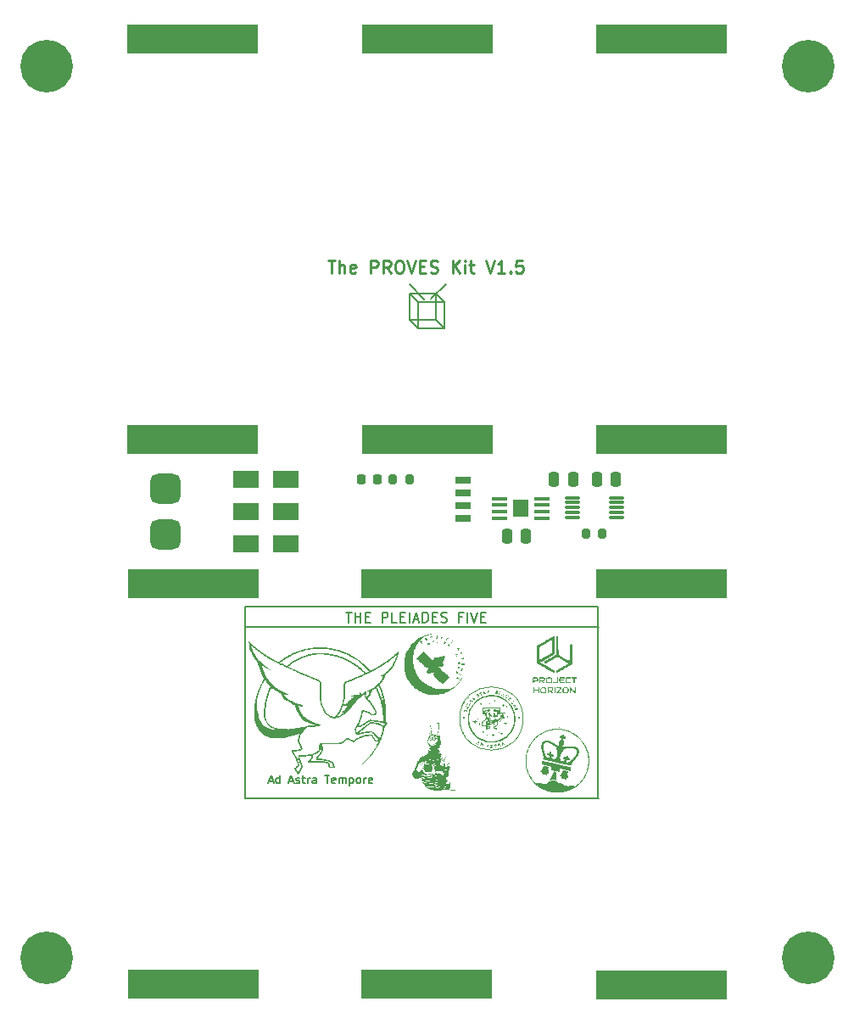
<source format=gbr>
%TF.GenerationSoftware,KiCad,Pcbnew,8.0.2-1*%
%TF.CreationDate,2024-07-10T10:50:47-07:00*%
%TF.ProjectId,solar-panel-NoCutout,736f6c61-722d-4706-916e-656c2d4e6f43,3.0*%
%TF.SameCoordinates,Original*%
%TF.FileFunction,Soldermask,Top*%
%TF.FilePolarity,Negative*%
%FSLAX46Y46*%
G04 Gerber Fmt 4.6, Leading zero omitted, Abs format (unit mm)*
G04 Created by KiCad (PCBNEW 8.0.2-1) date 2024-07-10 10:50:47*
%MOMM*%
%LPD*%
G01*
G04 APERTURE LIST*
G04 Aperture macros list*
%AMRoundRect*
0 Rectangle with rounded corners*
0 $1 Rounding radius*
0 $2 $3 $4 $5 $6 $7 $8 $9 X,Y pos of 4 corners*
0 Add a 4 corners polygon primitive as box body*
4,1,4,$2,$3,$4,$5,$6,$7,$8,$9,$2,$3,0*
0 Add four circle primitives for the rounded corners*
1,1,$1+$1,$2,$3*
1,1,$1+$1,$4,$5*
1,1,$1+$1,$6,$7*
1,1,$1+$1,$8,$9*
0 Add four rect primitives between the rounded corners*
20,1,$1+$1,$2,$3,$4,$5,0*
20,1,$1+$1,$4,$5,$6,$7,0*
20,1,$1+$1,$6,$7,$8,$9,0*
20,1,$1+$1,$8,$9,$2,$3,0*%
G04 Aperture macros list end*
%ADD10C,0.200000*%
%ADD11C,0.150000*%
%ADD12C,0.100000*%
%ADD13C,0.250000*%
%ADD14C,0.000000*%
%ADD15C,5.250000*%
%ADD16RoundRect,0.100000X0.687500X0.100000X-0.687500X0.100000X-0.687500X-0.100000X0.687500X-0.100000X0*%
%ADD17R,1.500000X1.800000*%
%ADD18R,13.000000X3.000000*%
%ADD19RoundRect,0.750000X0.750000X-0.750000X0.750000X0.750000X-0.750000X0.750000X-0.750000X-0.750000X0*%
%ADD20R,2.500000X1.700000*%
%ADD21RoundRect,0.250000X-0.250000X-0.475000X0.250000X-0.475000X0.250000X0.475000X-0.250000X0.475000X0*%
%ADD22RoundRect,0.250000X0.250000X0.475000X-0.250000X0.475000X-0.250000X-0.475000X0.250000X-0.475000X0*%
%ADD23R,1.600000X0.700000*%
%ADD24RoundRect,0.200000X0.200000X0.275000X-0.200000X0.275000X-0.200000X-0.275000X0.200000X-0.275000X0*%
%ADD25RoundRect,0.218750X-0.218750X-0.256250X0.218750X-0.256250X0.218750X0.256250X-0.218750X0.256250X0*%
%ADD26RoundRect,0.075000X-0.650000X-0.075000X0.650000X-0.075000X0.650000X0.075000X-0.650000X0.075000X0*%
G04 APERTURE END LIST*
D10*
X144880000Y-93520000D02*
X146350000Y-92050000D01*
X142700000Y-92950000D02*
X143550000Y-93800000D01*
D11*
X126350000Y-126300000D02*
X161600000Y-126300000D01*
D10*
X144200000Y-93540000D02*
X142720000Y-92060000D01*
D11*
X161575000Y-124200000D02*
X126350000Y-124200000D01*
D10*
X143550000Y-96500000D02*
X146250000Y-96500000D01*
D11*
X161575000Y-143400000D02*
X161575000Y-124200000D01*
X126350000Y-124200000D02*
X126350000Y-143400000D01*
D12*
X154062116Y-135400000D02*
G75*
G02*
X147737884Y-135400000I-3162116J0D01*
G01*
X147737884Y-135400000D02*
G75*
G02*
X154062116Y-135400000I3162116J0D01*
G01*
D10*
X146250000Y-96500000D02*
X146250000Y-93800000D01*
X142700000Y-95650000D02*
X145400000Y-95650000D01*
X146250000Y-93800000D02*
X143550000Y-93800000D01*
X145400000Y-92950000D02*
X146250000Y-93800000D01*
X142700000Y-95650000D02*
X142700000Y-92950000D01*
X143550000Y-93800000D02*
X143550000Y-96500000D01*
X143550000Y-96500000D02*
X142700000Y-95650000D01*
X145400000Y-95650000D02*
X145400000Y-92950000D01*
X145400000Y-95650000D02*
X146250000Y-96500000D01*
X145400000Y-92950000D02*
X142700000Y-92950000D01*
D11*
X126400000Y-143400000D02*
X161600000Y-143400000D01*
D13*
X134583520Y-89684023D02*
X135297806Y-89684023D01*
X134940663Y-90934023D02*
X134940663Y-89684023D01*
X135714473Y-90934023D02*
X135714473Y-89684023D01*
X136250187Y-90934023D02*
X136250187Y-90279261D01*
X136250187Y-90279261D02*
X136190663Y-90160214D01*
X136190663Y-90160214D02*
X136071615Y-90100690D01*
X136071615Y-90100690D02*
X135893044Y-90100690D01*
X135893044Y-90100690D02*
X135773996Y-90160214D01*
X135773996Y-90160214D02*
X135714473Y-90219738D01*
X137321615Y-90874500D02*
X137202567Y-90934023D01*
X137202567Y-90934023D02*
X136964472Y-90934023D01*
X136964472Y-90934023D02*
X136845425Y-90874500D01*
X136845425Y-90874500D02*
X136785901Y-90755452D01*
X136785901Y-90755452D02*
X136785901Y-90279261D01*
X136785901Y-90279261D02*
X136845425Y-90160214D01*
X136845425Y-90160214D02*
X136964472Y-90100690D01*
X136964472Y-90100690D02*
X137202567Y-90100690D01*
X137202567Y-90100690D02*
X137321615Y-90160214D01*
X137321615Y-90160214D02*
X137381139Y-90279261D01*
X137381139Y-90279261D02*
X137381139Y-90398309D01*
X137381139Y-90398309D02*
X136785901Y-90517357D01*
X138869235Y-90934023D02*
X138869235Y-89684023D01*
X138869235Y-89684023D02*
X139345425Y-89684023D01*
X139345425Y-89684023D02*
X139464473Y-89743547D01*
X139464473Y-89743547D02*
X139523996Y-89803071D01*
X139523996Y-89803071D02*
X139583520Y-89922119D01*
X139583520Y-89922119D02*
X139583520Y-90100690D01*
X139583520Y-90100690D02*
X139523996Y-90219738D01*
X139523996Y-90219738D02*
X139464473Y-90279261D01*
X139464473Y-90279261D02*
X139345425Y-90338785D01*
X139345425Y-90338785D02*
X138869235Y-90338785D01*
X140833520Y-90934023D02*
X140416854Y-90338785D01*
X140119235Y-90934023D02*
X140119235Y-89684023D01*
X140119235Y-89684023D02*
X140595425Y-89684023D01*
X140595425Y-89684023D02*
X140714473Y-89743547D01*
X140714473Y-89743547D02*
X140773996Y-89803071D01*
X140773996Y-89803071D02*
X140833520Y-89922119D01*
X140833520Y-89922119D02*
X140833520Y-90100690D01*
X140833520Y-90100690D02*
X140773996Y-90219738D01*
X140773996Y-90219738D02*
X140714473Y-90279261D01*
X140714473Y-90279261D02*
X140595425Y-90338785D01*
X140595425Y-90338785D02*
X140119235Y-90338785D01*
X141607330Y-89684023D02*
X141845425Y-89684023D01*
X141845425Y-89684023D02*
X141964473Y-89743547D01*
X141964473Y-89743547D02*
X142083520Y-89862595D01*
X142083520Y-89862595D02*
X142143044Y-90100690D01*
X142143044Y-90100690D02*
X142143044Y-90517357D01*
X142143044Y-90517357D02*
X142083520Y-90755452D01*
X142083520Y-90755452D02*
X141964473Y-90874500D01*
X141964473Y-90874500D02*
X141845425Y-90934023D01*
X141845425Y-90934023D02*
X141607330Y-90934023D01*
X141607330Y-90934023D02*
X141488282Y-90874500D01*
X141488282Y-90874500D02*
X141369235Y-90755452D01*
X141369235Y-90755452D02*
X141309711Y-90517357D01*
X141309711Y-90517357D02*
X141309711Y-90100690D01*
X141309711Y-90100690D02*
X141369235Y-89862595D01*
X141369235Y-89862595D02*
X141488282Y-89743547D01*
X141488282Y-89743547D02*
X141607330Y-89684023D01*
X142500187Y-89684023D02*
X142916854Y-90934023D01*
X142916854Y-90934023D02*
X143333520Y-89684023D01*
X143750188Y-90279261D02*
X144166854Y-90279261D01*
X144345426Y-90934023D02*
X143750188Y-90934023D01*
X143750188Y-90934023D02*
X143750188Y-89684023D01*
X143750188Y-89684023D02*
X144345426Y-89684023D01*
X144821616Y-90874500D02*
X145000187Y-90934023D01*
X145000187Y-90934023D02*
X145297806Y-90934023D01*
X145297806Y-90934023D02*
X145416854Y-90874500D01*
X145416854Y-90874500D02*
X145476378Y-90814976D01*
X145476378Y-90814976D02*
X145535901Y-90695928D01*
X145535901Y-90695928D02*
X145535901Y-90576880D01*
X145535901Y-90576880D02*
X145476378Y-90457833D01*
X145476378Y-90457833D02*
X145416854Y-90398309D01*
X145416854Y-90398309D02*
X145297806Y-90338785D01*
X145297806Y-90338785D02*
X145059711Y-90279261D01*
X145059711Y-90279261D02*
X144940663Y-90219738D01*
X144940663Y-90219738D02*
X144881140Y-90160214D01*
X144881140Y-90160214D02*
X144821616Y-90041166D01*
X144821616Y-90041166D02*
X144821616Y-89922119D01*
X144821616Y-89922119D02*
X144881140Y-89803071D01*
X144881140Y-89803071D02*
X144940663Y-89743547D01*
X144940663Y-89743547D02*
X145059711Y-89684023D01*
X145059711Y-89684023D02*
X145357330Y-89684023D01*
X145357330Y-89684023D02*
X145535901Y-89743547D01*
X147023997Y-90934023D02*
X147023997Y-89684023D01*
X147738282Y-90934023D02*
X147202568Y-90219738D01*
X147738282Y-89684023D02*
X147023997Y-90398309D01*
X148273997Y-90934023D02*
X148273997Y-90100690D01*
X148273997Y-89684023D02*
X148214473Y-89743547D01*
X148214473Y-89743547D02*
X148273997Y-89803071D01*
X148273997Y-89803071D02*
X148333520Y-89743547D01*
X148333520Y-89743547D02*
X148273997Y-89684023D01*
X148273997Y-89684023D02*
X148273997Y-89803071D01*
X148690663Y-90100690D02*
X149166854Y-90100690D01*
X148869235Y-89684023D02*
X148869235Y-90755452D01*
X148869235Y-90755452D02*
X148928758Y-90874500D01*
X148928758Y-90874500D02*
X149047806Y-90934023D01*
X149047806Y-90934023D02*
X149166854Y-90934023D01*
X150357330Y-89684023D02*
X150773997Y-90934023D01*
X150773997Y-90934023D02*
X151190663Y-89684023D01*
X152262092Y-90934023D02*
X151547807Y-90934023D01*
X151904950Y-90934023D02*
X151904950Y-89684023D01*
X151904950Y-89684023D02*
X151785902Y-89862595D01*
X151785902Y-89862595D02*
X151666854Y-89981642D01*
X151666854Y-89981642D02*
X151547807Y-90041166D01*
X152797807Y-90814976D02*
X152857330Y-90874500D01*
X152857330Y-90874500D02*
X152797807Y-90934023D01*
X152797807Y-90934023D02*
X152738283Y-90874500D01*
X152738283Y-90874500D02*
X152797807Y-90814976D01*
X152797807Y-90814976D02*
X152797807Y-90934023D01*
X153988283Y-89684023D02*
X153393045Y-89684023D01*
X153393045Y-89684023D02*
X153333521Y-90279261D01*
X153333521Y-90279261D02*
X153393045Y-90219738D01*
X153393045Y-90219738D02*
X153512092Y-90160214D01*
X153512092Y-90160214D02*
X153809711Y-90160214D01*
X153809711Y-90160214D02*
X153928759Y-90219738D01*
X153928759Y-90219738D02*
X153988283Y-90279261D01*
X153988283Y-90279261D02*
X154047806Y-90398309D01*
X154047806Y-90398309D02*
X154047806Y-90695928D01*
X154047806Y-90695928D02*
X153988283Y-90814976D01*
X153988283Y-90814976D02*
X153928759Y-90874500D01*
X153928759Y-90874500D02*
X153809711Y-90934023D01*
X153809711Y-90934023D02*
X153512092Y-90934023D01*
X153512092Y-90934023D02*
X153393045Y-90874500D01*
X153393045Y-90874500D02*
X153333521Y-90814976D01*
D11*
X128713094Y-141633723D02*
X129094047Y-141633723D01*
X128636904Y-141862295D02*
X128903571Y-141062295D01*
X128903571Y-141062295D02*
X129170237Y-141862295D01*
X129779761Y-141862295D02*
X129779761Y-141062295D01*
X129779761Y-141824200D02*
X129703570Y-141862295D01*
X129703570Y-141862295D02*
X129551189Y-141862295D01*
X129551189Y-141862295D02*
X129474999Y-141824200D01*
X129474999Y-141824200D02*
X129436904Y-141786104D01*
X129436904Y-141786104D02*
X129398808Y-141709914D01*
X129398808Y-141709914D02*
X129398808Y-141481342D01*
X129398808Y-141481342D02*
X129436904Y-141405152D01*
X129436904Y-141405152D02*
X129474999Y-141367057D01*
X129474999Y-141367057D02*
X129551189Y-141328961D01*
X129551189Y-141328961D02*
X129703570Y-141328961D01*
X129703570Y-141328961D02*
X129779761Y-141367057D01*
X130732142Y-141633723D02*
X131113095Y-141633723D01*
X130655952Y-141862295D02*
X130922619Y-141062295D01*
X130922619Y-141062295D02*
X131189285Y-141862295D01*
X131417856Y-141824200D02*
X131494047Y-141862295D01*
X131494047Y-141862295D02*
X131646428Y-141862295D01*
X131646428Y-141862295D02*
X131722618Y-141824200D01*
X131722618Y-141824200D02*
X131760714Y-141748009D01*
X131760714Y-141748009D02*
X131760714Y-141709914D01*
X131760714Y-141709914D02*
X131722618Y-141633723D01*
X131722618Y-141633723D02*
X131646428Y-141595628D01*
X131646428Y-141595628D02*
X131532142Y-141595628D01*
X131532142Y-141595628D02*
X131455952Y-141557533D01*
X131455952Y-141557533D02*
X131417856Y-141481342D01*
X131417856Y-141481342D02*
X131417856Y-141443247D01*
X131417856Y-141443247D02*
X131455952Y-141367057D01*
X131455952Y-141367057D02*
X131532142Y-141328961D01*
X131532142Y-141328961D02*
X131646428Y-141328961D01*
X131646428Y-141328961D02*
X131722618Y-141367057D01*
X131989285Y-141328961D02*
X132294047Y-141328961D01*
X132103571Y-141062295D02*
X132103571Y-141748009D01*
X132103571Y-141748009D02*
X132141666Y-141824200D01*
X132141666Y-141824200D02*
X132217856Y-141862295D01*
X132217856Y-141862295D02*
X132294047Y-141862295D01*
X132560714Y-141862295D02*
X132560714Y-141328961D01*
X132560714Y-141481342D02*
X132598809Y-141405152D01*
X132598809Y-141405152D02*
X132636904Y-141367057D01*
X132636904Y-141367057D02*
X132713095Y-141328961D01*
X132713095Y-141328961D02*
X132789285Y-141328961D01*
X133398809Y-141862295D02*
X133398809Y-141443247D01*
X133398809Y-141443247D02*
X133360714Y-141367057D01*
X133360714Y-141367057D02*
X133284523Y-141328961D01*
X133284523Y-141328961D02*
X133132142Y-141328961D01*
X133132142Y-141328961D02*
X133055952Y-141367057D01*
X133398809Y-141824200D02*
X133322618Y-141862295D01*
X133322618Y-141862295D02*
X133132142Y-141862295D01*
X133132142Y-141862295D02*
X133055952Y-141824200D01*
X133055952Y-141824200D02*
X133017856Y-141748009D01*
X133017856Y-141748009D02*
X133017856Y-141671819D01*
X133017856Y-141671819D02*
X133055952Y-141595628D01*
X133055952Y-141595628D02*
X133132142Y-141557533D01*
X133132142Y-141557533D02*
X133322618Y-141557533D01*
X133322618Y-141557533D02*
X133398809Y-141519438D01*
X134275000Y-141062295D02*
X134732143Y-141062295D01*
X134503571Y-141862295D02*
X134503571Y-141062295D01*
X135303572Y-141824200D02*
X135227381Y-141862295D01*
X135227381Y-141862295D02*
X135075000Y-141862295D01*
X135075000Y-141862295D02*
X134998810Y-141824200D01*
X134998810Y-141824200D02*
X134960714Y-141748009D01*
X134960714Y-141748009D02*
X134960714Y-141443247D01*
X134960714Y-141443247D02*
X134998810Y-141367057D01*
X134998810Y-141367057D02*
X135075000Y-141328961D01*
X135075000Y-141328961D02*
X135227381Y-141328961D01*
X135227381Y-141328961D02*
X135303572Y-141367057D01*
X135303572Y-141367057D02*
X135341667Y-141443247D01*
X135341667Y-141443247D02*
X135341667Y-141519438D01*
X135341667Y-141519438D02*
X134960714Y-141595628D01*
X135684524Y-141862295D02*
X135684524Y-141328961D01*
X135684524Y-141405152D02*
X135722619Y-141367057D01*
X135722619Y-141367057D02*
X135798809Y-141328961D01*
X135798809Y-141328961D02*
X135913095Y-141328961D01*
X135913095Y-141328961D02*
X135989286Y-141367057D01*
X135989286Y-141367057D02*
X136027381Y-141443247D01*
X136027381Y-141443247D02*
X136027381Y-141862295D01*
X136027381Y-141443247D02*
X136065476Y-141367057D01*
X136065476Y-141367057D02*
X136141667Y-141328961D01*
X136141667Y-141328961D02*
X136255952Y-141328961D01*
X136255952Y-141328961D02*
X136332143Y-141367057D01*
X136332143Y-141367057D02*
X136370238Y-141443247D01*
X136370238Y-141443247D02*
X136370238Y-141862295D01*
X136751191Y-141328961D02*
X136751191Y-142128961D01*
X136751191Y-141367057D02*
X136827381Y-141328961D01*
X136827381Y-141328961D02*
X136979762Y-141328961D01*
X136979762Y-141328961D02*
X137055953Y-141367057D01*
X137055953Y-141367057D02*
X137094048Y-141405152D01*
X137094048Y-141405152D02*
X137132143Y-141481342D01*
X137132143Y-141481342D02*
X137132143Y-141709914D01*
X137132143Y-141709914D02*
X137094048Y-141786104D01*
X137094048Y-141786104D02*
X137055953Y-141824200D01*
X137055953Y-141824200D02*
X136979762Y-141862295D01*
X136979762Y-141862295D02*
X136827381Y-141862295D01*
X136827381Y-141862295D02*
X136751191Y-141824200D01*
X137589286Y-141862295D02*
X137513096Y-141824200D01*
X137513096Y-141824200D02*
X137475001Y-141786104D01*
X137475001Y-141786104D02*
X137436905Y-141709914D01*
X137436905Y-141709914D02*
X137436905Y-141481342D01*
X137436905Y-141481342D02*
X137475001Y-141405152D01*
X137475001Y-141405152D02*
X137513096Y-141367057D01*
X137513096Y-141367057D02*
X137589286Y-141328961D01*
X137589286Y-141328961D02*
X137703572Y-141328961D01*
X137703572Y-141328961D02*
X137779763Y-141367057D01*
X137779763Y-141367057D02*
X137817858Y-141405152D01*
X137817858Y-141405152D02*
X137855953Y-141481342D01*
X137855953Y-141481342D02*
X137855953Y-141709914D01*
X137855953Y-141709914D02*
X137817858Y-141786104D01*
X137817858Y-141786104D02*
X137779763Y-141824200D01*
X137779763Y-141824200D02*
X137703572Y-141862295D01*
X137703572Y-141862295D02*
X137589286Y-141862295D01*
X138198811Y-141862295D02*
X138198811Y-141328961D01*
X138198811Y-141481342D02*
X138236906Y-141405152D01*
X138236906Y-141405152D02*
X138275001Y-141367057D01*
X138275001Y-141367057D02*
X138351192Y-141328961D01*
X138351192Y-141328961D02*
X138427382Y-141328961D01*
X138998811Y-141824200D02*
X138922620Y-141862295D01*
X138922620Y-141862295D02*
X138770239Y-141862295D01*
X138770239Y-141862295D02*
X138694049Y-141824200D01*
X138694049Y-141824200D02*
X138655953Y-141748009D01*
X138655953Y-141748009D02*
X138655953Y-141443247D01*
X138655953Y-141443247D02*
X138694049Y-141367057D01*
X138694049Y-141367057D02*
X138770239Y-141328961D01*
X138770239Y-141328961D02*
X138922620Y-141328961D01*
X138922620Y-141328961D02*
X138998811Y-141367057D01*
X138998811Y-141367057D02*
X139036906Y-141443247D01*
X139036906Y-141443247D02*
X139036906Y-141519438D01*
X139036906Y-141519438D02*
X138655953Y-141595628D01*
X136376190Y-124804819D02*
X136947618Y-124804819D01*
X136661904Y-125804819D02*
X136661904Y-124804819D01*
X137280952Y-125804819D02*
X137280952Y-124804819D01*
X137280952Y-125281009D02*
X137852380Y-125281009D01*
X137852380Y-125804819D02*
X137852380Y-124804819D01*
X138328571Y-125281009D02*
X138661904Y-125281009D01*
X138804761Y-125804819D02*
X138328571Y-125804819D01*
X138328571Y-125804819D02*
X138328571Y-124804819D01*
X138328571Y-124804819D02*
X138804761Y-124804819D01*
X139995238Y-125804819D02*
X139995238Y-124804819D01*
X139995238Y-124804819D02*
X140376190Y-124804819D01*
X140376190Y-124804819D02*
X140471428Y-124852438D01*
X140471428Y-124852438D02*
X140519047Y-124900057D01*
X140519047Y-124900057D02*
X140566666Y-124995295D01*
X140566666Y-124995295D02*
X140566666Y-125138152D01*
X140566666Y-125138152D02*
X140519047Y-125233390D01*
X140519047Y-125233390D02*
X140471428Y-125281009D01*
X140471428Y-125281009D02*
X140376190Y-125328628D01*
X140376190Y-125328628D02*
X139995238Y-125328628D01*
X141471428Y-125804819D02*
X140995238Y-125804819D01*
X140995238Y-125804819D02*
X140995238Y-124804819D01*
X141804762Y-125281009D02*
X142138095Y-125281009D01*
X142280952Y-125804819D02*
X141804762Y-125804819D01*
X141804762Y-125804819D02*
X141804762Y-124804819D01*
X141804762Y-124804819D02*
X142280952Y-124804819D01*
X142709524Y-125804819D02*
X142709524Y-124804819D01*
X143138095Y-125519104D02*
X143614285Y-125519104D01*
X143042857Y-125804819D02*
X143376190Y-124804819D01*
X143376190Y-124804819D02*
X143709523Y-125804819D01*
X144042857Y-125804819D02*
X144042857Y-124804819D01*
X144042857Y-124804819D02*
X144280952Y-124804819D01*
X144280952Y-124804819D02*
X144423809Y-124852438D01*
X144423809Y-124852438D02*
X144519047Y-124947676D01*
X144519047Y-124947676D02*
X144566666Y-125042914D01*
X144566666Y-125042914D02*
X144614285Y-125233390D01*
X144614285Y-125233390D02*
X144614285Y-125376247D01*
X144614285Y-125376247D02*
X144566666Y-125566723D01*
X144566666Y-125566723D02*
X144519047Y-125661961D01*
X144519047Y-125661961D02*
X144423809Y-125757200D01*
X144423809Y-125757200D02*
X144280952Y-125804819D01*
X144280952Y-125804819D02*
X144042857Y-125804819D01*
X145042857Y-125281009D02*
X145376190Y-125281009D01*
X145519047Y-125804819D02*
X145042857Y-125804819D01*
X145042857Y-125804819D02*
X145042857Y-124804819D01*
X145042857Y-124804819D02*
X145519047Y-124804819D01*
X145900000Y-125757200D02*
X146042857Y-125804819D01*
X146042857Y-125804819D02*
X146280952Y-125804819D01*
X146280952Y-125804819D02*
X146376190Y-125757200D01*
X146376190Y-125757200D02*
X146423809Y-125709580D01*
X146423809Y-125709580D02*
X146471428Y-125614342D01*
X146471428Y-125614342D02*
X146471428Y-125519104D01*
X146471428Y-125519104D02*
X146423809Y-125423866D01*
X146423809Y-125423866D02*
X146376190Y-125376247D01*
X146376190Y-125376247D02*
X146280952Y-125328628D01*
X146280952Y-125328628D02*
X146090476Y-125281009D01*
X146090476Y-125281009D02*
X145995238Y-125233390D01*
X145995238Y-125233390D02*
X145947619Y-125185771D01*
X145947619Y-125185771D02*
X145900000Y-125090533D01*
X145900000Y-125090533D02*
X145900000Y-124995295D01*
X145900000Y-124995295D02*
X145947619Y-124900057D01*
X145947619Y-124900057D02*
X145995238Y-124852438D01*
X145995238Y-124852438D02*
X146090476Y-124804819D01*
X146090476Y-124804819D02*
X146328571Y-124804819D01*
X146328571Y-124804819D02*
X146471428Y-124852438D01*
X147995238Y-125281009D02*
X147661905Y-125281009D01*
X147661905Y-125804819D02*
X147661905Y-124804819D01*
X147661905Y-124804819D02*
X148138095Y-124804819D01*
X148519048Y-125804819D02*
X148519048Y-124804819D01*
X148852381Y-124804819D02*
X149185714Y-125804819D01*
X149185714Y-125804819D02*
X149519047Y-124804819D01*
X149852381Y-125281009D02*
X150185714Y-125281009D01*
X150328571Y-125804819D02*
X149852381Y-125804819D01*
X149852381Y-125804819D02*
X149852381Y-124804819D01*
X149852381Y-124804819D02*
X150328571Y-124804819D01*
D14*
%TO.C,G\u002A\u002A\u002A*%
G36*
X143129228Y-140588725D02*
G01*
X143118213Y-140599740D01*
X143107198Y-140588725D01*
X143118213Y-140577710D01*
X143129228Y-140588725D01*
G37*
G36*
X143151257Y-140544666D02*
G01*
X143140243Y-140555681D01*
X143129228Y-140544666D01*
X143140243Y-140533651D01*
X143151257Y-140544666D01*
G37*
G36*
X143173287Y-140500607D02*
G01*
X143162272Y-140511622D01*
X143151257Y-140500607D01*
X143162272Y-140489592D01*
X143173287Y-140500607D01*
G37*
G36*
X143371552Y-140082047D02*
G01*
X143360537Y-140093062D01*
X143349523Y-140082047D01*
X143360537Y-140071032D01*
X143371552Y-140082047D01*
G37*
G36*
X143591847Y-140544666D02*
G01*
X143580832Y-140555681D01*
X143569818Y-140544666D01*
X143580832Y-140533651D01*
X143591847Y-140544666D01*
G37*
G36*
X143613877Y-140434519D02*
G01*
X143602862Y-140445533D01*
X143591847Y-140434519D01*
X143602862Y-140423504D01*
X143613877Y-140434519D01*
G37*
G36*
X143812142Y-140170165D02*
G01*
X143801127Y-140181180D01*
X143790112Y-140170165D01*
X143801127Y-140159150D01*
X143812142Y-140170165D01*
G37*
G36*
X143834171Y-139839723D02*
G01*
X143823157Y-139850737D01*
X143812142Y-139839723D01*
X143823157Y-139828708D01*
X143834171Y-139839723D01*
G37*
G36*
X143856201Y-139288985D02*
G01*
X143845186Y-139300000D01*
X143834171Y-139288985D01*
X143845186Y-139277971D01*
X143856201Y-139288985D01*
G37*
G36*
X143900260Y-139244926D02*
G01*
X143889245Y-139255941D01*
X143878230Y-139244926D01*
X143889245Y-139233912D01*
X143900260Y-139244926D01*
G37*
G36*
X143900260Y-140015958D02*
G01*
X143889245Y-140026973D01*
X143878230Y-140015958D01*
X143889245Y-140004944D01*
X143900260Y-140015958D01*
G37*
G36*
X144010407Y-141646141D02*
G01*
X143999393Y-141657155D01*
X143988378Y-141646141D01*
X143999393Y-141635126D01*
X144010407Y-141646141D01*
G37*
G36*
X144142584Y-141073374D02*
G01*
X144131569Y-141084389D01*
X144120555Y-141073374D01*
X144131569Y-141062359D01*
X144142584Y-141073374D01*
G37*
G36*
X144164614Y-139795664D02*
G01*
X144153599Y-139806678D01*
X144142584Y-139795664D01*
X144153599Y-139784649D01*
X144164614Y-139795664D01*
G37*
G36*
X144208673Y-141359757D02*
G01*
X144197658Y-141370772D01*
X144186643Y-141359757D01*
X144197658Y-141348743D01*
X144208673Y-141359757D01*
G37*
G36*
X144274761Y-141998612D02*
G01*
X144263746Y-142009627D01*
X144252732Y-141998612D01*
X144263746Y-141987598D01*
X144274761Y-141998612D01*
G37*
G36*
X144627233Y-138495924D02*
G01*
X144616218Y-138506939D01*
X144605203Y-138495924D01*
X144616218Y-138484909D01*
X144627233Y-138495924D01*
G37*
G36*
X144649262Y-137041978D02*
G01*
X144638248Y-137052992D01*
X144627233Y-137041978D01*
X144638248Y-137030963D01*
X144649262Y-137041978D01*
G37*
G36*
X144649262Y-138451865D02*
G01*
X144638248Y-138462880D01*
X144627233Y-138451865D01*
X144638248Y-138440850D01*
X144649262Y-138451865D01*
G37*
G36*
X145089852Y-136975889D02*
G01*
X145078837Y-136986904D01*
X145067823Y-136975889D01*
X145078837Y-136964874D01*
X145089852Y-136975889D01*
G37*
G36*
X145111882Y-139509280D02*
G01*
X145100867Y-139520295D01*
X145089852Y-139509280D01*
X145100867Y-139498265D01*
X145111882Y-139509280D01*
G37*
G36*
X145111882Y-140192194D02*
G01*
X145100867Y-140203209D01*
X145089852Y-140192194D01*
X145100867Y-140181180D01*
X145111882Y-140192194D01*
G37*
G36*
X145177970Y-140919167D02*
G01*
X145166955Y-140930182D01*
X145155941Y-140919167D01*
X145166955Y-140908153D01*
X145177970Y-140919167D01*
G37*
G36*
X145398265Y-136689506D02*
G01*
X145387250Y-136700520D01*
X145376236Y-136689506D01*
X145387250Y-136678491D01*
X145398265Y-136689506D01*
G37*
G36*
X145574501Y-139729575D02*
G01*
X145563486Y-139740590D01*
X145552471Y-139729575D01*
X145563486Y-139718560D01*
X145574501Y-139729575D01*
G37*
G36*
X145596530Y-140037988D02*
G01*
X145585516Y-140049003D01*
X145574501Y-140037988D01*
X145585516Y-140026973D01*
X145596530Y-140037988D01*
G37*
G36*
X145706678Y-136843712D02*
G01*
X145695663Y-136854727D01*
X145684648Y-136843712D01*
X145695663Y-136832697D01*
X145706678Y-136843712D01*
G37*
G36*
X145728707Y-140368430D02*
G01*
X145717693Y-140379445D01*
X145706678Y-140368430D01*
X145717693Y-140357416D01*
X145728707Y-140368430D01*
G37*
G36*
X145772766Y-138385776D02*
G01*
X145761752Y-138396791D01*
X145750737Y-138385776D01*
X145761752Y-138374762D01*
X145772766Y-138385776D01*
G37*
G36*
X145772766Y-140985256D02*
G01*
X145761752Y-140996271D01*
X145750737Y-140985256D01*
X145761752Y-140974241D01*
X145772766Y-140985256D01*
G37*
G36*
X145794796Y-136953860D02*
G01*
X145783781Y-136964874D01*
X145772766Y-136953860D01*
X145783781Y-136942845D01*
X145794796Y-136953860D01*
G37*
G36*
X145838855Y-137041978D02*
G01*
X145827840Y-137052992D01*
X145816825Y-137041978D01*
X145827840Y-137030963D01*
X145838855Y-137041978D01*
G37*
G36*
X145904943Y-137240243D02*
G01*
X145893929Y-137251258D01*
X145882914Y-137240243D01*
X145893929Y-137229228D01*
X145904943Y-137240243D01*
G37*
G36*
X145904943Y-137526626D02*
G01*
X145893929Y-137537641D01*
X145882914Y-137526626D01*
X145893929Y-137515612D01*
X145904943Y-137526626D01*
G37*
G36*
X145971032Y-139839723D02*
G01*
X145960017Y-139850737D01*
X145949002Y-139839723D01*
X145960017Y-139828708D01*
X145971032Y-139839723D01*
G37*
G36*
X146015091Y-140082047D02*
G01*
X146004076Y-140093062D01*
X145993061Y-140082047D01*
X146004076Y-140071032D01*
X146015091Y-140082047D01*
G37*
G36*
X146059150Y-139090720D02*
G01*
X146048135Y-139101735D01*
X146037120Y-139090720D01*
X146048135Y-139079705D01*
X146059150Y-139090720D01*
G37*
G36*
X146169297Y-140831050D02*
G01*
X146158282Y-140842064D01*
X146147268Y-140831050D01*
X146158282Y-140820035D01*
X146169297Y-140831050D01*
G37*
G36*
X146257415Y-139134779D02*
G01*
X146246400Y-139145794D01*
X146235386Y-139134779D01*
X146246400Y-139123764D01*
X146257415Y-139134779D01*
G37*
G36*
X146301474Y-139156808D02*
G01*
X146290459Y-139167823D01*
X146279445Y-139156808D01*
X146290459Y-139145794D01*
X146301474Y-139156808D01*
G37*
G36*
X146301474Y-140302342D02*
G01*
X146290459Y-140313357D01*
X146279445Y-140302342D01*
X146290459Y-140291327D01*
X146301474Y-140302342D01*
G37*
G36*
X146433651Y-141866435D02*
G01*
X146422636Y-141877450D01*
X146411622Y-141866435D01*
X146422636Y-141855421D01*
X146433651Y-141866435D01*
G37*
G36*
X146455681Y-139288985D02*
G01*
X146444666Y-139300000D01*
X146433651Y-139288985D01*
X146444666Y-139277971D01*
X146455681Y-139288985D01*
G37*
G36*
X146499739Y-139311015D02*
G01*
X146488725Y-139322030D01*
X146477710Y-139311015D01*
X146488725Y-139300000D01*
X146499739Y-139311015D01*
G37*
G36*
X146631916Y-139795664D02*
G01*
X146620902Y-139806678D01*
X146609887Y-139795664D01*
X146620902Y-139784649D01*
X146631916Y-139795664D01*
G37*
G36*
X146631916Y-141668170D02*
G01*
X146620902Y-141679185D01*
X146609887Y-141668170D01*
X146620902Y-141657155D01*
X146631916Y-141668170D01*
G37*
G36*
X146675975Y-139531310D02*
G01*
X146664961Y-139542324D01*
X146653946Y-139531310D01*
X146664961Y-139520295D01*
X146675975Y-139531310D01*
G37*
G36*
X146698005Y-139575369D02*
G01*
X146686990Y-139586383D01*
X146675975Y-139575369D01*
X146686990Y-139564354D01*
X146698005Y-139575369D01*
G37*
G36*
X146720034Y-139641457D02*
G01*
X146709020Y-139652472D01*
X146698005Y-139641457D01*
X146709020Y-139630442D01*
X146720034Y-139641457D01*
G37*
G36*
X146720034Y-141844406D02*
G01*
X146709020Y-141855421D01*
X146698005Y-141844406D01*
X146709020Y-141833391D01*
X146720034Y-141844406D01*
G37*
G36*
X146764093Y-139971899D02*
G01*
X146753079Y-139982914D01*
X146742064Y-139971899D01*
X146753079Y-139960885D01*
X146764093Y-139971899D01*
G37*
G36*
X146764093Y-140037988D02*
G01*
X146753079Y-140049003D01*
X146742064Y-140037988D01*
X146753079Y-140026973D01*
X146764093Y-140037988D01*
G37*
G36*
X147050477Y-142042671D02*
G01*
X147039462Y-142053686D01*
X147028447Y-142042671D01*
X147039462Y-142031657D01*
X147050477Y-142042671D01*
G37*
G36*
X147072506Y-142395143D02*
G01*
X147061491Y-142406158D01*
X147050477Y-142395143D01*
X147061491Y-142384128D01*
X147072506Y-142395143D01*
G37*
G36*
X147116565Y-142086730D02*
G01*
X147105550Y-142097745D01*
X147094536Y-142086730D01*
X147105550Y-142075716D01*
X147116565Y-142086730D01*
G37*
G36*
X147160624Y-142130789D02*
G01*
X147149609Y-142141804D01*
X147138595Y-142130789D01*
X147149609Y-142119775D01*
X147160624Y-142130789D01*
G37*
G36*
X147204683Y-142174848D02*
G01*
X147193668Y-142185863D01*
X147182654Y-142174848D01*
X147193668Y-142163834D01*
X147204683Y-142174848D01*
G37*
G36*
X143804799Y-140210552D02*
G01*
X143801775Y-140223649D01*
X143790112Y-140225239D01*
X143771980Y-140217178D01*
X143775426Y-140210552D01*
X143801570Y-140207916D01*
X143804799Y-140210552D01*
G37*
G36*
X144025094Y-141686528D02*
G01*
X144027730Y-141712672D01*
X144025094Y-141715901D01*
X144011997Y-141712877D01*
X144010407Y-141701214D01*
X144018468Y-141683082D01*
X144025094Y-141686528D01*
G37*
G36*
X144069153Y-139836051D02*
G01*
X144066129Y-139849147D01*
X144054466Y-139850737D01*
X144036334Y-139842677D01*
X144039780Y-139836051D01*
X144065924Y-139833414D01*
X144069153Y-139836051D01*
G37*
G36*
X144201330Y-139065019D02*
G01*
X144198306Y-139078115D01*
X144186643Y-139079705D01*
X144168510Y-139071645D01*
X144171957Y-139065019D01*
X144198101Y-139062382D01*
X144201330Y-139065019D01*
G37*
G36*
X144553801Y-140871437D02*
G01*
X144550777Y-140884533D01*
X144539115Y-140886123D01*
X144520982Y-140878063D01*
X144524429Y-140871437D01*
X144550573Y-140868800D01*
X144553801Y-140871437D01*
G37*
G36*
X144619890Y-137082365D02*
G01*
X144622526Y-137108509D01*
X144619890Y-137111738D01*
X144606793Y-137108714D01*
X144605203Y-137097051D01*
X144613264Y-137078918D01*
X144619890Y-137082365D01*
G37*
G36*
X145293625Y-136663901D02*
G01*
X145296392Y-136671942D01*
X145266088Y-136675013D01*
X145234814Y-136671551D01*
X145238551Y-136663901D01*
X145283653Y-136660992D01*
X145293625Y-136663901D01*
G37*
G36*
X145523461Y-140793875D02*
G01*
X145526087Y-140828304D01*
X145521722Y-140836098D01*
X145511709Y-140829528D01*
X145510152Y-140807184D01*
X145515532Y-140783678D01*
X145523461Y-140793875D01*
G37*
G36*
X145545128Y-137016276D02*
G01*
X145542104Y-137029373D01*
X145530442Y-137030963D01*
X145512309Y-137022903D01*
X145515756Y-137016276D01*
X145541900Y-137013640D01*
X145545128Y-137016276D01*
G37*
G36*
X146163331Y-139110455D02*
G01*
X146156761Y-139120467D01*
X146134417Y-139122025D01*
X146110911Y-139116645D01*
X146121108Y-139108716D01*
X146155537Y-139106089D01*
X146163331Y-139110455D01*
G37*
G36*
X146250072Y-139858080D02*
G01*
X146252708Y-139884224D01*
X146250072Y-139887453D01*
X146236975Y-139884429D01*
X146235386Y-139872767D01*
X146243446Y-139854634D01*
X146250072Y-139858080D01*
G37*
G36*
X146624573Y-140056346D02*
G01*
X146627210Y-140082490D01*
X146624573Y-140085719D01*
X146611477Y-140082695D01*
X146609887Y-140071032D01*
X146617947Y-140052899D01*
X146624573Y-140056346D01*
G37*
G36*
X146734721Y-139769963D02*
G01*
X146737357Y-139796106D01*
X146734721Y-139799335D01*
X146721624Y-139796311D01*
X146720034Y-139784649D01*
X146728095Y-139766516D01*
X146734721Y-139769963D01*
G37*
G36*
X146734721Y-139902139D02*
G01*
X146737357Y-139928283D01*
X146734721Y-139931512D01*
X146721624Y-139928488D01*
X146720034Y-139916826D01*
X146728095Y-139898693D01*
X146734721Y-139902139D01*
G37*
G36*
X146758127Y-142547055D02*
G01*
X146751557Y-142557068D01*
X146729213Y-142558625D01*
X146705707Y-142553245D01*
X146715904Y-142545316D01*
X146750333Y-142542689D01*
X146758127Y-142547055D01*
G37*
G36*
X146999075Y-141994941D02*
G01*
X146996051Y-142008037D01*
X146984388Y-142009627D01*
X146966255Y-142001567D01*
X146969702Y-141994941D01*
X146995846Y-141992304D01*
X146999075Y-141994941D01*
G37*
G36*
X147241399Y-142215236D02*
G01*
X147238375Y-142228332D01*
X147226713Y-142229922D01*
X147208580Y-142221862D01*
X147212026Y-142215236D01*
X147238170Y-142212599D01*
X147241399Y-142215236D01*
G37*
G36*
X143040439Y-140792008D02*
G01*
X143048712Y-140808070D01*
X143054349Y-140839111D01*
X143039550Y-140833086D01*
X143029189Y-140818569D01*
X143022418Y-140789737D01*
X143025168Y-140784575D01*
X143040439Y-140792008D01*
G37*
G36*
X143588443Y-139595295D02*
G01*
X143611907Y-139615773D01*
X143613877Y-139620728D01*
X143603422Y-139629782D01*
X143581655Y-139609494D01*
X143578729Y-139605009D01*
X143576132Y-139589935D01*
X143588443Y-139595295D01*
G37*
G36*
X143632502Y-140322268D02*
G01*
X143656152Y-140344449D01*
X143651301Y-140357201D01*
X143648221Y-140357416D01*
X143629588Y-140341768D01*
X143622788Y-140331982D01*
X143620191Y-140316908D01*
X143632502Y-140322268D01*
G37*
G36*
X145130507Y-140476474D02*
G01*
X145154157Y-140498655D01*
X145149306Y-140511408D01*
X145146226Y-140511622D01*
X145127593Y-140495975D01*
X145120793Y-140486189D01*
X145118196Y-140471114D01*
X145130507Y-140476474D01*
G37*
G36*
X146738660Y-141776214D02*
G01*
X146762124Y-141796692D01*
X146764093Y-141801647D01*
X146753639Y-141810702D01*
X146731872Y-141790413D01*
X146728945Y-141785929D01*
X146726349Y-141770854D01*
X146738660Y-141776214D01*
G37*
G36*
X146877583Y-141914853D02*
G01*
X146896270Y-141932524D01*
X146915090Y-141960774D01*
X146902261Y-141960460D01*
X146861929Y-141933225D01*
X146838486Y-141909112D01*
X146844007Y-141900180D01*
X146877583Y-141914853D01*
G37*
G36*
X147311427Y-142371010D02*
G01*
X147335076Y-142393191D01*
X147330225Y-142405944D01*
X147327145Y-142406158D01*
X147308513Y-142390511D01*
X147301712Y-142380725D01*
X147299116Y-142365650D01*
X147311427Y-142371010D01*
G37*
G36*
X147398198Y-142483974D02*
G01*
X147376224Y-142508658D01*
X147356721Y-142516305D01*
X147350964Y-142503650D01*
X147363528Y-142485483D01*
X147390412Y-142463213D01*
X147399647Y-142461988D01*
X147398198Y-142483974D01*
G37*
G36*
X143625452Y-140144034D02*
G01*
X143641413Y-140156340D01*
X143671923Y-140183516D01*
X143679965Y-140194892D01*
X143669249Y-140201486D01*
X143639964Y-140173187D01*
X143633096Y-140164658D01*
X143614044Y-140138564D01*
X143625452Y-140144034D01*
G37*
G36*
X143628995Y-140239469D02*
G01*
X143624891Y-140247268D01*
X143604135Y-140268306D01*
X143600262Y-140269298D01*
X143598759Y-140255068D01*
X143602862Y-140247268D01*
X143623618Y-140226230D01*
X143627491Y-140225239D01*
X143628995Y-140239469D01*
G37*
G36*
X143783201Y-140525852D02*
G01*
X143779098Y-140533651D01*
X143758341Y-140554690D01*
X143754468Y-140555681D01*
X143752965Y-140541451D01*
X143757068Y-140533651D01*
X143777825Y-140512613D01*
X143781698Y-140511622D01*
X143783201Y-140525852D01*
G37*
G36*
X144773954Y-136868300D02*
G01*
X144770425Y-136876756D01*
X144741242Y-136897963D01*
X144734780Y-136898786D01*
X144722837Y-136885213D01*
X144726366Y-136876756D01*
X144755548Y-136855549D01*
X144762010Y-136854727D01*
X144773954Y-136868300D01*
G37*
G36*
X145198991Y-140682792D02*
G01*
X145189891Y-140708422D01*
X145157604Y-140728701D01*
X145138118Y-140731216D01*
X145114946Y-140727338D01*
X145126584Y-140711520D01*
X145143318Y-140698400D01*
X145182355Y-140676728D01*
X145198991Y-140682792D01*
G37*
G36*
X145787884Y-138146667D02*
G01*
X145783781Y-138154467D01*
X145763025Y-138175505D01*
X145759151Y-138176496D01*
X145757648Y-138162266D01*
X145761752Y-138154467D01*
X145782508Y-138133428D01*
X145786381Y-138132437D01*
X145787884Y-138146667D01*
G37*
G36*
X145897090Y-137319485D02*
G01*
X145898180Y-137323273D01*
X145901405Y-137371260D01*
X145897364Y-137389361D01*
X145890132Y-137390094D01*
X145887178Y-137355607D01*
X145887208Y-137350390D01*
X145890385Y-137316224D01*
X145897090Y-137319485D01*
G37*
G36*
X145898494Y-139669251D02*
G01*
X145902041Y-139726652D01*
X145898050Y-139757369D01*
X145892095Y-139762518D01*
X145888754Y-139730883D01*
X145888469Y-139707546D01*
X145890638Y-139664884D01*
X145895614Y-139658411D01*
X145898494Y-139669251D01*
G37*
G36*
X146359990Y-139930322D02*
G01*
X146356548Y-139938855D01*
X146336752Y-139959871D01*
X146333218Y-139960885D01*
X146323756Y-139943841D01*
X146323504Y-139938855D01*
X146340439Y-139917672D01*
X146346833Y-139916826D01*
X146359990Y-139930322D01*
G37*
G36*
X146364393Y-139756599D02*
G01*
X146367563Y-139772334D01*
X146356061Y-139802475D01*
X146345533Y-139806678D01*
X146324134Y-139790867D01*
X146323504Y-139785949D01*
X146339517Y-139756114D01*
X146345533Y-139751605D01*
X146364393Y-139756599D01*
G37*
G36*
X144842405Y-137335255D02*
G01*
X144847013Y-137375266D01*
X144840575Y-137416802D01*
X144827084Y-137437528D01*
X144805443Y-137430290D01*
X144792618Y-137405981D01*
X144788617Y-137353629D01*
X144809798Y-137321519D01*
X144826798Y-137317346D01*
X144842405Y-137335255D01*
G37*
G36*
X145237323Y-137329593D02*
G01*
X145238062Y-137373368D01*
X145237916Y-137374467D01*
X145223075Y-137422393D01*
X145202131Y-137445141D01*
X145182752Y-137435971D01*
X145181783Y-137393042D01*
X145196250Y-137345107D01*
X145217568Y-137322368D01*
X145237323Y-137329593D01*
G37*
G36*
X146015091Y-139861752D02*
G01*
X146032641Y-139925402D01*
X146032610Y-139982469D01*
X146015091Y-140015958D01*
X146001535Y-140005329D01*
X145994959Y-139956619D01*
X145994610Y-139923633D01*
X145997347Y-139864347D01*
X146003994Y-139845434D01*
X146015091Y-139861752D01*
G37*
G36*
X146399199Y-139557508D02*
G01*
X146391976Y-139593013D01*
X146386920Y-139608916D01*
X146364531Y-139668743D01*
X146350382Y-139694615D01*
X146346950Y-139684004D01*
X146355008Y-139641457D01*
X146372740Y-139587334D01*
X146391750Y-139553842D01*
X146399199Y-139557508D01*
G37*
G36*
X146627812Y-139607668D02*
G01*
X146645537Y-139637897D01*
X146666272Y-139683300D01*
X146670754Y-139708921D01*
X146670263Y-139709586D01*
X146655906Y-139699048D01*
X146635495Y-139662543D01*
X146614761Y-139610657D01*
X146612664Y-139591227D01*
X146627812Y-139607668D01*
G37*
G36*
X144124724Y-139125884D02*
G01*
X144093701Y-139161867D01*
X144087424Y-139167905D01*
X144051393Y-139196226D01*
X144033033Y-139199846D01*
X144032437Y-139197107D01*
X144046016Y-139168671D01*
X144076934Y-139134884D01*
X144110459Y-139109360D01*
X144131618Y-139105454D01*
X144124724Y-139125884D01*
G37*
G36*
X147429555Y-142373813D02*
G01*
X147430485Y-142374165D01*
X147463841Y-142394573D01*
X147460961Y-142424614D01*
X147444592Y-142450217D01*
X147427482Y-142471103D01*
X147430106Y-142454094D01*
X147432193Y-142447394D01*
X147428673Y-142402281D01*
X147417749Y-142385508D01*
X147405548Y-142368191D01*
X147429555Y-142373813D01*
G37*
G36*
X143645902Y-140488383D02*
G01*
X143651549Y-140491752D01*
X143681541Y-140518786D01*
X143676594Y-140535735D01*
X143668430Y-140553396D01*
X143682980Y-140562290D01*
X143694461Y-140572396D01*
X143672101Y-140575971D01*
X143642348Y-140565974D01*
X143642842Y-140547351D01*
X143639684Y-140506668D01*
X143628677Y-140489686D01*
X143620185Y-140476000D01*
X143645902Y-140488383D01*
G37*
G36*
X146006122Y-139473473D02*
G01*
X146001022Y-139533051D01*
X145999977Y-139542324D01*
X145988887Y-139623125D01*
X145977184Y-139684520D01*
X145966706Y-139721609D01*
X145959290Y-139729492D01*
X145956772Y-139703267D01*
X145959984Y-139649015D01*
X145969919Y-139569706D01*
X145983530Y-139501319D01*
X145992389Y-139472779D01*
X146003344Y-139454287D01*
X146006122Y-139473473D01*
G37*
G36*
X147270772Y-142261040D02*
G01*
X147321231Y-142279958D01*
X147342367Y-142287551D01*
X147372122Y-142310992D01*
X147380327Y-142341473D01*
X147363883Y-142361024D01*
X147355218Y-142362099D01*
X147340624Y-142353056D01*
X147344381Y-142347235D01*
X147338621Y-142326400D01*
X147304980Y-142294899D01*
X147298486Y-142290249D01*
X147267090Y-142266099D01*
X147266023Y-142259454D01*
X147270772Y-142261040D01*
G37*
G36*
X145230368Y-140759448D02*
G01*
X145212251Y-140803798D01*
X145185763Y-140850002D01*
X145159854Y-140881300D01*
X145149775Y-140886123D01*
X145144972Y-140872892D01*
X145163541Y-140845837D01*
X145193295Y-140805744D01*
X145197476Y-140783726D01*
X145174879Y-140787479D01*
X145172463Y-140788794D01*
X145164334Y-140787490D01*
X145182953Y-140763868D01*
X145214943Y-140737076D01*
X145231165Y-140733710D01*
X145230368Y-140759448D01*
G37*
G36*
X147282123Y-142508468D02*
G01*
X147304099Y-142528554D01*
X147296126Y-142543821D01*
X147266987Y-142553789D01*
X147207017Y-142562885D01*
X147126692Y-142570591D01*
X147036491Y-142576390D01*
X146946888Y-142579765D01*
X146868362Y-142580200D01*
X146811388Y-142577176D01*
X146786443Y-142570178D01*
X146786098Y-142568991D01*
X146806013Y-142559230D01*
X146857622Y-142554122D01*
X146912768Y-142554311D01*
X147008004Y-142555100D01*
X147099548Y-142550830D01*
X147178078Y-142542587D01*
X147234270Y-142531457D01*
X147258803Y-142518527D01*
X147258363Y-142514051D01*
X147264115Y-142504129D01*
X147282123Y-142508468D01*
G37*
G36*
X145654855Y-135834433D02*
G01*
X145671179Y-135858654D01*
X145705730Y-135948456D01*
X145721561Y-136053375D01*
X145719502Y-136183024D01*
X145708371Y-136289712D01*
X145681475Y-136461457D01*
X145648866Y-136609801D01*
X145612308Y-136728035D01*
X145573567Y-136809446D01*
X145570494Y-136814069D01*
X145541506Y-136873479D01*
X145530442Y-136927367D01*
X145518795Y-136970615D01*
X145492452Y-136996334D01*
X145464309Y-136996138D01*
X145451396Y-136978769D01*
X145454515Y-136953860D01*
X145464354Y-136953860D01*
X145475368Y-136964874D01*
X145486383Y-136953860D01*
X145475368Y-136942845D01*
X145464354Y-136953860D01*
X145454515Y-136953860D01*
X145455517Y-136945862D01*
X145476264Y-136888914D01*
X145507395Y-136821543D01*
X145542666Y-136757367D01*
X145573150Y-136713163D01*
X145598349Y-136660944D01*
X145620058Y-136575484D01*
X145637153Y-136467540D01*
X145648512Y-136347868D01*
X145653010Y-136227222D01*
X145649524Y-136116359D01*
X145642132Y-136052720D01*
X145623859Y-135962533D01*
X145662619Y-135962533D01*
X145673634Y-135973547D01*
X145684648Y-135962533D01*
X145673634Y-135951518D01*
X145662619Y-135962533D01*
X145623859Y-135962533D01*
X145622665Y-135956642D01*
X145600649Y-135899693D01*
X145572552Y-135876954D01*
X145534847Y-135883507D01*
X145524400Y-135888663D01*
X145473816Y-135900708D01*
X145446110Y-135896504D01*
X145424778Y-135882929D01*
X145434759Y-135862920D01*
X145446813Y-135852385D01*
X145464354Y-135852385D01*
X145475368Y-135863400D01*
X145486383Y-135852385D01*
X145475368Y-135841370D01*
X145464354Y-135852385D01*
X145446813Y-135852385D01*
X145461287Y-135839734D01*
X145532206Y-135801966D01*
X145600181Y-135800511D01*
X145654855Y-135834433D01*
G37*
G36*
X144792454Y-136053699D02*
G01*
X144821735Y-136081622D01*
X144825498Y-136097400D01*
X144835712Y-136132358D01*
X144862151Y-136190885D01*
X144890007Y-136243742D01*
X144945779Y-136360805D01*
X144969632Y-136461019D01*
X144963382Y-136555872D01*
X144947862Y-136609665D01*
X144927483Y-136684541D01*
X144915895Y-136762910D01*
X144913215Y-136834258D01*
X144919559Y-136888069D01*
X144935043Y-136913828D01*
X144944490Y-136913682D01*
X144974797Y-136921046D01*
X144986091Y-136942858D01*
X145012621Y-136972544D01*
X145065626Y-137000184D01*
X145127716Y-137019627D01*
X145181500Y-137024722D01*
X145201473Y-137019038D01*
X145234587Y-137019939D01*
X145260267Y-137034574D01*
X145284382Y-137050764D01*
X145280032Y-137036470D01*
X145270393Y-137010497D01*
X145287997Y-137013010D01*
X145328687Y-137041592D01*
X145388304Y-137093824D01*
X145403759Y-137108452D01*
X145457917Y-137158860D01*
X145486119Y-137180047D01*
X145493058Y-137174444D01*
X145485984Y-137151077D01*
X145466908Y-137089847D01*
X145470790Y-137065805D01*
X145498007Y-137078306D01*
X145518208Y-137095905D01*
X145573908Y-137132326D01*
X145626265Y-137132895D01*
X145664751Y-137127917D01*
X145672405Y-137146801D01*
X145668594Y-137164700D01*
X145652841Y-137194581D01*
X145633234Y-137186625D01*
X145603258Y-137166539D01*
X145582330Y-137165790D01*
X145584258Y-137183133D01*
X145590659Y-137213663D01*
X145596018Y-137275500D01*
X145599270Y-137355892D01*
X145599445Y-137364877D01*
X145604550Y-137444643D01*
X145614221Y-137481743D01*
X145625317Y-137476889D01*
X145634693Y-137430794D01*
X145639041Y-137355898D01*
X145645107Y-137295328D01*
X145657826Y-137275753D01*
X145673569Y-137295326D01*
X145688712Y-137352199D01*
X145693619Y-137383703D01*
X145705070Y-137456030D01*
X145717529Y-137514439D01*
X145722980Y-137532402D01*
X145735365Y-137553795D01*
X145746556Y-137537046D01*
X145753034Y-137515612D01*
X145768912Y-137424947D01*
X145765019Y-137348195D01*
X145742184Y-137297758D01*
X145738191Y-137294046D01*
X145714391Y-137248857D01*
X145718216Y-137219752D01*
X145729095Y-137178454D01*
X145738012Y-137123876D01*
X145747124Y-137042148D01*
X145749293Y-137019948D01*
X145754303Y-136993435D01*
X145764586Y-137004691D01*
X145775838Y-137030963D01*
X145788058Y-137091872D01*
X145786236Y-137161348D01*
X145786173Y-137161747D01*
X145783689Y-137220018D01*
X145793666Y-137260634D01*
X145795283Y-137262859D01*
X145806078Y-137296036D01*
X145815204Y-137360303D01*
X145820909Y-137442693D01*
X145821359Y-137455754D01*
X145825746Y-137542703D01*
X145833195Y-137590821D01*
X145844806Y-137605293D01*
X145852323Y-137601693D01*
X145868472Y-137599314D01*
X145875182Y-137631286D01*
X145875096Y-137677874D01*
X145869936Y-137733981D01*
X145860540Y-137763923D01*
X145855377Y-137765472D01*
X145841086Y-137773693D01*
X145838855Y-137789332D01*
X145824604Y-137825221D01*
X145788772Y-137875227D01*
X145770986Y-137895273D01*
X145703117Y-137967216D01*
X145716392Y-137890469D01*
X145729667Y-137813721D01*
X145619547Y-137922185D01*
X145566493Y-137976756D01*
X145530245Y-138018552D01*
X145518089Y-138039120D01*
X145518366Y-138039587D01*
X145537192Y-138030540D01*
X145574755Y-137997414D01*
X145596987Y-137974826D01*
X145634782Y-137939289D01*
X145654585Y-137929673D01*
X145655003Y-137937901D01*
X145661311Y-137962745D01*
X145693607Y-137969355D01*
X145738896Y-137960032D01*
X145784185Y-137937077D01*
X145811903Y-137910130D01*
X145837979Y-137878825D01*
X145855091Y-137882821D01*
X145865280Y-137898750D01*
X145869881Y-137940952D01*
X145847202Y-137973030D01*
X145814503Y-137998145D01*
X145798205Y-138000260D01*
X145783283Y-138006818D01*
X145777252Y-138019849D01*
X145779396Y-138039332D01*
X145791686Y-138035227D01*
X145807597Y-138035305D01*
X145804346Y-138051206D01*
X145776238Y-138084042D01*
X145742039Y-138105344D01*
X145701652Y-138141951D01*
X145696349Y-138179924D01*
X145708767Y-138217419D01*
X145725865Y-138226063D01*
X145749247Y-138232571D01*
X145750737Y-138238263D01*
X145735199Y-138265763D01*
X145697240Y-138307420D01*
X145649841Y-138351163D01*
X145605981Y-138384921D01*
X145580260Y-138396791D01*
X145548336Y-138409063D01*
X145544860Y-138413313D01*
X145557933Y-138421613D01*
X145602750Y-138423671D01*
X145631677Y-138422110D01*
X145699477Y-138422149D01*
X145727936Y-138435794D01*
X145728707Y-138439932D01*
X145716844Y-138456238D01*
X145709622Y-138453684D01*
X145682627Y-138459231D01*
X145651134Y-138485429D01*
X145628872Y-138516945D01*
X145631668Y-138529305D01*
X145633822Y-138538757D01*
X145618560Y-138550997D01*
X145607436Y-138565089D01*
X145633793Y-138571648D01*
X145668126Y-138572690D01*
X145723884Y-138577386D01*
X145747398Y-138594739D01*
X145750737Y-138615316D01*
X145737419Y-138646739D01*
X145692601Y-138674632D01*
X145640589Y-138694189D01*
X145578973Y-138716297D01*
X145538997Y-138733792D01*
X145530442Y-138740307D01*
X145549162Y-138748704D01*
X145596138Y-138746571D01*
X145657595Y-138736588D01*
X145719757Y-138721438D01*
X145768848Y-138703800D01*
X145789288Y-138689929D01*
X145810695Y-138669356D01*
X145816825Y-138675124D01*
X145800221Y-138706984D01*
X145760107Y-138747815D01*
X145711026Y-138784387D01*
X145679141Y-138800363D01*
X145644304Y-138822428D01*
X145650439Y-138844989D01*
X145694934Y-138862090D01*
X145707129Y-138864176D01*
X145775643Y-138860126D01*
X145820517Y-138841127D01*
X145853497Y-138820997D01*
X145861535Y-138832540D01*
X145856065Y-138867432D01*
X145853940Y-138914754D01*
X145863839Y-138938339D01*
X145879144Y-138929368D01*
X145885169Y-138899262D01*
X145888284Y-138871016D01*
X145895419Y-138881936D01*
X145904473Y-138914484D01*
X145921643Y-138973958D01*
X145936369Y-139015866D01*
X145931402Y-139055540D01*
X145897169Y-139086571D01*
X145847215Y-139129228D01*
X145797749Y-139185834D01*
X145793615Y-139191512D01*
X145763137Y-139235553D01*
X145757949Y-139250519D01*
X145777553Y-139243060D01*
X145790254Y-139236343D01*
X145832171Y-139208173D01*
X145849870Y-139189853D01*
X145878759Y-139163522D01*
X145911678Y-139143630D01*
X145925034Y-139141549D01*
X145907559Y-139162377D01*
X145880545Y-139186587D01*
X145835459Y-139231771D01*
X145801509Y-139285731D01*
X145774359Y-139358609D01*
X145749674Y-139460545D01*
X145737895Y-139520295D01*
X145723353Y-139597398D01*
X145793163Y-139520295D01*
X145849710Y-139453438D01*
X145909896Y-139375880D01*
X145930735Y-139347155D01*
X145976370Y-139290065D01*
X146005613Y-139271996D01*
X146015345Y-139278382D01*
X146043738Y-139294469D01*
X146056434Y-139290663D01*
X146071622Y-139291313D01*
X146067555Y-139309871D01*
X146044144Y-139339770D01*
X146031327Y-139344059D01*
X146003913Y-139358682D01*
X145958821Y-139396138D01*
X145927130Y-139426781D01*
X145891291Y-139464702D01*
X145867364Y-139498025D01*
X145852191Y-139537225D01*
X145842609Y-139592780D01*
X145835459Y-139675166D01*
X145830730Y-139746342D01*
X145824852Y-139874276D01*
X145826585Y-139963759D01*
X145836115Y-140019767D01*
X145841449Y-140032614D01*
X145878319Y-140085638D01*
X145911318Y-140101434D01*
X145930767Y-140086922D01*
X145949052Y-140082264D01*
X145968504Y-140115621D01*
X145984376Y-140146158D01*
X145991665Y-140142628D01*
X145999826Y-140113138D01*
X146015969Y-140119520D01*
X146035110Y-140155537D01*
X146052269Y-140214951D01*
X146053249Y-140219731D01*
X146066219Y-140281195D01*
X146075588Y-140304149D01*
X146086336Y-140293296D01*
X146099346Y-140263264D01*
X146113251Y-140200552D01*
X146106397Y-140119544D01*
X146101167Y-140093138D01*
X146089300Y-139997401D01*
X146086397Y-139876459D01*
X146091832Y-139748110D01*
X146104977Y-139630153D01*
X146120007Y-139557437D01*
X146142392Y-139498917D01*
X146177618Y-139430291D01*
X146219722Y-139360458D01*
X146262744Y-139298320D01*
X146300722Y-139252778D01*
X146327696Y-139232732D01*
X146335556Y-139235590D01*
X146336190Y-139267014D01*
X146328072Y-139275147D01*
X146300015Y-139307979D01*
X146264508Y-139370507D01*
X146227251Y-139450376D01*
X146193939Y-139535230D01*
X146170270Y-139612714D01*
X146168089Y-139622093D01*
X146156306Y-139702139D01*
X146159900Y-139782608D01*
X146176856Y-139872767D01*
X146195069Y-139946261D01*
X146208316Y-139980814D01*
X146218916Y-139980938D01*
X146224961Y-139966392D01*
X146246502Y-139923964D01*
X146266540Y-139923122D01*
X146278435Y-139961693D01*
X146279445Y-139984214D01*
X146284547Y-140027364D01*
X146296934Y-140040685D01*
X146297990Y-140040141D01*
X146307497Y-140052984D01*
X146311690Y-140098339D01*
X146310947Y-140138074D01*
X146310867Y-140205992D01*
X146320249Y-140234611D01*
X146330953Y-140234442D01*
X146334425Y-140236873D01*
X146309095Y-140260032D01*
X146303985Y-140264234D01*
X146273294Y-140297964D01*
X146272699Y-140320152D01*
X146273504Y-140320700D01*
X146303325Y-140317064D01*
X146330733Y-140295510D01*
X146356430Y-140257800D01*
X146390006Y-140197210D01*
X146424197Y-140128449D01*
X146451742Y-140066230D01*
X146465378Y-140025261D01*
X146465766Y-140022012D01*
X146469778Y-140015958D01*
X146477710Y-140015958D01*
X146488725Y-140026973D01*
X146499739Y-140015958D01*
X146488725Y-140004944D01*
X146477710Y-140015958D01*
X146469778Y-140015958D01*
X146481231Y-139998676D01*
X146519061Y-139958763D01*
X146538291Y-139940643D01*
X146582158Y-139894889D01*
X146607446Y-139857502D01*
X146609887Y-139848308D01*
X146618874Y-139832803D01*
X146625264Y-139836742D01*
X146645547Y-139831819D01*
X146668543Y-139801862D01*
X146688858Y-139773146D01*
X146697224Y-139775836D01*
X146685221Y-139805852D01*
X146653581Y-139856737D01*
X146626409Y-139894477D01*
X146545704Y-140005664D01*
X146495039Y-140086670D01*
X146474590Y-140137107D01*
X146484533Y-140156588D01*
X146509052Y-140151837D01*
X146530476Y-140153455D01*
X146531543Y-140187917D01*
X146529998Y-140197135D01*
X146525624Y-140236099D01*
X146538639Y-140238763D01*
X146559238Y-140224477D01*
X146600465Y-140190599D01*
X146654537Y-140142991D01*
X146670468Y-140128441D01*
X146713336Y-140093324D01*
X146739906Y-140080036D01*
X146743900Y-140083233D01*
X146748879Y-140119527D01*
X146755448Y-140159150D01*
X146764051Y-140257932D01*
X146748024Y-140333272D01*
X146729359Y-140367918D01*
X146708404Y-140413701D01*
X146708421Y-140444565D01*
X146707043Y-140465529D01*
X146698339Y-140467563D01*
X146678142Y-140484432D01*
X146677620Y-140495100D01*
X146679256Y-140539732D01*
X146678248Y-140566696D01*
X146672697Y-140595743D01*
X146658108Y-140583969D01*
X146653946Y-140577710D01*
X146636261Y-140560775D01*
X146632254Y-140570903D01*
X146645119Y-140604226D01*
X146650273Y-140608485D01*
X146659911Y-140635785D01*
X146658716Y-140687011D01*
X146657985Y-140692352D01*
X146649465Y-140737177D01*
X146640501Y-140742397D01*
X146630162Y-140720859D01*
X146616796Y-140694362D01*
X146611629Y-140708991D01*
X146611435Y-140712704D01*
X146618452Y-140756565D01*
X146637642Y-140815998D01*
X146640390Y-140822852D01*
X146655545Y-140884306D01*
X146659652Y-140955820D01*
X146653142Y-141020250D01*
X146636445Y-141060452D01*
X146634380Y-141062359D01*
X146615790Y-141087978D01*
X146589237Y-141134925D01*
X146587857Y-141137594D01*
X146534807Y-141197833D01*
X146477710Y-141227796D01*
X146423019Y-141254088D01*
X146403525Y-141288034D01*
X146403203Y-141300761D01*
X146398060Y-141332933D01*
X146386681Y-141335929D01*
X146369352Y-141341407D01*
X146367563Y-141352083D01*
X146352514Y-141379120D01*
X146312374Y-141427104D01*
X146254650Y-141487345D01*
X146229878Y-141511442D01*
X146174483Y-141565584D01*
X146140184Y-141601746D01*
X146131373Y-141615128D01*
X146138394Y-141611442D01*
X146203697Y-141561931D01*
X146208162Y-141558023D01*
X146455681Y-141558023D01*
X146466695Y-141569037D01*
X146477710Y-141558023D01*
X146466695Y-141547008D01*
X146455681Y-141558023D01*
X146208162Y-141558023D01*
X146271576Y-141502525D01*
X146329261Y-141445104D01*
X146363983Y-141401551D01*
X146364000Y-141401522D01*
X146382730Y-141378671D01*
X146388922Y-141385108D01*
X146402502Y-141413790D01*
X146437478Y-141464720D01*
X146486308Y-141526923D01*
X146486801Y-141527517D01*
X146584009Y-141644576D01*
X146476559Y-141705944D01*
X146399029Y-141757409D01*
X146350336Y-141804901D01*
X146334096Y-141843541D01*
X146353928Y-141868448D01*
X146355598Y-141869119D01*
X146385346Y-141891198D01*
X146389592Y-141902766D01*
X146403119Y-141935024D01*
X146416860Y-141952559D01*
X146444086Y-141969844D01*
X146479323Y-141958202D01*
X146494650Y-141948645D01*
X146540235Y-141924750D01*
X146557197Y-141928948D01*
X146546506Y-141956688D01*
X146509131Y-142003422D01*
X146475757Y-142037296D01*
X146405133Y-142095868D01*
X146314324Y-142159134D01*
X146224122Y-142212761D01*
X146158734Y-142250149D01*
X146118312Y-142278524D01*
X146108996Y-142293326D01*
X146114223Y-142294456D01*
X146160497Y-142287588D01*
X146221651Y-142270643D01*
X146284484Y-142248456D01*
X146335796Y-142225863D01*
X146362388Y-142207700D01*
X146363371Y-142203185D01*
X146367665Y-142196878D01*
X146455681Y-142196878D01*
X146466695Y-142207893D01*
X146477710Y-142196878D01*
X146466695Y-142185863D01*
X146455681Y-142196878D01*
X146367665Y-142196878D01*
X146376592Y-142183767D01*
X146400211Y-142162399D01*
X146615288Y-142162399D01*
X146618301Y-142163834D01*
X146638405Y-142148325D01*
X146642931Y-142141804D01*
X146648545Y-142121209D01*
X146645531Y-142119775D01*
X146625428Y-142135283D01*
X146620902Y-142141804D01*
X146615288Y-142162399D01*
X146400211Y-142162399D01*
X146417774Y-142146510D01*
X146478690Y-142098710D01*
X146493578Y-142087754D01*
X146523143Y-142064701D01*
X146675975Y-142064701D01*
X146686990Y-142075716D01*
X146698005Y-142064701D01*
X146686990Y-142053686D01*
X146675975Y-142064701D01*
X146523143Y-142064701D01*
X146565510Y-142031665D01*
X146626745Y-141977239D01*
X146664951Y-141935506D01*
X146666840Y-141932747D01*
X146697727Y-141893421D01*
X146720211Y-141877450D01*
X146744025Y-141895276D01*
X146752961Y-141934701D01*
X146743084Y-141974645D01*
X146739328Y-141979879D01*
X146726076Y-142001470D01*
X146748007Y-141997500D01*
X146750481Y-141996561D01*
X146774410Y-141975827D01*
X146778360Y-141932021D01*
X146774651Y-141902431D01*
X146762142Y-141822377D01*
X146798234Y-141899480D01*
X146817500Y-141949823D01*
X146823606Y-142000359D01*
X146817374Y-142067747D01*
X146809013Y-142117874D01*
X146790337Y-142206079D01*
X146768124Y-142288543D01*
X146752014Y-142335002D01*
X146734756Y-142390416D01*
X146732856Y-142429751D01*
X146734599Y-142433931D01*
X146734610Y-142446677D01*
X146725746Y-142442732D01*
X146699361Y-142446425D01*
X146690536Y-142459935D01*
X146693891Y-142494483D01*
X146704750Y-142503999D01*
X146705398Y-142509213D01*
X146671632Y-142505015D01*
X146667050Y-142504145D01*
X146615917Y-142502474D01*
X146588221Y-142515717D01*
X146555808Y-142528602D01*
X146521044Y-142520349D01*
X146463399Y-142511591D01*
X146394770Y-142516692D01*
X146390593Y-142517535D01*
X146310195Y-142529906D01*
X146192814Y-142541497D01*
X146045524Y-142551880D01*
X145875400Y-142560627D01*
X145689516Y-142567313D01*
X145497398Y-142571473D01*
X145358586Y-142572771D01*
X145255703Y-142571623D01*
X145180658Y-142567399D01*
X145125359Y-142559466D01*
X145081714Y-142547193D01*
X145056808Y-142537060D01*
X145045102Y-142533068D01*
X145584056Y-142533068D01*
X145605709Y-142536596D01*
X145634282Y-142532545D01*
X145634623Y-142525025D01*
X145605139Y-142519767D01*
X145592400Y-142523286D01*
X145584056Y-142533068D01*
X145045102Y-142533068D01*
X144980351Y-142510987D01*
X144903204Y-142496694D01*
X144889181Y-142495910D01*
X144825424Y-142484429D01*
X144822066Y-142483261D01*
X145838855Y-142483261D01*
X145849870Y-142494276D01*
X145860884Y-142483261D01*
X145849870Y-142472246D01*
X145838855Y-142483261D01*
X144822066Y-142483261D01*
X144760139Y-142461723D01*
X144812326Y-142461723D01*
X144814717Y-142469898D01*
X144836513Y-142471134D01*
X144885923Y-142464296D01*
X144897377Y-142461232D01*
X145904943Y-142461232D01*
X145915958Y-142472246D01*
X145926973Y-142461232D01*
X145915958Y-142450217D01*
X145904943Y-142461232D01*
X144897377Y-142461232D01*
X144951064Y-142446871D01*
X144963384Y-142442743D01*
X144974487Y-142437559D01*
X145974212Y-142437559D01*
X145979407Y-142449054D01*
X145991761Y-142450217D01*
X146004532Y-142443377D01*
X146059595Y-142443377D01*
X146075012Y-142446830D01*
X146086927Y-142447661D01*
X146129225Y-142440167D01*
X146191654Y-142418261D01*
X146222490Y-142404729D01*
X146289736Y-142367026D01*
X146345024Y-142325702D01*
X146359350Y-142311104D01*
X146378197Y-142285752D01*
X146370356Y-142288541D01*
X146368080Y-142290503D01*
X146333436Y-142313020D01*
X146309899Y-142316461D01*
X146310662Y-142298970D01*
X146310923Y-142298544D01*
X146300378Y-142297147D01*
X146260681Y-142313571D01*
X146214926Y-142336662D01*
X146157606Y-142370530D01*
X146122328Y-142397870D01*
X146116329Y-142409564D01*
X146106908Y-142426767D01*
X146086956Y-142434979D01*
X146059595Y-142443377D01*
X146004532Y-142443377D01*
X146021634Y-142434217D01*
X146025950Y-142428440D01*
X146022404Y-142415921D01*
X146005220Y-142419782D01*
X145974212Y-142437559D01*
X144974487Y-142437559D01*
X145015757Y-142418291D01*
X145016481Y-142417173D01*
X145155941Y-142417173D01*
X145166955Y-142428187D01*
X145177970Y-142417173D01*
X145166955Y-142406158D01*
X145155941Y-142417173D01*
X145016481Y-142417173D01*
X145029044Y-142397776D01*
X145009747Y-142389037D01*
X145103901Y-142389037D01*
X145123486Y-142397118D01*
X145125208Y-142395143D01*
X145200000Y-142395143D01*
X145211014Y-142406158D01*
X145222029Y-142395143D01*
X145640589Y-142395143D01*
X145651604Y-142406158D01*
X145662619Y-142395143D01*
X145684648Y-142395143D01*
X145695663Y-142406158D01*
X145706678Y-142395143D01*
X145695663Y-142384128D01*
X145684648Y-142395143D01*
X145662619Y-142395143D01*
X145651604Y-142384128D01*
X145640589Y-142395143D01*
X145222029Y-142395143D01*
X145211014Y-142384128D01*
X145200000Y-142395143D01*
X145125208Y-142395143D01*
X145131726Y-142387665D01*
X145154037Y-142373114D01*
X145728707Y-142373114D01*
X145739722Y-142384128D01*
X145750737Y-142373114D01*
X145739722Y-142362099D01*
X145728707Y-142373114D01*
X145154037Y-142373114D01*
X145162041Y-142367894D01*
X145211583Y-142354266D01*
X145232139Y-142351084D01*
X145530442Y-142351084D01*
X145541457Y-142362099D01*
X145552471Y-142351084D01*
X145546896Y-142345508D01*
X145802449Y-142345508D01*
X145803512Y-142360140D01*
X145826028Y-142354828D01*
X145874420Y-142341941D01*
X145893290Y-142340069D01*
X145930441Y-142326230D01*
X145964122Y-142301518D01*
X145987216Y-142278153D01*
X145983085Y-142276945D01*
X145946621Y-142291054D01*
X145890482Y-142305787D01*
X145888674Y-142306176D01*
X145835126Y-142323475D01*
X145803139Y-142344481D01*
X145802449Y-142345508D01*
X145546896Y-142345508D01*
X145541457Y-142340069D01*
X145530442Y-142351084D01*
X145232139Y-142351084D01*
X145273508Y-142344680D01*
X145353413Y-142332382D01*
X145359737Y-142331412D01*
X145618560Y-142331412D01*
X145636549Y-142339113D01*
X145651604Y-142340069D01*
X145680926Y-142328541D01*
X145684648Y-142318731D01*
X145669054Y-142307025D01*
X145706678Y-142307025D01*
X145717693Y-142318040D01*
X145728707Y-142307025D01*
X145717693Y-142296010D01*
X145706678Y-142307025D01*
X145669054Y-142307025D01*
X145668501Y-142306610D01*
X145651604Y-142310074D01*
X145622619Y-142325710D01*
X145618560Y-142331412D01*
X145359737Y-142331412D01*
X145387250Y-142327192D01*
X145452413Y-142317042D01*
X145497377Y-142309724D01*
X145508413Y-142307706D01*
X145627272Y-142276699D01*
X145654099Y-142268472D01*
X145843582Y-142268472D01*
X145859599Y-142270557D01*
X145900624Y-142258209D01*
X145915958Y-142251952D01*
X145934160Y-142240937D01*
X146037120Y-142240937D01*
X146048135Y-142251952D01*
X146059150Y-142240937D01*
X146048135Y-142229922D01*
X146037120Y-142240937D01*
X145934160Y-142240937D01*
X145940787Y-142236927D01*
X145926973Y-142231808D01*
X145879945Y-142242210D01*
X145860884Y-142251952D01*
X145843582Y-142268472D01*
X145654099Y-142268472D01*
X145738198Y-142242682D01*
X145834375Y-142208328D01*
X145908988Y-142176313D01*
X145949216Y-142152819D01*
X145993061Y-142152819D01*
X146004076Y-142163834D01*
X146015091Y-142152819D01*
X146004076Y-142141804D01*
X145993061Y-142152819D01*
X145949216Y-142152819D01*
X145955221Y-142149312D01*
X145966259Y-142130001D01*
X145965051Y-142128480D01*
X145941388Y-142130758D01*
X145883544Y-142144134D01*
X145799396Y-142166576D01*
X145696819Y-142196057D01*
X145659955Y-142207079D01*
X145545578Y-142240847D01*
X145439830Y-142270700D01*
X145353097Y-142293798D01*
X145295766Y-142307303D01*
X145288118Y-142308707D01*
X145202802Y-142327386D01*
X145139180Y-142350348D01*
X145105428Y-142374027D01*
X145103901Y-142389037D01*
X145009747Y-142389037D01*
X145002284Y-142385657D01*
X144976033Y-142384128D01*
X144942289Y-142394679D01*
X144935646Y-142407458D01*
X144924301Y-142422507D01*
X144918847Y-142420406D01*
X144889404Y-142422405D01*
X144847251Y-142440354D01*
X144812326Y-142461723D01*
X144760139Y-142461723D01*
X144745386Y-142456592D01*
X144690915Y-142431038D01*
X144612995Y-142393402D01*
X144562227Y-142373114D01*
X144781439Y-142373114D01*
X144792454Y-142384128D01*
X144803469Y-142373114D01*
X144825498Y-142373114D01*
X144836513Y-142384128D01*
X144847528Y-142373114D01*
X144836513Y-142362099D01*
X144825498Y-142373114D01*
X144803469Y-142373114D01*
X144792454Y-142362099D01*
X144781439Y-142373114D01*
X144562227Y-142373114D01*
X144538287Y-142363547D01*
X144499075Y-142351858D01*
X144445513Y-142330985D01*
X144414083Y-142301795D01*
X144413116Y-142299441D01*
X144387718Y-142251330D01*
X144370820Y-142228490D01*
X144360190Y-142211741D01*
X144371095Y-142206483D01*
X144410347Y-142212957D01*
X144484753Y-142231407D01*
X144489823Y-142232728D01*
X144563327Y-142247315D01*
X144655688Y-142259039D01*
X144757672Y-142267572D01*
X144860047Y-142272586D01*
X144953580Y-142273754D01*
X145029038Y-142270748D01*
X145077190Y-142263240D01*
X145089852Y-142254014D01*
X145107396Y-142242682D01*
X145133911Y-142245568D01*
X145169617Y-142262712D01*
X145177970Y-142275859D01*
X145191187Y-142287224D01*
X145219556Y-142276473D01*
X145246154Y-142251694D01*
X145252248Y-142240355D01*
X145250296Y-142219844D01*
X145228308Y-142223773D01*
X145204434Y-142226481D01*
X145209352Y-142210582D01*
X145243112Y-142189351D01*
X145262532Y-142188227D01*
X145303199Y-142182002D01*
X145324339Y-142174848D01*
X145486383Y-142174848D01*
X145497398Y-142185863D01*
X145508413Y-142174848D01*
X145497398Y-142163834D01*
X145486383Y-142174848D01*
X145324339Y-142174848D01*
X145364890Y-142161125D01*
X145384213Y-142152819D01*
X145530442Y-142152819D01*
X145541457Y-142163834D01*
X145552471Y-142152819D01*
X145574501Y-142152819D01*
X145585516Y-142163834D01*
X145596530Y-142152819D01*
X145585516Y-142141804D01*
X145574501Y-142152819D01*
X145552471Y-142152819D01*
X145541457Y-142141804D01*
X145530442Y-142152819D01*
X145384213Y-142152819D01*
X145398265Y-142146779D01*
X145431335Y-142130789D01*
X145662619Y-142130789D01*
X145673634Y-142141804D01*
X145684648Y-142130789D01*
X145673634Y-142119775D01*
X145662619Y-142130789D01*
X145431335Y-142130789D01*
X145454871Y-142119409D01*
X145477370Y-142104647D01*
X145463640Y-142102128D01*
X145411561Y-142111488D01*
X145319014Y-142132362D01*
X145317021Y-142132828D01*
X145250765Y-142143669D01*
X145158011Y-142152485D01*
X145045777Y-142159253D01*
X144921084Y-142163949D01*
X144790948Y-142166549D01*
X144662390Y-142167030D01*
X144542426Y-142165368D01*
X144438078Y-142161539D01*
X144356361Y-142155520D01*
X144304296Y-142147286D01*
X144288901Y-142136815D01*
X144289180Y-142136297D01*
X144283680Y-142120346D01*
X144278631Y-142119775D01*
X144257208Y-142101369D01*
X144249646Y-142083059D01*
X144590517Y-142083059D01*
X144593541Y-142096155D01*
X144605203Y-142097745D01*
X144623336Y-142089685D01*
X144622816Y-142088685D01*
X144674010Y-142088685D01*
X144684145Y-142107044D01*
X144715351Y-142113718D01*
X144751499Y-142103379D01*
X144758809Y-142086730D01*
X144781439Y-142086730D01*
X144792454Y-142097745D01*
X144803469Y-142086730D01*
X145288118Y-142086730D01*
X145299132Y-142097745D01*
X145307357Y-142089520D01*
X145531581Y-142089520D01*
X145543269Y-142097384D01*
X145553179Y-142097745D01*
X145587120Y-142089814D01*
X145641418Y-142070284D01*
X145652312Y-142065825D01*
X145709743Y-142038815D01*
X145725382Y-142025416D01*
X145973265Y-142025416D01*
X145995339Y-142020794D01*
X145999519Y-142019226D01*
X146026495Y-142001774D01*
X146026688Y-141991852D01*
X146003384Y-141994323D01*
X145987187Y-142006894D01*
X145973265Y-142025416D01*
X145725382Y-142025416D01*
X145726476Y-142024479D01*
X145704489Y-142024533D01*
X145645759Y-142040694D01*
X145629575Y-142046079D01*
X145560823Y-142072097D01*
X145531581Y-142089520D01*
X145307357Y-142089520D01*
X145310147Y-142086730D01*
X145299132Y-142075716D01*
X145288118Y-142086730D01*
X144803469Y-142086730D01*
X144792502Y-142075764D01*
X145166955Y-142075764D01*
X145233044Y-142066268D01*
X145296194Y-142053786D01*
X145341298Y-142040470D01*
X145370423Y-142034524D01*
X145367535Y-142049942D01*
X145368169Y-142070878D01*
X145402372Y-142074701D01*
X145463446Y-142062176D01*
X145544691Y-142034068D01*
X145559402Y-142028056D01*
X145625646Y-141999033D01*
X145651950Y-141986163D01*
X145844256Y-141986163D01*
X145847269Y-141987598D01*
X145867373Y-141972089D01*
X145871899Y-141965568D01*
X145877513Y-141944973D01*
X145874499Y-141943539D01*
X145854396Y-141959047D01*
X145849870Y-141965568D01*
X145844256Y-141986163D01*
X145651950Y-141986163D01*
X145675100Y-141974836D01*
X145692076Y-141964453D01*
X145683386Y-141959819D01*
X145645719Y-141962533D01*
X145593102Y-141970352D01*
X145539563Y-141981034D01*
X145499129Y-141992338D01*
X145489196Y-141996874D01*
X145458560Y-142006007D01*
X145402756Y-142016158D01*
X145386028Y-142018533D01*
X145309512Y-142032478D01*
X145238873Y-142051002D01*
X145233044Y-142052950D01*
X145166955Y-142075764D01*
X144792502Y-142075764D01*
X144792454Y-142075716D01*
X144781439Y-142086730D01*
X144758809Y-142086730D01*
X144759410Y-142085361D01*
X144755166Y-142058538D01*
X144733075Y-142057543D01*
X144706138Y-142067058D01*
X144674010Y-142088685D01*
X144622816Y-142088685D01*
X144619890Y-142083059D01*
X144593746Y-142080422D01*
X144590517Y-142083059D01*
X144249646Y-142083059D01*
X144245894Y-142073976D01*
X144244930Y-142042671D01*
X144781439Y-142042671D01*
X144792454Y-142053686D01*
X144803469Y-142042671D01*
X144792454Y-142031657D01*
X144781439Y-142042671D01*
X144244930Y-142042671D01*
X144244850Y-142040077D01*
X144260769Y-142038481D01*
X144298666Y-142035135D01*
X144325764Y-142020895D01*
X144350288Y-141998741D01*
X144336455Y-141986367D01*
X144314972Y-141980208D01*
X144266450Y-141977907D01*
X144242124Y-141987259D01*
X144216223Y-141997652D01*
X144186039Y-141982199D01*
X144165233Y-141959019D01*
X144398663Y-141959019D01*
X144428968Y-141962090D01*
X144460241Y-141958628D01*
X144458849Y-141955778D01*
X145116565Y-141955778D01*
X145127382Y-141963509D01*
X145163284Y-141965568D01*
X145206427Y-141971452D01*
X145222029Y-141983782D01*
X145240848Y-141993718D01*
X145286306Y-141992556D01*
X145288118Y-141992297D01*
X145334522Y-141979146D01*
X145354201Y-141960983D01*
X145354206Y-141960711D01*
X145338080Y-141948120D01*
X145321162Y-141951505D01*
X145292828Y-141951324D01*
X145288118Y-141941488D01*
X145283153Y-141938272D01*
X145517967Y-141938272D01*
X145539621Y-141941800D01*
X145568194Y-141937749D01*
X145568535Y-141930229D01*
X145560815Y-141928852D01*
X145736051Y-141928852D01*
X145739075Y-141941949D01*
X145750737Y-141943539D01*
X145768870Y-141935478D01*
X145765423Y-141928852D01*
X145739279Y-141926216D01*
X145736051Y-141928852D01*
X145560815Y-141928852D01*
X145539051Y-141924970D01*
X145526311Y-141928490D01*
X145517967Y-141938272D01*
X145283153Y-141938272D01*
X145268562Y-141928820D01*
X145215756Y-141930392D01*
X145206792Y-141931716D01*
X145144005Y-141944426D01*
X145116565Y-141955778D01*
X144458849Y-141955778D01*
X144456504Y-141950978D01*
X144411402Y-141948069D01*
X144401431Y-141950978D01*
X144398663Y-141959019D01*
X144165233Y-141959019D01*
X144145461Y-141936990D01*
X144288516Y-141936990D01*
X144318820Y-141940060D01*
X144350094Y-141936598D01*
X144346357Y-141928949D01*
X144301255Y-141926039D01*
X144291283Y-141928949D01*
X144288516Y-141936990D01*
X144145461Y-141936990D01*
X144144531Y-141935954D01*
X144125412Y-141910494D01*
X145618560Y-141910494D01*
X145629575Y-141921509D01*
X145640589Y-141910494D01*
X145794796Y-141910494D01*
X145805811Y-141921509D01*
X145816825Y-141910494D01*
X145805811Y-141899480D01*
X145794796Y-141910494D01*
X145640589Y-141910494D01*
X145629575Y-141899480D01*
X145618560Y-141910494D01*
X144125412Y-141910494D01*
X144117141Y-141899480D01*
X144066945Y-141826893D01*
X144046239Y-141784327D01*
X144055899Y-141768297D01*
X144096803Y-141775319D01*
X144144211Y-141791977D01*
X144220785Y-141813865D01*
X144320778Y-141832885D01*
X144423558Y-141845173D01*
X144431306Y-141845751D01*
X144521935Y-141853961D01*
X144600435Y-141864292D01*
X144652393Y-141874771D01*
X144658617Y-141876819D01*
X144754660Y-141897877D01*
X144881615Y-141902949D01*
X144970547Y-141897039D01*
X145687692Y-141897039D01*
X145692580Y-141898922D01*
X145732819Y-141889177D01*
X145734563Y-141888465D01*
X145838855Y-141888465D01*
X145849870Y-141899480D01*
X145860884Y-141888465D01*
X145849870Y-141877450D01*
X145838855Y-141888465D01*
X145734563Y-141888465D01*
X145788522Y-141866435D01*
X145882914Y-141866435D01*
X145893929Y-141877450D01*
X145904943Y-141866435D01*
X145893929Y-141855421D01*
X145882914Y-141866435D01*
X145788522Y-141866435D01*
X145796272Y-141863271D01*
X145814991Y-141853986D01*
X145932374Y-141853986D01*
X145935387Y-141855421D01*
X145955491Y-141839912D01*
X145960017Y-141833391D01*
X145965631Y-141812796D01*
X145962617Y-141811362D01*
X145942513Y-141826870D01*
X145937988Y-141833391D01*
X145932374Y-141853986D01*
X145814991Y-141853986D01*
X145857801Y-141832751D01*
X145914729Y-141800347D01*
X145993061Y-141800347D01*
X146004076Y-141811362D01*
X146015091Y-141800347D01*
X146004076Y-141789332D01*
X145993061Y-141800347D01*
X145914729Y-141800347D01*
X145933583Y-141789615D01*
X146001359Y-141746910D01*
X146037120Y-141721125D01*
X146063303Y-141699780D01*
X146196728Y-141699780D01*
X146199741Y-141701214D01*
X146219845Y-141685706D01*
X146224371Y-141679185D01*
X146229984Y-141658590D01*
X146226971Y-141657155D01*
X146206867Y-141672664D01*
X146202341Y-141679185D01*
X146196728Y-141699780D01*
X146063303Y-141699780D01*
X146092194Y-141676228D01*
X146037120Y-141704269D01*
X145991645Y-141727293D01*
X145920409Y-141763219D01*
X145837031Y-141805181D01*
X145816825Y-141815337D01*
X145747498Y-141852407D01*
X145702316Y-141881079D01*
X145687692Y-141897039D01*
X144970547Y-141897039D01*
X145029774Y-141893103D01*
X145189425Y-141869408D01*
X145350857Y-141832934D01*
X145454672Y-141800347D01*
X145574501Y-141800347D01*
X145585516Y-141811362D01*
X145596530Y-141800347D01*
X145585516Y-141789332D01*
X145574501Y-141800347D01*
X145454672Y-141800347D01*
X145504361Y-141784750D01*
X145508413Y-141783257D01*
X145589656Y-141750892D01*
X145603767Y-141743884D01*
X145815733Y-141743884D01*
X145817161Y-141745273D01*
X145845353Y-141729341D01*
X145849870Y-141723244D01*
X145881216Y-141704156D01*
X145902403Y-141701214D01*
X145933007Y-141690263D01*
X145971508Y-141663935D01*
X146007133Y-141632017D01*
X146029108Y-141604300D01*
X146026661Y-141590570D01*
X146024438Y-141590334D01*
X146024638Y-141578081D01*
X146052553Y-141549257D01*
X146056083Y-141546275D01*
X146083873Y-141516916D01*
X146082281Y-141503103D01*
X146080104Y-141502949D01*
X146051887Y-141517300D01*
X146002150Y-141555357D01*
X145940479Y-141609626D01*
X145925093Y-141624111D01*
X145868625Y-141680042D01*
X145830086Y-141722308D01*
X145815733Y-141743884D01*
X145603767Y-141743884D01*
X145638584Y-141726592D01*
X145652683Y-141712312D01*
X145629443Y-141710002D01*
X145595842Y-141715308D01*
X145543271Y-141729386D01*
X145514159Y-141744425D01*
X145512864Y-141746427D01*
X145489435Y-141754879D01*
X145463297Y-141751380D01*
X145428262Y-141752650D01*
X145420295Y-141766034D01*
X145406924Y-141781516D01*
X145398083Y-141778205D01*
X145367048Y-141776345D01*
X145306163Y-141784317D01*
X145228100Y-141800411D01*
X145221217Y-141802066D01*
X145144571Y-141817239D01*
X145060316Y-141826189D01*
X144961657Y-141828825D01*
X144841802Y-141825058D01*
X144693954Y-141814796D01*
X144511321Y-141797951D01*
X144450997Y-141791833D01*
X144376657Y-141781832D01*
X144355366Y-141777850D01*
X144698038Y-141777850D01*
X144708234Y-141785882D01*
X144752416Y-141789510D01*
X144820792Y-141789319D01*
X144903572Y-141785892D01*
X144990965Y-141779815D01*
X145073180Y-141771673D01*
X145140428Y-141762049D01*
X145182916Y-141751528D01*
X145188985Y-141748538D01*
X145212812Y-141731145D01*
X145211305Y-141730587D01*
X145295461Y-141730587D01*
X145298485Y-141743683D01*
X145310147Y-141745273D01*
X145328280Y-141737213D01*
X145324833Y-141730587D01*
X145298690Y-141727950D01*
X145295461Y-141730587D01*
X145211305Y-141730587D01*
X145203310Y-141727626D01*
X145155941Y-141736151D01*
X145096768Y-141744304D01*
X145010434Y-141751450D01*
X144913833Y-141756247D01*
X144896303Y-141756766D01*
X144810342Y-141760818D01*
X144741948Y-141767404D01*
X144702577Y-141775305D01*
X144698038Y-141777850D01*
X144355366Y-141777850D01*
X144304100Y-141768262D01*
X144241921Y-141753412D01*
X144239437Y-141752616D01*
X144634576Y-141752616D01*
X144637600Y-141765713D01*
X144649262Y-141767303D01*
X144667395Y-141759243D01*
X144663949Y-141752616D01*
X144637805Y-141749980D01*
X144634576Y-141752616D01*
X144239437Y-141752616D01*
X144198714Y-141739569D01*
X144183074Y-141729022D01*
X144197658Y-141724375D01*
X144195713Y-141717977D01*
X145363761Y-141717977D01*
X145385415Y-141721505D01*
X145413987Y-141717454D01*
X145414328Y-141709934D01*
X145384844Y-141704675D01*
X145372105Y-141708195D01*
X145363761Y-141717977D01*
X144195713Y-141717977D01*
X144194678Y-141714573D01*
X144163808Y-141691883D01*
X144116614Y-141663025D01*
X144064663Y-141634720D01*
X144019519Y-141613688D01*
X143994854Y-141606537D01*
X143977323Y-141594676D01*
X143979632Y-141587395D01*
X143974720Y-141570074D01*
X143967648Y-141569037D01*
X143946764Y-141551297D01*
X143944319Y-141537109D01*
X143957455Y-141527359D01*
X143999023Y-141540945D01*
X144072257Y-141579038D01*
X144093018Y-141590868D01*
X144179907Y-141636411D01*
X144266961Y-141674683D01*
X144335874Y-141697666D01*
X144338005Y-141698157D01*
X144395351Y-141707675D01*
X144413411Y-141703455D01*
X144395933Y-141690200D01*
X145464354Y-141690200D01*
X145475368Y-141701214D01*
X145486383Y-141690200D01*
X145475368Y-141679185D01*
X145464354Y-141690200D01*
X144395933Y-141690200D01*
X144393661Y-141688477D01*
X144337577Y-141665724D01*
X144318820Y-141659420D01*
X144266847Y-141634276D01*
X144197749Y-141590151D01*
X144121684Y-141534937D01*
X144118216Y-141532157D01*
X144233020Y-141532157D01*
X144248173Y-141562415D01*
X144275465Y-141584325D01*
X144327893Y-141614864D01*
X144389776Y-141646072D01*
X144445434Y-141669989D01*
X144477234Y-141678701D01*
X144494270Y-141668170D01*
X145508413Y-141668170D01*
X145519427Y-141679185D01*
X145530442Y-141668170D01*
X145519427Y-141657155D01*
X145508413Y-141668170D01*
X144494270Y-141668170D01*
X144501653Y-141663606D01*
X144505010Y-141658872D01*
X144531718Y-141650521D01*
X144590891Y-141647475D01*
X144671198Y-141650231D01*
X144683090Y-141651078D01*
X144767300Y-141656374D01*
X144815638Y-141655666D01*
X144836020Y-141647838D01*
X144836361Y-141631773D01*
X144835560Y-141629570D01*
X144802568Y-141599309D01*
X144734091Y-141574632D01*
X144638547Y-141557424D01*
X144524353Y-141549569D01*
X144477476Y-141549433D01*
X144392892Y-141547067D01*
X144320512Y-141538615D01*
X144277750Y-141526578D01*
X144239721Y-141514086D01*
X144233020Y-141532157D01*
X144118216Y-141532157D01*
X144068036Y-141491934D01*
X144759410Y-141491934D01*
X144770425Y-141502949D01*
X144781439Y-141491934D01*
X144770425Y-141480919D01*
X144759410Y-141491934D01*
X144068036Y-141491934D01*
X144048815Y-141476527D01*
X143989302Y-141422813D01*
X143953306Y-141381687D01*
X143948037Y-141371411D01*
X143955651Y-141363726D01*
X143987714Y-141382387D01*
X144008639Y-141398948D01*
X144058171Y-141436319D01*
X144095862Y-141457262D01*
X144103186Y-141458890D01*
X144103935Y-141447496D01*
X144076000Y-141419381D01*
X144067292Y-141412320D01*
X144025426Y-141374710D01*
X144022202Y-141358182D01*
X144057562Y-141362750D01*
X144131450Y-141388431D01*
X144138834Y-141391323D01*
X144202620Y-141412360D01*
X144248601Y-141419907D01*
X144263220Y-141415683D01*
X144259978Y-141388045D01*
X144252732Y-141381787D01*
X144240228Y-141354499D01*
X144243564Y-141345755D01*
X144239629Y-141317886D01*
X144224759Y-141303406D01*
X144439982Y-141303406D01*
X144506071Y-141360963D01*
X144568587Y-141408135D01*
X144632661Y-141446204D01*
X144638248Y-141448858D01*
X144688408Y-141471544D01*
X144710144Y-141477960D01*
X144715296Y-141469724D01*
X144715351Y-141459398D01*
X144695335Y-141428724D01*
X144640028Y-141390690D01*
X144556543Y-141349899D01*
X144528100Y-141338220D01*
X144439982Y-141303406D01*
X144224759Y-141303406D01*
X144209920Y-141288957D01*
X144170628Y-141271326D01*
X144146947Y-141272007D01*
X144128814Y-141269613D01*
X144131725Y-141260372D01*
X144127329Y-141247418D01*
X144522949Y-141247418D01*
X144530074Y-141263130D01*
X144552484Y-141274273D01*
X144593473Y-141297758D01*
X144648104Y-141339821D01*
X144671292Y-141360331D01*
X144739677Y-141411504D01*
X144815824Y-141451736D01*
X144836513Y-141459320D01*
X144912240Y-141486918D01*
X144993220Y-141522402D01*
X145067285Y-141559716D01*
X145122268Y-141592805D01*
X145144667Y-141612677D01*
X145173627Y-141632859D01*
X145206489Y-141630514D01*
X145221437Y-141607589D01*
X145202410Y-141585854D01*
X145152757Y-141553992D01*
X145082682Y-141518431D01*
X145072812Y-141513964D01*
X144994255Y-141476158D01*
X144928227Y-141439496D01*
X144888512Y-141411657D01*
X144887573Y-141410743D01*
X144851544Y-141385092D01*
X144791598Y-141352102D01*
X144718870Y-141316761D01*
X144644492Y-141284055D01*
X144579596Y-141258972D01*
X144535315Y-141246496D01*
X144522949Y-141247418D01*
X144127329Y-141247418D01*
X144125644Y-141242453D01*
X144105333Y-141238459D01*
X144056981Y-141228406D01*
X144049871Y-141225468D01*
X144602816Y-141225468D01*
X144632354Y-141241465D01*
X144697645Y-141266859D01*
X144715351Y-141273388D01*
X144792317Y-141300098D01*
X144855768Y-141319320D01*
X144891587Y-141326837D01*
X144931513Y-141340301D01*
X144979705Y-141370772D01*
X145024685Y-141401186D01*
X145056180Y-141414333D01*
X145056414Y-141414341D01*
X145053340Y-141403950D01*
X145021176Y-141376975D01*
X144995185Y-141358523D01*
X144873264Y-141282871D01*
X144766679Y-141231030D01*
X144681219Y-141205429D01*
X144631109Y-141205686D01*
X144604057Y-141214874D01*
X144602816Y-141225468D01*
X144049871Y-141225468D01*
X144006457Y-141207529D01*
X143953561Y-141187365D01*
X143931514Y-141197799D01*
X143936665Y-141228396D01*
X143935856Y-141270328D01*
X143924803Y-141297838D01*
X143908665Y-141319690D01*
X143901827Y-141305546D01*
X143900197Y-141271639D01*
X143897605Y-141227117D01*
X143886791Y-141221835D01*
X143860207Y-141249610D01*
X143819195Y-141285839D01*
X143789344Y-141300826D01*
X143748152Y-141319949D01*
X143713009Y-141344885D01*
X143623553Y-141405997D01*
X143535421Y-141433562D01*
X143484752Y-141436860D01*
X143369690Y-141430376D01*
X143295583Y-141411043D01*
X143263006Y-141379037D01*
X143261405Y-141368018D01*
X143246859Y-141333840D01*
X143228360Y-141326713D01*
X143199044Y-141314818D01*
X143195316Y-141304684D01*
X143177735Y-141284569D01*
X143165686Y-141282654D01*
X143141170Y-141271639D01*
X143635906Y-141271639D01*
X143646921Y-141282654D01*
X143753654Y-141282654D01*
X143778142Y-141268683D01*
X143812142Y-141238595D01*
X143837788Y-141207483D01*
X143837592Y-141194536D01*
X143837586Y-141194536D01*
X143810393Y-141209266D01*
X143779098Y-141238595D01*
X143754781Y-141270404D01*
X143753654Y-141282654D01*
X143646921Y-141282654D01*
X143657935Y-141271639D01*
X143646921Y-141260625D01*
X143635906Y-141271639D01*
X143141170Y-141271639D01*
X143117685Y-141261087D01*
X143110093Y-141249610D01*
X143129228Y-141249610D01*
X143140243Y-141260625D01*
X143151257Y-141249610D01*
X143140243Y-141238595D01*
X143129228Y-141249610D01*
X143110093Y-141249610D01*
X143075734Y-141197668D01*
X143070964Y-141183521D01*
X143173287Y-141183521D01*
X143184301Y-141194536D01*
X143195316Y-141183521D01*
X143184301Y-141172507D01*
X143173287Y-141183521D01*
X143070964Y-141183521D01*
X143048679Y-141117433D01*
X143063139Y-141117433D01*
X143074154Y-141128448D01*
X143085169Y-141117433D01*
X143503729Y-141117433D01*
X143514744Y-141128448D01*
X143525759Y-141117433D01*
X143856201Y-141117433D01*
X143867216Y-141128448D01*
X143878230Y-141117433D01*
X143867216Y-141106418D01*
X143856201Y-141117433D01*
X143525759Y-141117433D01*
X143514744Y-141106418D01*
X143503729Y-141117433D01*
X143085169Y-141117433D01*
X143074154Y-141106418D01*
X143063139Y-141117433D01*
X143048679Y-141117433D01*
X143040885Y-141094320D01*
X143036311Y-141073374D01*
X143107198Y-141073374D01*
X143118213Y-141084389D01*
X143129228Y-141073374D01*
X143125556Y-141069702D01*
X143268748Y-141069702D01*
X143271772Y-141082799D01*
X143283434Y-141084389D01*
X143301567Y-141076328D01*
X143298121Y-141069702D01*
X143271977Y-141067066D01*
X143268748Y-141069702D01*
X143125556Y-141069702D01*
X143118213Y-141062359D01*
X143107198Y-141073374D01*
X143036311Y-141073374D01*
X143026395Y-141027971D01*
X143022933Y-141007285D01*
X143768083Y-141007285D01*
X143779098Y-141018300D01*
X143790112Y-141007285D01*
X143813180Y-141007285D01*
X143824112Y-141009550D01*
X143845659Y-140986864D01*
X143865926Y-140950147D01*
X143865790Y-140932428D01*
X143847219Y-140937188D01*
X143825714Y-140965991D01*
X143813462Y-141001499D01*
X143813180Y-141007285D01*
X143790112Y-141007285D01*
X143779098Y-140996271D01*
X143768083Y-141007285D01*
X143022933Y-141007285D01*
X143012808Y-140946779D01*
X143007057Y-140897138D01*
X143195316Y-140897138D01*
X143206331Y-140908153D01*
X143214464Y-140900020D01*
X143661237Y-140900020D01*
X143661734Y-140919059D01*
X143683043Y-140942734D01*
X143705651Y-140952212D01*
X143718394Y-140935801D01*
X143714202Y-140914332D01*
X143708916Y-140890190D01*
X143715325Y-140892111D01*
X143742653Y-140893426D01*
X143762228Y-140881841D01*
X143792897Y-140868162D01*
X143812846Y-140887262D01*
X143826707Y-140901209D01*
X143828898Y-140875018D01*
X143828508Y-140869323D01*
X143818711Y-140830711D01*
X143806679Y-140820035D01*
X143776343Y-140831438D01*
X143722995Y-140860839D01*
X143661237Y-140900020D01*
X143214464Y-140900020D01*
X143217346Y-140897138D01*
X143206331Y-140886123D01*
X143195316Y-140897138D01*
X143007057Y-140897138D01*
X143005476Y-140883489D01*
X143005629Y-140849449D01*
X143006810Y-140846991D01*
X143016756Y-140854452D01*
X143019080Y-140876551D01*
X143025957Y-140892360D01*
X143048384Y-140872546D01*
X143076727Y-140833546D01*
X143091685Y-140809020D01*
X143199611Y-140809020D01*
X143201992Y-140846643D01*
X143208888Y-140849955D01*
X143209766Y-140847991D01*
X143214124Y-140804258D01*
X143210582Y-140781902D01*
X143203570Y-140772919D01*
X143199756Y-140802179D01*
X143199611Y-140809020D01*
X143091685Y-140809020D01*
X143110374Y-140778377D01*
X143117756Y-140746647D01*
X143112924Y-140740590D01*
X143242524Y-140740590D01*
X143251897Y-140796333D01*
X143270692Y-140814760D01*
X143278958Y-140811786D01*
X143279593Y-140809020D01*
X143701994Y-140809020D01*
X143713009Y-140820035D01*
X143724024Y-140809020D01*
X143713009Y-140798005D01*
X143701994Y-140809020D01*
X143279593Y-140809020D01*
X143284887Y-140785966D01*
X143282002Y-140730303D01*
X143273606Y-140672706D01*
X143266367Y-140632784D01*
X143349523Y-140632784D01*
X143360537Y-140643799D01*
X143371552Y-140632784D01*
X143360537Y-140621769D01*
X143349523Y-140632784D01*
X143266367Y-140632784D01*
X143250390Y-140544666D01*
X143243565Y-140652015D01*
X143242524Y-140740590D01*
X143112924Y-140740590D01*
X143104845Y-140730462D01*
X143069824Y-140727728D01*
X143058551Y-140738587D01*
X143044033Y-140754423D01*
X143043093Y-140740085D01*
X143052634Y-140709887D01*
X143173287Y-140709887D01*
X143181347Y-140728020D01*
X143187973Y-140724574D01*
X143190610Y-140698430D01*
X143187973Y-140695201D01*
X143174877Y-140698225D01*
X143173287Y-140709887D01*
X143052634Y-140709887D01*
X143053675Y-140706592D01*
X143067756Y-140676843D01*
X143085169Y-140676843D01*
X143096184Y-140687858D01*
X143107198Y-140676843D01*
X143096184Y-140665828D01*
X143085169Y-140676843D01*
X143067756Y-140676843D01*
X143071586Y-140668751D01*
X143093527Y-140634093D01*
X143106711Y-140636264D01*
X143116301Y-140657736D01*
X143128234Y-140671922D01*
X143145863Y-140657339D01*
X143173048Y-140609291D01*
X143196753Y-140559865D01*
X143224671Y-140498771D01*
X143263144Y-140498771D01*
X143267194Y-140527344D01*
X143274714Y-140527685D01*
X143274890Y-140526696D01*
X143329387Y-140526696D01*
X143331280Y-140588725D01*
X143337052Y-140569702D01*
X143399780Y-140569702D01*
X143417976Y-140619943D01*
X143449916Y-140675930D01*
X143487567Y-140724318D01*
X143522896Y-140751759D01*
X143533013Y-140753946D01*
X143535779Y-140740552D01*
X143512322Y-140707949D01*
X143509037Y-140704380D01*
X143465547Y-140644787D01*
X143438492Y-140591177D01*
X143418825Y-140550377D01*
X143403959Y-140538075D01*
X143403364Y-140538556D01*
X143399780Y-140569702D01*
X143337052Y-140569702D01*
X143348382Y-140532365D01*
X143350570Y-140526496D01*
X143446255Y-140526496D01*
X143485294Y-140624118D01*
X143492904Y-140636166D01*
X143544448Y-140694478D01*
X143608382Y-140738958D01*
X143674548Y-140766049D01*
X143732787Y-140772196D01*
X143772938Y-140753842D01*
X143779058Y-140742932D01*
X143812142Y-140742932D01*
X143823157Y-140753946D01*
X143830841Y-140746262D01*
X143938930Y-140746262D01*
X143941457Y-140763743D01*
X143975565Y-140790492D01*
X143994668Y-140801137D01*
X144048369Y-140832220D01*
X144083350Y-140858942D01*
X144087383Y-140863888D01*
X144117137Y-140885264D01*
X144123939Y-140886123D01*
X144121472Y-140873732D01*
X144091415Y-140841697D01*
X144054458Y-140809013D01*
X143999505Y-140768775D01*
X143955937Y-140746983D01*
X143938930Y-140746262D01*
X143830841Y-140746262D01*
X143834171Y-140742932D01*
X143823157Y-140731917D01*
X143812142Y-140742932D01*
X143779058Y-140742932D01*
X143782148Y-140737424D01*
X143794298Y-140709887D01*
X143878230Y-140709887D01*
X143886291Y-140728020D01*
X143892917Y-140724574D01*
X143895553Y-140698430D01*
X143892917Y-140695201D01*
X143879820Y-140698225D01*
X143878230Y-140709887D01*
X143794298Y-140709887D01*
X143839856Y-140606637D01*
X143911156Y-140500607D01*
X143946650Y-140461901D01*
X143963038Y-140456864D01*
X143966239Y-140474370D01*
X143974602Y-140502049D01*
X143985434Y-140502427D01*
X144013129Y-140506791D01*
X144044295Y-140535671D01*
X144065593Y-140572855D01*
X144065481Y-140599740D01*
X144067062Y-140632702D01*
X144088767Y-140667217D01*
X144112437Y-140699919D01*
X144105899Y-140708357D01*
X144075222Y-140693270D01*
X144032144Y-140660321D01*
X144018175Y-140649603D01*
X144032919Y-140665607D01*
X144073047Y-140704816D01*
X144086012Y-140717220D01*
X144153304Y-140777225D01*
X144218629Y-140828654D01*
X144263746Y-140857978D01*
X144311951Y-140885261D01*
X144339980Y-140905326D01*
X144340850Y-140906327D01*
X144366143Y-140923017D01*
X144417168Y-140948789D01*
X144443806Y-140960913D01*
X144504625Y-140994409D01*
X144524921Y-141024398D01*
X144523238Y-141034042D01*
X144494261Y-141051848D01*
X144432147Y-141055672D01*
X144345241Y-141046372D01*
X144245896Y-141025643D01*
X144458340Y-141025643D01*
X144461364Y-141038740D01*
X144473027Y-141040330D01*
X144491159Y-141032269D01*
X144487713Y-141025643D01*
X144461569Y-141023007D01*
X144458340Y-141025643D01*
X144245896Y-141025643D01*
X144241889Y-141024807D01*
X144169497Y-141003614D01*
X144370222Y-141003614D01*
X144373246Y-141016710D01*
X144384909Y-141018300D01*
X144403041Y-141010240D01*
X144399595Y-141003614D01*
X144373451Y-141000977D01*
X144370222Y-141003614D01*
X144169497Y-141003614D01*
X144138164Y-140994441D01*
X144041571Y-140971073D01*
X143966500Y-140970243D01*
X143917988Y-140989923D01*
X143901074Y-141028088D01*
X143920372Y-141082040D01*
X143956295Y-141102590D01*
X143986153Y-141100617D01*
X144018774Y-141096578D01*
X144023533Y-141102965D01*
X144038905Y-141110285D01*
X144087813Y-141115662D01*
X144159742Y-141117951D01*
X144161187Y-141117957D01*
X144270733Y-141121227D01*
X144395806Y-141129576D01*
X144527291Y-141141876D01*
X144656078Y-141156997D01*
X144773054Y-141173810D01*
X144869109Y-141191186D01*
X144935129Y-141207995D01*
X144954895Y-141216327D01*
X144979593Y-141233561D01*
X144967864Y-141236056D01*
X144917440Y-141223881D01*
X144896949Y-141218103D01*
X144847598Y-141210635D01*
X144825475Y-141218697D01*
X144836772Y-141235588D01*
X144868222Y-141249186D01*
X144906057Y-141267519D01*
X144968129Y-141303993D01*
X145042545Y-141351535D01*
X145060980Y-141363846D01*
X145212008Y-141457546D01*
X145343172Y-141520280D01*
X145462432Y-141555243D01*
X145563486Y-141565569D01*
X145577635Y-141561504D01*
X145553003Y-141549424D01*
X145523923Y-141540459D01*
X145676374Y-141540459D01*
X145706678Y-141543530D01*
X145737952Y-141540068D01*
X145734215Y-141532418D01*
X145689113Y-141529509D01*
X145679141Y-141532418D01*
X145676374Y-141540459D01*
X145523923Y-141540459D01*
X145493753Y-141531158D01*
X145471492Y-141525175D01*
X145433202Y-141513964D01*
X145772766Y-141513964D01*
X145783781Y-141524978D01*
X145794796Y-141513964D01*
X145783781Y-141502949D01*
X145772766Y-141513964D01*
X145433202Y-141513964D01*
X145376523Y-141497369D01*
X145317462Y-141476411D01*
X145452370Y-141476411D01*
X145479791Y-141478506D01*
X145559126Y-141474986D01*
X145650539Y-141463288D01*
X145685084Y-141456738D01*
X145722920Y-141447875D01*
X146103209Y-141447875D01*
X146114223Y-141458890D01*
X146125238Y-141447875D01*
X146114223Y-141436860D01*
X146103209Y-141447875D01*
X145722920Y-141447875D01*
X145756905Y-141439914D01*
X145786105Y-141429856D01*
X146155483Y-141429856D01*
X146169297Y-141434975D01*
X146216324Y-141424572D01*
X146235386Y-141414831D01*
X146252687Y-141398311D01*
X146236671Y-141396225D01*
X146195646Y-141408574D01*
X146180312Y-141414831D01*
X146155483Y-141429856D01*
X145786105Y-141429856D01*
X145786895Y-141429584D01*
X145776827Y-141425914D01*
X145728471Y-141429071D01*
X145643600Y-141439224D01*
X145585516Y-141447340D01*
X145498513Y-141460996D01*
X145454437Y-141470596D01*
X145452370Y-141476411D01*
X145317462Y-141476411D01*
X145292179Y-141467439D01*
X145226740Y-141438931D01*
X145188486Y-141415388D01*
X145183555Y-141401903D01*
X145207897Y-141403497D01*
X145256996Y-141419225D01*
X145276102Y-141426847D01*
X145329884Y-141446465D01*
X145363827Y-141453513D01*
X145368093Y-141452346D01*
X145355258Y-141439967D01*
X145312320Y-141418928D01*
X145283101Y-141407051D01*
X145282544Y-141406801D01*
X145832992Y-141406801D01*
X145866499Y-141403752D01*
X145904943Y-141399026D01*
X145985473Y-141381787D01*
X146279445Y-141381787D01*
X146290459Y-141392801D01*
X146301474Y-141381787D01*
X146290459Y-141370772D01*
X146279445Y-141381787D01*
X145985473Y-141381787D01*
X145989173Y-141380995D01*
X146071807Y-141352152D01*
X146086687Y-141345197D01*
X146146506Y-141312962D01*
X146156792Y-141304684D01*
X146235386Y-141304684D01*
X146243446Y-141322816D01*
X146250072Y-141319370D01*
X146252708Y-141293226D01*
X146250072Y-141289997D01*
X146236975Y-141293021D01*
X146235386Y-141304684D01*
X146156792Y-141304684D01*
X146166086Y-141297205D01*
X146146341Y-141298679D01*
X146088190Y-141318138D01*
X146064657Y-141327103D01*
X145984943Y-141356389D01*
X145907500Y-141382232D01*
X145882914Y-141389603D01*
X145839284Y-141402435D01*
X145832992Y-141406801D01*
X145282544Y-141406801D01*
X145228400Y-141382493D01*
X145165181Y-141349030D01*
X145102578Y-141312333D01*
X145049726Y-141278071D01*
X145015758Y-141251917D01*
X145009808Y-141239539D01*
X145012749Y-141239215D01*
X145046650Y-141244624D01*
X145104031Y-141257570D01*
X145122896Y-141262306D01*
X145202460Y-141282114D01*
X145295658Y-141304338D01*
X145392019Y-141326608D01*
X145481071Y-141346556D01*
X145552340Y-141361811D01*
X145595355Y-141370003D01*
X145602222Y-141370772D01*
X145612042Y-141357439D01*
X145609382Y-141351715D01*
X145582078Y-141336884D01*
X145527577Y-141322369D01*
X145503442Y-141318072D01*
X145373355Y-141296314D01*
X145281415Y-141276915D01*
X145221874Y-141258476D01*
X145192245Y-141242357D01*
X145138100Y-141212651D01*
X145054306Y-141180981D01*
X144954838Y-141151568D01*
X144853670Y-141128630D01*
X144846175Y-141127522D01*
X145266150Y-141127522D01*
X145283700Y-141147195D01*
X145288118Y-141150140D01*
X145336404Y-141167841D01*
X145373085Y-141172169D01*
X145410738Y-141180870D01*
X145412552Y-141204968D01*
X145418535Y-141241113D01*
X145437732Y-141259372D01*
X145476195Y-141279030D01*
X145486506Y-141270410D01*
X145480000Y-141238595D01*
X145479855Y-141205782D01*
X145510208Y-141193702D01*
X145526997Y-141192680D01*
X145559101Y-141189894D01*
X145558637Y-141181377D01*
X145522238Y-141162395D01*
X145497398Y-141151054D01*
X145409798Y-141114055D01*
X145350903Y-141096638D01*
X145311032Y-141096761D01*
X145288118Y-141106921D01*
X145266150Y-141127522D01*
X144846175Y-141127522D01*
X144778938Y-141117582D01*
X144667146Y-141105371D01*
X144593706Y-141093876D01*
X144552952Y-141081897D01*
X144539220Y-141068231D01*
X144539115Y-141066724D01*
X144559125Y-141058970D01*
X144611323Y-141055382D01*
X144676799Y-141056469D01*
X144829571Y-141062871D01*
X144965017Y-141066829D01*
X145077767Y-141068326D01*
X145162454Y-141067347D01*
X145213710Y-141063875D01*
X145226436Y-141058137D01*
X145198551Y-141049483D01*
X145138367Y-141040154D01*
X145057580Y-141031864D01*
X145035816Y-141030175D01*
X144945706Y-141020475D01*
X144878650Y-141007034D01*
X144844631Y-140991917D01*
X144843396Y-140990339D01*
X144828141Y-140977908D01*
X144825498Y-140985256D01*
X144816081Y-140989645D01*
X144805156Y-140976216D01*
X144767905Y-140947928D01*
X144744525Y-140942129D01*
X144690803Y-140928910D01*
X144670905Y-140919403D01*
X144649917Y-140909212D01*
X144659659Y-140925965D01*
X144667384Y-140935646D01*
X144712893Y-140969645D01*
X144744488Y-140980933D01*
X144792454Y-140990271D01*
X144744116Y-140993271D01*
X144695584Y-140981392D01*
X144640573Y-140948367D01*
X144633969Y-140942900D01*
X144572159Y-140889530D01*
X144729764Y-140894394D01*
X144812134Y-140899891D01*
X144878968Y-140909716D01*
X144916299Y-140921788D01*
X144917015Y-140922315D01*
X144963951Y-140950033D01*
X144986653Y-140959668D01*
X145015411Y-140963124D01*
X145014582Y-140936061D01*
X145013442Y-140932367D01*
X145015068Y-140900429D01*
X145042298Y-140894058D01*
X145085716Y-140912087D01*
X145129320Y-140946704D01*
X145169835Y-140979602D01*
X145202537Y-140995711D01*
X145217247Y-140991598D01*
X145211014Y-140974241D01*
X145214914Y-140954171D01*
X145226236Y-140951643D01*
X145256052Y-140931513D01*
X145285689Y-140881386D01*
X145309637Y-140815003D01*
X145322384Y-140746104D01*
X145322559Y-140713371D01*
X145376236Y-140713371D01*
X145383513Y-140760292D01*
X145401457Y-140814711D01*
X145424230Y-140863832D01*
X145445997Y-140894858D01*
X145459873Y-140896777D01*
X145498730Y-140868493D01*
X145536206Y-140878472D01*
X145558174Y-140922801D01*
X145558365Y-140924059D01*
X145567303Y-140985256D01*
X145597539Y-140914249D01*
X145631507Y-140849904D01*
X145658931Y-140827968D01*
X145677972Y-140847044D01*
X145686789Y-140905733D01*
X145685206Y-140980858D01*
X145692748Y-141040010D01*
X145717682Y-141087229D01*
X145751372Y-141106418D01*
X145760719Y-141088374D01*
X145757778Y-141056852D01*
X145753214Y-141025003D01*
X145764222Y-141031853D01*
X145770518Y-141040330D01*
X145787451Y-141056482D01*
X145793859Y-141035579D01*
X145794459Y-141014093D01*
X145801118Y-140966004D01*
X145813980Y-140942956D01*
X145831262Y-140914939D01*
X145846677Y-140863483D01*
X145847177Y-140861034D01*
X145861512Y-140812555D01*
X145876296Y-140808134D01*
X145891502Y-140847768D01*
X145894619Y-140861113D01*
X145908340Y-140923558D01*
X145915032Y-140953972D01*
X145932864Y-141022602D01*
X145954047Y-141058381D01*
X145988651Y-141072004D01*
X146028162Y-141074101D01*
X146107818Y-141074828D01*
X146093164Y-140945307D01*
X146078511Y-140815786D01*
X146145933Y-140884758D01*
X146187433Y-140933314D01*
X146211184Y-140972927D01*
X146213356Y-140982344D01*
X146231083Y-141007676D01*
X146246400Y-141010957D01*
X146255543Y-141005981D01*
X146419010Y-141005981D01*
X146424839Y-141027112D01*
X146441609Y-141053087D01*
X146450109Y-141053245D01*
X146452698Y-141026214D01*
X146446869Y-141005082D01*
X146430099Y-140979107D01*
X146421599Y-140978950D01*
X146419010Y-141005981D01*
X146255543Y-141005981D01*
X146274469Y-140995680D01*
X146276342Y-140963920D01*
X146257056Y-140940975D01*
X146244570Y-140914225D01*
X146247686Y-140906073D01*
X146240957Y-140880189D01*
X146221885Y-140854010D01*
X146433651Y-140854010D01*
X146448000Y-140874985D01*
X146482473Y-140912416D01*
X146524210Y-140953552D01*
X146560351Y-140985638D01*
X146577110Y-140996271D01*
X146577960Y-140978571D01*
X146573211Y-140956034D01*
X146554628Y-140927593D01*
X146519102Y-140894276D01*
X146478915Y-140865059D01*
X146446347Y-140848922D01*
X146433651Y-140854010D01*
X146221885Y-140854010D01*
X146210571Y-140838479D01*
X146167477Y-140792386D01*
X146122625Y-140753353D01*
X146086966Y-140732820D01*
X146081025Y-140731917D01*
X146064599Y-140747801D01*
X146068312Y-140768077D01*
X146074130Y-140791879D01*
X146055869Y-140782259D01*
X146047597Y-140775529D01*
X146027341Y-140746040D01*
X146036132Y-140732528D01*
X146037430Y-140709592D01*
X146007238Y-140668935D01*
X145995158Y-140656823D01*
X145950736Y-140618354D01*
X145915424Y-140607112D01*
X145868068Y-140618304D01*
X145851334Y-140624239D01*
X145797629Y-140651508D01*
X145781872Y-140679063D01*
X145782707Y-140681987D01*
X145782678Y-140699919D01*
X145753690Y-140689438D01*
X145753218Y-140689186D01*
X145712171Y-140678880D01*
X145641478Y-140671812D01*
X145555508Y-140669341D01*
X145544433Y-140669423D01*
X145458767Y-140671549D01*
X145408185Y-140677015D01*
X145383727Y-140688164D01*
X145376429Y-140707336D01*
X145376236Y-140713371D01*
X145322559Y-140713371D01*
X145322569Y-140711463D01*
X145305272Y-140647516D01*
X145271288Y-140619382D01*
X145235878Y-140599839D01*
X145365289Y-140599839D01*
X145365433Y-140600083D01*
X145392630Y-140612327D01*
X145431825Y-140616262D01*
X145470063Y-140613024D01*
X145478231Y-140606275D01*
X145473268Y-140604265D01*
X146080400Y-140604265D01*
X146087008Y-140620444D01*
X146120665Y-140657268D01*
X146174457Y-140707316D01*
X146184810Y-140716348D01*
X146255095Y-140773168D01*
X146301556Y-140802510D01*
X146321785Y-140803863D01*
X146313374Y-140776719D01*
X146287331Y-140738034D01*
X146244404Y-140693414D01*
X146188001Y-140650226D01*
X146155996Y-140631479D01*
X146308863Y-140631479D01*
X146314692Y-140652611D01*
X146331462Y-140678586D01*
X146339961Y-140678743D01*
X146342550Y-140651713D01*
X146336721Y-140630581D01*
X146319951Y-140604606D01*
X146311452Y-140604449D01*
X146308863Y-140631479D01*
X146155996Y-140631479D01*
X146131699Y-140617247D01*
X146089071Y-140603252D01*
X146080400Y-140604265D01*
X145473268Y-140604265D01*
X145451997Y-140595650D01*
X145411798Y-140590343D01*
X145376580Y-140591392D01*
X145365289Y-140599839D01*
X145235878Y-140599839D01*
X145228297Y-140595655D01*
X145211969Y-140579254D01*
X145211849Y-140559657D01*
X145236523Y-140557373D01*
X145270632Y-140571572D01*
X145285070Y-140583218D01*
X145290959Y-140581756D01*
X145288554Y-140575986D01*
X146135862Y-140575986D01*
X146169297Y-140595831D01*
X146219722Y-140615723D01*
X146234687Y-140616095D01*
X146218757Y-140595842D01*
X146209226Y-140586168D01*
X146169442Y-140562308D01*
X146143924Y-140561626D01*
X146135862Y-140575986D01*
X145288554Y-140575986D01*
X145277551Y-140549587D01*
X145255563Y-140507929D01*
X145240712Y-140473878D01*
X145357757Y-140473878D01*
X145363117Y-140486189D01*
X145385299Y-140509838D01*
X145398051Y-140504987D01*
X145398265Y-140501907D01*
X145393957Y-140496777D01*
X146229529Y-140496777D01*
X146250481Y-140519782D01*
X146272674Y-140534883D01*
X146341740Y-140569116D01*
X146399518Y-140568635D01*
X146404211Y-140565893D01*
X146554903Y-140565893D01*
X146568501Y-140561804D01*
X146569539Y-140560782D01*
X146585068Y-140522699D01*
X146583182Y-140508610D01*
X146571832Y-140503496D01*
X146559907Y-140531886D01*
X146554903Y-140565893D01*
X146404211Y-140565893D01*
X146461738Y-140532285D01*
X146476950Y-140519896D01*
X146523348Y-140476178D01*
X146534170Y-140454553D01*
X146509811Y-140456954D01*
X146467953Y-140476067D01*
X146389682Y-140496106D01*
X146342251Y-140488651D01*
X146284955Y-140479059D01*
X146243875Y-140482595D01*
X146229529Y-140496777D01*
X145393957Y-140496777D01*
X145382618Y-140483274D01*
X145372832Y-140476474D01*
X145357757Y-140473878D01*
X145240712Y-140473878D01*
X145222019Y-140431018D01*
X145213472Y-140403708D01*
X145272329Y-140403708D01*
X145276951Y-140425782D01*
X145278519Y-140429961D01*
X145295971Y-140456937D01*
X145305893Y-140457131D01*
X145303422Y-140433827D01*
X145290851Y-140417629D01*
X145272329Y-140403708D01*
X145213472Y-140403708D01*
X145190194Y-140329329D01*
X145166053Y-140221939D01*
X145165983Y-140221546D01*
X145138714Y-140069949D01*
X145116816Y-139956978D01*
X145099126Y-139877686D01*
X145084481Y-139827126D01*
X145071716Y-139800352D01*
X145065444Y-139794193D01*
X145053449Y-139800810D01*
X145057792Y-139835800D01*
X145060089Y-139880429D01*
X145031771Y-139903129D01*
X145025631Y-139905218D01*
X145000327Y-139918605D01*
X144986414Y-139945711D01*
X144980644Y-139997501D01*
X144979705Y-140060202D01*
X144983079Y-140135128D01*
X144991877Y-140191320D01*
X145002804Y-140214885D01*
X145013221Y-140241490D01*
X145006244Y-140254737D01*
X144998382Y-140285392D01*
X144996711Y-140338855D01*
X145000073Y-140401651D01*
X145007310Y-140460302D01*
X145017265Y-140501333D01*
X145028323Y-140511622D01*
X145050512Y-140518528D01*
X145080061Y-140548898D01*
X145104010Y-140587102D01*
X145110511Y-140610755D01*
X145101936Y-140613295D01*
X145088088Y-140594233D01*
X145047671Y-140563357D01*
X144989259Y-140557602D01*
X144939185Y-140575057D01*
X144919402Y-140609808D01*
X144917155Y-140657330D01*
X144924631Y-140720902D01*
X144605203Y-140713249D01*
X144461252Y-140707968D01*
X144353288Y-140700026D01*
X144284162Y-140689696D01*
X144258500Y-140679679D01*
X144239860Y-140643735D01*
X144223164Y-140581511D01*
X144216982Y-140544141D01*
X144197021Y-140455928D01*
X144165819Y-140394295D01*
X144127706Y-140365973D01*
X144103435Y-140367725D01*
X144060836Y-140371173D01*
X144047351Y-140345266D01*
X144059769Y-140313053D01*
X144079925Y-140286109D01*
X144100289Y-140286744D01*
X144136237Y-140316212D01*
X144139948Y-140319581D01*
X144170962Y-140346388D01*
X144182715Y-140348856D01*
X144176027Y-140321616D01*
X144151718Y-140259297D01*
X144149855Y-140254669D01*
X144146101Y-140229766D01*
X144160618Y-140233784D01*
X144177072Y-140234593D01*
X144172771Y-140214721D01*
X144159220Y-140192554D01*
X144140148Y-140206056D01*
X144130012Y-140219084D01*
X144115191Y-140234288D01*
X144112948Y-140220122D01*
X144123369Y-140171271D01*
X144131264Y-140140201D01*
X144147371Y-140060897D01*
X144154712Y-139988598D01*
X144153852Y-139958474D01*
X144154367Y-139927772D01*
X144256472Y-139927772D01*
X144258058Y-139950629D01*
X144261838Y-139957796D01*
X144293663Y-139968694D01*
X144346654Y-139959000D01*
X144411467Y-139948867D01*
X144494325Y-139946785D01*
X144533608Y-139949097D01*
X144598030Y-139952177D01*
X144640016Y-139948587D01*
X144649262Y-139942768D01*
X144668420Y-139933758D01*
X144715595Y-139933584D01*
X144726366Y-139934674D01*
X144781390Y-139934866D01*
X144803388Y-139920563D01*
X144803469Y-139919236D01*
X144785957Y-139895238D01*
X144775932Y-139892839D01*
X144718967Y-139891704D01*
X144638471Y-139893735D01*
X144545210Y-139898205D01*
X144449949Y-139904393D01*
X144363453Y-139911573D01*
X144296489Y-139919023D01*
X144259821Y-139926016D01*
X144256472Y-139927772D01*
X144154367Y-139927772D01*
X144154651Y-139910804D01*
X144181035Y-139887959D01*
X144204772Y-139881177D01*
X144269506Y-139858210D01*
X144318820Y-139832416D01*
X144369832Y-139806409D01*
X144406938Y-139796485D01*
X144431373Y-139779248D01*
X144431671Y-139762619D01*
X144427913Y-139727818D01*
X144427518Y-139720396D01*
X144606943Y-139720396D01*
X144610771Y-139768730D01*
X144619890Y-139791992D01*
X144651874Y-139805909D01*
X144683731Y-139800671D01*
X144693321Y-139785743D01*
X144676830Y-139757284D01*
X144663507Y-139747192D01*
X144628722Y-139711273D01*
X144621188Y-139696531D01*
X144611635Y-139688008D01*
X144606949Y-139720191D01*
X144606943Y-139720396D01*
X144427518Y-139720396D01*
X144424288Y-139659733D01*
X144421274Y-139569137D01*
X144419714Y-139493652D01*
X144417050Y-139395942D01*
X144412681Y-139315332D01*
X144407267Y-139261525D01*
X144402753Y-139244413D01*
X144388122Y-139253355D01*
X144368218Y-139295685D01*
X144345840Y-139361476D01*
X144323790Y-139440805D01*
X144304869Y-139523746D01*
X144291877Y-139600374D01*
X144287598Y-139652472D01*
X144284584Y-139722795D01*
X144275241Y-139760400D01*
X144255039Y-139776591D01*
X144236210Y-139780674D01*
X144202782Y-139779636D01*
X144189009Y-139755786D01*
X144186643Y-139710914D01*
X144192631Y-139657620D01*
X144207305Y-139627707D01*
X144209906Y-139626360D01*
X144226021Y-139602965D01*
X144249041Y-139547188D01*
X144274925Y-139469327D01*
X144284967Y-139435045D01*
X144336765Y-139251483D01*
X144273403Y-139325308D01*
X144231311Y-139385311D01*
X144190431Y-139461511D01*
X144156083Y-139541240D01*
X144133589Y-139611831D01*
X144128269Y-139660615D01*
X144129871Y-139667004D01*
X144122482Y-139690770D01*
X144088645Y-139696531D01*
X144016956Y-139709714D01*
X143929497Y-139743934D01*
X143843638Y-139791197D01*
X143783470Y-139836976D01*
X143735500Y-139874734D01*
X143695886Y-139894115D01*
X143690353Y-139894796D01*
X143649687Y-139915755D01*
X143614671Y-139974498D01*
X143588407Y-140064824D01*
X143580142Y-140115091D01*
X143541257Y-140254919D01*
X143498409Y-140332024D01*
X143450602Y-140430535D01*
X143446255Y-140526496D01*
X143350570Y-140526496D01*
X143372257Y-140468320D01*
X143391323Y-140427725D01*
X143404335Y-140389885D01*
X143395132Y-140379445D01*
X143365122Y-140398987D01*
X143341035Y-140447679D01*
X143329524Y-140510615D01*
X143329387Y-140526696D01*
X143274890Y-140526696D01*
X143279973Y-140498201D01*
X143276453Y-140485462D01*
X143266672Y-140477118D01*
X143263144Y-140498771D01*
X143224671Y-140498771D01*
X143234738Y-140476741D01*
X143254501Y-140427859D01*
X143255069Y-140423504D01*
X143283434Y-140423504D01*
X143291494Y-140441637D01*
X143298121Y-140438190D01*
X143300757Y-140412046D01*
X143298121Y-140408818D01*
X143285024Y-140411842D01*
X143283434Y-140423504D01*
X143255069Y-140423504D01*
X143257112Y-140407848D01*
X143243646Y-140411341D01*
X143223442Y-140426314D01*
X143207627Y-140434459D01*
X143220993Y-140411006D01*
X143234156Y-140393378D01*
X143263204Y-140346972D01*
X143263849Y-140344565D01*
X143307203Y-140344565D01*
X143311253Y-140373138D01*
X143318773Y-140373479D01*
X143324032Y-140343995D01*
X143320512Y-140331256D01*
X143310731Y-140322911D01*
X143307203Y-140344565D01*
X143263849Y-140344565D01*
X143272018Y-140314087D01*
X143270819Y-140310767D01*
X143275343Y-140292651D01*
X143283434Y-140291327D01*
X143298679Y-140278861D01*
X143295986Y-140271785D01*
X143302555Y-140256684D01*
X143319852Y-140255263D01*
X143356120Y-140240942D01*
X143365351Y-140225239D01*
X143367214Y-140214224D01*
X143481700Y-140214224D01*
X143492714Y-140225239D01*
X143503729Y-140214224D01*
X143492714Y-140203209D01*
X143481700Y-140214224D01*
X143367214Y-140214224D01*
X143368845Y-140204582D01*
X143353953Y-140222083D01*
X143330533Y-140238947D01*
X143317932Y-140227591D01*
X143317566Y-140205643D01*
X143326193Y-140203209D01*
X143345000Y-140184503D01*
X143351071Y-140153643D01*
X143353659Y-140119322D01*
X143362279Y-140127300D01*
X143371552Y-140148135D01*
X143390485Y-140192194D01*
X143391299Y-140173172D01*
X143481700Y-140173172D01*
X143497695Y-140180496D01*
X143522534Y-140179336D01*
X143527311Y-140175672D01*
X143530143Y-140152564D01*
X143535672Y-140099584D01*
X143539594Y-140060017D01*
X143554475Y-139975197D01*
X143579058Y-139893414D01*
X143589281Y-139869422D01*
X143589407Y-139869109D01*
X143677933Y-139869109D01*
X143699778Y-139865326D01*
X143719679Y-139853889D01*
X143742042Y-139826761D01*
X143742542Y-139815674D01*
X143748691Y-139787383D01*
X143770316Y-139731255D01*
X143800810Y-139663487D01*
X144032437Y-139663487D01*
X144043452Y-139674501D01*
X144054466Y-139663487D01*
X144043452Y-139652472D01*
X144032437Y-139663487D01*
X143800810Y-139663487D01*
X143802947Y-139658738D01*
X143807674Y-139648891D01*
X143844449Y-139565398D01*
X143856829Y-139531310D01*
X144076496Y-139531310D01*
X144087511Y-139542324D01*
X144098525Y-139531310D01*
X144087511Y-139520295D01*
X144076496Y-139531310D01*
X143856829Y-139531310D01*
X143869301Y-139496972D01*
X144105789Y-139496972D01*
X144107737Y-139498265D01*
X144122733Y-139481596D01*
X144153471Y-139438959D01*
X144176269Y-139405229D01*
X144219364Y-139347272D01*
X144282633Y-139270833D01*
X144355269Y-139188755D01*
X144388476Y-139153039D01*
X144452400Y-139083131D01*
X144502860Y-139023434D01*
X144509632Y-139014206D01*
X144619054Y-139014206D01*
X144619472Y-139075147D01*
X144623734Y-139152043D01*
X144631177Y-139235655D01*
X144641135Y-139316745D01*
X144652947Y-139386074D01*
X144665090Y-139432113D01*
X144701351Y-139504626D01*
X144755806Y-139582416D01*
X144819830Y-139656190D01*
X144884797Y-139716655D01*
X144942083Y-139754520D01*
X144971886Y-139762619D01*
X145011743Y-139755393D01*
X145023764Y-139742639D01*
X145010306Y-139718367D01*
X144974048Y-139669027D01*
X144921161Y-139602744D01*
X144880732Y-139554355D01*
X144817997Y-139476175D01*
X144796008Y-139445306D01*
X144981976Y-139445306D01*
X144997767Y-139487315D01*
X145033386Y-139561604D01*
X145034508Y-139563820D01*
X145066389Y-139636621D01*
X145102488Y-139734124D01*
X145136254Y-139838308D01*
X145144334Y-139865993D01*
X145176788Y-139969033D01*
X145213326Y-140066905D01*
X145250969Y-140153951D01*
X145286737Y-140224512D01*
X145317650Y-140272930D01*
X145340729Y-140293546D01*
X145352995Y-140280701D01*
X145354206Y-140264577D01*
X145365851Y-140255530D01*
X145391971Y-140275592D01*
X145425124Y-140306910D01*
X145434448Y-140305350D01*
X145433896Y-140302783D01*
X145647122Y-140302783D01*
X145650861Y-140331610D01*
X145670693Y-140367035D01*
X145710685Y-140406687D01*
X145741704Y-140408680D01*
X145759778Y-140394931D01*
X145749347Y-140373060D01*
X146147605Y-140373060D01*
X146156891Y-140374039D01*
X146182736Y-140337677D01*
X146223318Y-140266670D01*
X146237860Y-140239458D01*
X146259686Y-140192166D01*
X146263954Y-140168994D01*
X146258723Y-140169357D01*
X146235084Y-140197006D01*
X146203244Y-140248405D01*
X146172334Y-140306814D01*
X146151486Y-140355494D01*
X146147605Y-140373060D01*
X145749347Y-140373060D01*
X145748616Y-140371528D01*
X145718188Y-140341071D01*
X145670944Y-140305183D01*
X145647122Y-140302783D01*
X145433896Y-140302783D01*
X145426775Y-140269672D01*
X145426678Y-140269298D01*
X145409241Y-140233585D01*
X145395696Y-140225239D01*
X145378393Y-140207371D01*
X145376236Y-140192378D01*
X145366589Y-140161435D01*
X145340173Y-140099821D01*
X145300774Y-140015833D01*
X145252178Y-139917772D01*
X145240494Y-139894872D01*
X145212979Y-139839723D01*
X145244059Y-139839723D01*
X145255073Y-139850737D01*
X145266088Y-139839723D01*
X145255073Y-139828708D01*
X145244059Y-139839723D01*
X145212979Y-139839723D01*
X145191687Y-139797048D01*
X145152628Y-139713582D01*
X145126651Y-139652013D01*
X145117091Y-139619879D01*
X145117708Y-139617273D01*
X145134756Y-139626083D01*
X145160997Y-139664081D01*
X145168491Y-139677962D01*
X145207509Y-139741440D01*
X145250468Y-139794820D01*
X145252726Y-139797074D01*
X145287373Y-139834561D01*
X145340134Y-139895710D01*
X145401730Y-139969677D01*
X145426994Y-140000709D01*
X145496578Y-140082384D01*
X145557611Y-140145829D01*
X145605096Y-140186595D01*
X145634037Y-140200231D01*
X145640589Y-140190973D01*
X145626566Y-140170017D01*
X145619407Y-140161384D01*
X145889154Y-140161384D01*
X145893777Y-140183458D01*
X145895345Y-140187637D01*
X145912797Y-140214613D01*
X145922718Y-140214807D01*
X145920247Y-140191503D01*
X145907677Y-140175305D01*
X145889154Y-140161384D01*
X145619407Y-140161384D01*
X145588712Y-140124367D01*
X145533349Y-140061451D01*
X145486926Y-140010423D01*
X145414946Y-139930335D01*
X145348364Y-139852786D01*
X145296955Y-139789314D01*
X145278690Y-139764587D01*
X145245280Y-139710507D01*
X145209550Y-139643910D01*
X145175788Y-139574295D01*
X145156399Y-139529792D01*
X145215542Y-139529792D01*
X145226842Y-139596583D01*
X145269095Y-139683420D01*
X145282594Y-139706247D01*
X145334942Y-139785127D01*
X145396093Y-139865526D01*
X145459496Y-139940236D01*
X145518601Y-140002049D01*
X145566855Y-140043757D01*
X145597708Y-140058152D01*
X145601384Y-140057018D01*
X145599000Y-140035772D01*
X145571028Y-139994169D01*
X145534416Y-139952804D01*
X145487015Y-139897850D01*
X145435231Y-139828413D01*
X145428006Y-139817693D01*
X145574501Y-139817693D01*
X145585516Y-139828708D01*
X145596530Y-139817693D01*
X145585516Y-139806678D01*
X145574501Y-139817693D01*
X145428006Y-139817693D01*
X145384919Y-139753765D01*
X145341935Y-139683178D01*
X145312135Y-139625926D01*
X145301374Y-139591281D01*
X145303006Y-139586383D01*
X145322230Y-139594468D01*
X145356055Y-139628299D01*
X145365734Y-139639986D01*
X145417371Y-139704603D01*
X145413403Y-139544948D01*
X145412452Y-139506699D01*
X145485652Y-139506699D01*
X145497938Y-139619043D01*
X145521762Y-139695942D01*
X145551749Y-139753727D01*
X145575570Y-139769625D01*
X145589363Y-139745748D01*
X145589264Y-139684207D01*
X145586247Y-139660687D01*
X145582148Y-139580452D01*
X145599861Y-139532784D01*
X145600659Y-139531880D01*
X145652375Y-139472480D01*
X145675366Y-139440487D01*
X145673994Y-139432177D01*
X145675348Y-139415969D01*
X145695220Y-139376460D01*
X145698111Y-139371596D01*
X145716260Y-139339672D01*
X145711731Y-139340058D01*
X145682364Y-139373784D01*
X145674993Y-139382611D01*
X145625470Y-139435671D01*
X145597270Y-139450537D01*
X145590653Y-139427231D01*
X145602283Y-139377122D01*
X145615093Y-139312967D01*
X145605267Y-139284572D01*
X145575349Y-139293901D01*
X145539583Y-139328765D01*
X145499733Y-139405825D01*
X145485652Y-139506699D01*
X145412452Y-139506699D01*
X145409435Y-139385293D01*
X145360595Y-139442073D01*
X145329163Y-139493432D01*
X145323580Y-139536949D01*
X145323629Y-139537111D01*
X145329916Y-139561945D01*
X145319164Y-139549654D01*
X145310053Y-139535633D01*
X145296972Y-139496529D01*
X145313949Y-139451544D01*
X145321165Y-139440096D01*
X145347624Y-139393095D01*
X145344621Y-139378671D01*
X145312752Y-139397187D01*
X145286282Y-139418822D01*
X145235315Y-139473665D01*
X145215542Y-139529792D01*
X145156399Y-139529792D01*
X145148281Y-139511159D01*
X145131315Y-139463999D01*
X145129178Y-139442312D01*
X145133502Y-139442939D01*
X145154157Y-139448341D01*
X145149656Y-139429164D01*
X145122896Y-139395986D01*
X145096034Y-139377718D01*
X145089852Y-139389242D01*
X145082493Y-139404486D01*
X145058219Y-139389289D01*
X145037680Y-139378088D01*
X145031981Y-139397602D01*
X145035272Y-139436158D01*
X145039469Y-139483072D01*
X145033217Y-139491689D01*
X145012425Y-139467307D01*
X145011831Y-139466518D01*
X144986501Y-139437675D01*
X144981976Y-139445306D01*
X144796008Y-139445306D01*
X144766414Y-139403762D01*
X144750623Y-139377103D01*
X145177970Y-139377103D01*
X145188985Y-139388118D01*
X145200000Y-139377103D01*
X145188985Y-139366089D01*
X145177970Y-139377103D01*
X144750623Y-139377103D01*
X144739101Y-139357651D01*
X145244059Y-139357651D01*
X145248402Y-139366671D01*
X145263746Y-139345751D01*
X145293563Y-139290017D01*
X145296896Y-139283478D01*
X145317822Y-139237155D01*
X145323633Y-139212916D01*
X145322293Y-139211882D01*
X145306136Y-139229240D01*
X145281687Y-139269874D01*
X145258156Y-139316627D01*
X145244749Y-139352340D01*
X145244059Y-139357651D01*
X144739101Y-139357651D01*
X144733118Y-139347551D01*
X144724998Y-139326503D01*
X144723819Y-139322030D01*
X145045793Y-139322030D01*
X145053854Y-139340162D01*
X145060480Y-139336716D01*
X145063116Y-139310572D01*
X145060480Y-139307343D01*
X145047383Y-139310367D01*
X145045793Y-139322030D01*
X144723819Y-139322030D01*
X144709171Y-139266481D01*
X144686129Y-139193507D01*
X144680779Y-139178101D01*
X144678869Y-139171792D01*
X145491186Y-139171792D01*
X145504483Y-139217628D01*
X145509429Y-139224122D01*
X145551368Y-139251254D01*
X145588688Y-139240700D01*
X145607248Y-139197441D01*
X145607545Y-139189551D01*
X145595285Y-139144300D01*
X145557880Y-139127726D01*
X145511380Y-139137060D01*
X145491186Y-139171792D01*
X144678869Y-139171792D01*
X144660683Y-139111735D01*
X144658685Y-139101735D01*
X145821011Y-139101735D01*
X145842258Y-139087258D01*
X145871899Y-139057676D01*
X145897340Y-139025763D01*
X145900757Y-139013617D01*
X145879510Y-139028094D01*
X145849870Y-139057676D01*
X145824429Y-139089588D01*
X145821011Y-139101735D01*
X144658685Y-139101735D01*
X144649635Y-139056433D01*
X144649446Y-139053631D01*
X145488470Y-139053631D01*
X145505934Y-139057591D01*
X145513058Y-139057676D01*
X145553948Y-139041930D01*
X145577311Y-139021025D01*
X145594791Y-138997161D01*
X145583144Y-138997756D01*
X145552471Y-139012994D01*
X145502602Y-139040330D01*
X145488470Y-139053631D01*
X144649446Y-139053631D01*
X144648925Y-139045924D01*
X144645425Y-139024631D01*
X145222029Y-139024631D01*
X145233044Y-139035646D01*
X145244059Y-139024631D01*
X145233044Y-139013617D01*
X145222029Y-139024631D01*
X144645425Y-139024631D01*
X144640812Y-138996564D01*
X144632403Y-138977145D01*
X144623143Y-138978459D01*
X144619054Y-139014206D01*
X144509632Y-139014206D01*
X144533249Y-138982023D01*
X144539115Y-138968945D01*
X144525229Y-138968365D01*
X144488551Y-138993026D01*
X144436556Y-139036152D01*
X144376717Y-139090965D01*
X144316505Y-139150685D01*
X144263394Y-139208536D01*
X144232206Y-139247314D01*
X144197952Y-139299579D01*
X144162620Y-139361894D01*
X144131773Y-139423042D01*
X144110975Y-139471807D01*
X144105789Y-139496972D01*
X143869301Y-139496972D01*
X143872917Y-139487015D01*
X143886971Y-139430573D01*
X143887022Y-139430148D01*
X143895402Y-139358178D01*
X143856697Y-139409490D01*
X143831633Y-139459850D01*
X143828321Y-139500302D01*
X143822860Y-139536731D01*
X143799342Y-139599533D01*
X143762302Y-139677254D01*
X143746750Y-139706284D01*
X143700789Y-139793020D01*
X143678060Y-139846151D01*
X143677933Y-139869109D01*
X143589407Y-139869109D01*
X143610585Y-139816426D01*
X143606479Y-139798256D01*
X143601045Y-139799409D01*
X143567735Y-139834012D01*
X143536368Y-139910003D01*
X143507991Y-140024723D01*
X143503797Y-140046502D01*
X143491595Y-140113367D01*
X143483570Y-140159914D01*
X143481700Y-140173172D01*
X143391299Y-140173172D01*
X143392371Y-140148135D01*
X143397169Y-140118999D01*
X143411951Y-140130591D01*
X143416465Y-140137121D01*
X143428018Y-140142848D01*
X143429712Y-140109387D01*
X143424004Y-140052243D01*
X143418631Y-139969310D01*
X143428346Y-139925089D01*
X143435018Y-139918447D01*
X143459032Y-139885979D01*
X143470783Y-139850228D01*
X143491554Y-139801758D01*
X143513958Y-139779363D01*
X143535186Y-139757436D01*
X143523426Y-139723110D01*
X143520435Y-139718222D01*
X143505242Y-139678565D01*
X143523939Y-139647603D01*
X143524035Y-139647514D01*
X143544568Y-139631087D01*
X143538211Y-139648070D01*
X143535776Y-139652472D01*
X143526762Y-139673766D01*
X143544885Y-139663131D01*
X143551094Y-139658170D01*
X143583642Y-139640631D01*
X143596242Y-139642181D01*
X143598952Y-139641457D01*
X143679965Y-139641457D01*
X143690980Y-139652472D01*
X143701994Y-139641457D01*
X143690980Y-139630442D01*
X143679965Y-139641457D01*
X143598952Y-139641457D01*
X143616833Y-139636679D01*
X143638274Y-139615731D01*
X143656768Y-139590004D01*
X143645582Y-139592115D01*
X143639128Y-139595882D01*
X143626210Y-139595989D01*
X143642331Y-139563568D01*
X143647169Y-139556052D01*
X143680089Y-139510493D01*
X143694613Y-139501181D01*
X143689007Y-139528972D01*
X143686164Y-139536817D01*
X143681942Y-139561732D01*
X143695576Y-139558104D01*
X143719631Y-139533468D01*
X143736795Y-139509280D01*
X143790112Y-139509280D01*
X143801127Y-139520295D01*
X143812142Y-139509280D01*
X143801127Y-139498265D01*
X143790112Y-139509280D01*
X143736795Y-139509280D01*
X143746673Y-139495359D01*
X143768385Y-139453476D01*
X143792461Y-139408354D01*
X143813867Y-139388191D01*
X143814815Y-139388118D01*
X143832298Y-139370743D01*
X143833379Y-139360581D01*
X143821112Y-139357855D01*
X143791346Y-139384181D01*
X143778415Y-139399133D01*
X143740216Y-139440283D01*
X143725239Y-139445365D01*
X143735355Y-139416852D01*
X143760327Y-139375222D01*
X143794137Y-139339195D01*
X143824345Y-139330452D01*
X143858002Y-139323713D01*
X143892436Y-139296474D01*
X143936472Y-139255199D01*
X143968469Y-139232777D01*
X143991952Y-139226553D01*
X143999794Y-139248726D01*
X143998159Y-139288910D01*
X143989890Y-139348884D01*
X143978019Y-139391312D01*
X143977358Y-139392644D01*
X143978877Y-139397740D01*
X144001691Y-139373629D01*
X144008006Y-139366089D01*
X144009031Y-139364654D01*
X144081897Y-139364654D01*
X144084910Y-139366089D01*
X144105014Y-139350580D01*
X144109540Y-139344059D01*
X144115154Y-139323464D01*
X144112140Y-139322030D01*
X144092036Y-139337538D01*
X144087511Y-139344059D01*
X144081897Y-139364654D01*
X144009031Y-139364654D01*
X144039884Y-139321458D01*
X144054129Y-139289643D01*
X144054168Y-139288985D01*
X144069099Y-139260426D01*
X144105272Y-139215456D01*
X144151271Y-139166136D01*
X144195682Y-139124529D01*
X144227089Y-139102693D01*
X144231398Y-139101735D01*
X144242254Y-139085501D01*
X144238511Y-139068280D01*
X144236012Y-139046808D01*
X144260272Y-139048572D01*
X144282481Y-139056423D01*
X144324608Y-139064248D01*
X144352663Y-139057141D01*
X144355709Y-139041143D01*
X144335480Y-139027154D01*
X144326693Y-139018987D01*
X144343015Y-139019765D01*
X144378101Y-139007150D01*
X144423437Y-138969703D01*
X144438649Y-138952977D01*
X144479921Y-138911721D01*
X144511978Y-138893029D01*
X144519280Y-138893811D01*
X144541301Y-138885923D01*
X144559934Y-138855318D01*
X144575528Y-138826095D01*
X144581746Y-138839771D01*
X144581778Y-138840531D01*
X144602501Y-138878641D01*
X144650028Y-138901374D01*
X144671031Y-138903469D01*
X144684093Y-138889217D01*
X144676026Y-138857145D01*
X144653904Y-138823285D01*
X144627286Y-138804354D01*
X144593251Y-138774936D01*
X144577646Y-138737535D01*
X144572699Y-138692528D01*
X144581092Y-138688480D01*
X144600112Y-138725320D01*
X144605203Y-138738248D01*
X144631050Y-138778268D01*
X144676861Y-138792069D01*
X144698284Y-138792541D01*
X144745303Y-138790881D01*
X144752390Y-138783773D01*
X144723672Y-138765808D01*
X144720167Y-138763860D01*
X144688843Y-138737297D01*
X144687123Y-138717049D01*
X144689194Y-138707827D01*
X144679744Y-138712167D01*
X144648445Y-138708822D01*
X144615106Y-138676433D01*
X144587326Y-138628951D01*
X144580377Y-138605840D01*
X144605203Y-138605840D01*
X144622359Y-138621990D01*
X144663834Y-138647481D01*
X144665785Y-138648545D01*
X144716234Y-138672459D01*
X144749833Y-138682339D01*
X144757595Y-138676332D01*
X144747294Y-138665329D01*
X144715062Y-138645125D01*
X144669870Y-138623708D01*
X144628029Y-138607909D01*
X144605849Y-138604556D01*
X144605203Y-138605840D01*
X144580377Y-138605840D01*
X144572704Y-138580323D01*
X144578839Y-138544498D01*
X144585242Y-138538705D01*
X144604079Y-138540804D01*
X144605203Y-138546882D01*
X144624560Y-138564341D01*
X144672052Y-138577560D01*
X144731814Y-138584537D01*
X144787977Y-138583267D01*
X144821151Y-138574143D01*
X144842159Y-138556570D01*
X144836513Y-138551650D01*
X144800135Y-138535025D01*
X144750967Y-138495090D01*
X144701304Y-138444334D01*
X144663442Y-138395247D01*
X144649600Y-138361800D01*
X144655741Y-138336806D01*
X144666122Y-138343927D01*
X144708151Y-138381292D01*
X144765154Y-138405510D01*
X144815845Y-138408087D01*
X144821712Y-138406028D01*
X144871698Y-138394109D01*
X144891587Y-138394285D01*
X144893719Y-138387288D01*
X144864079Y-138364562D01*
X144828757Y-138342686D01*
X144767175Y-138310073D01*
X144717869Y-138289866D01*
X144702088Y-138286644D01*
X144674226Y-138275318D01*
X144671292Y-138266956D01*
X144690498Y-138258710D01*
X144740740Y-138263356D01*
X144762317Y-138267720D01*
X144820425Y-138278311D01*
X144857517Y-138280460D01*
X144862755Y-138278760D01*
X144852036Y-138261980D01*
X144814296Y-138229456D01*
X144783215Y-138206400D01*
X144754320Y-138183839D01*
X145053136Y-138183839D01*
X145056160Y-138196936D01*
X145067823Y-138198526D01*
X145085956Y-138190465D01*
X145082509Y-138183839D01*
X145056365Y-138181203D01*
X145053136Y-138183839D01*
X144754320Y-138183839D01*
X144731592Y-138166093D01*
X144699260Y-138133595D01*
X144693792Y-138122842D01*
X144679653Y-138093746D01*
X144652966Y-138060510D01*
X144852369Y-138060510D01*
X144885382Y-138104086D01*
X144891587Y-138110408D01*
X144947311Y-138146044D01*
X145015768Y-138149059D01*
X145104745Y-138119473D01*
X145122896Y-138110998D01*
X145193212Y-138069527D01*
X145269235Y-138013754D01*
X145299132Y-137988194D01*
X145387250Y-137907891D01*
X145298014Y-137954012D01*
X145218240Y-137986554D01*
X145120767Y-138014147D01*
X145021674Y-138033401D01*
X144937039Y-138040927D01*
X144898741Y-138038190D01*
X144856859Y-138038170D01*
X144852369Y-138060510D01*
X144652966Y-138060510D01*
X144646175Y-138052053D01*
X144645049Y-138050849D01*
X144615804Y-138010914D01*
X144594816Y-137967431D01*
X144586022Y-137932504D01*
X144593360Y-137918236D01*
X144603077Y-137921843D01*
X144609741Y-137914377D01*
X144597636Y-137879117D01*
X144570458Y-137842325D01*
X144544622Y-137834339D01*
X144520081Y-137827115D01*
X144517086Y-137814675D01*
X144534933Y-137781786D01*
X144552415Y-137771122D01*
X144576807Y-137743740D01*
X144574919Y-137731483D01*
X144605286Y-137731483D01*
X144624333Y-137798526D01*
X144674514Y-137868876D01*
X144745796Y-137930150D01*
X144784481Y-137952662D01*
X144883930Y-137988999D01*
X144987753Y-137997628D01*
X145109720Y-137979221D01*
X145145423Y-137970270D01*
X145250479Y-137936945D01*
X145315388Y-137902489D01*
X145344034Y-137864176D01*
X145343962Y-137830882D01*
X145342187Y-137788127D01*
X145351775Y-137770453D01*
X145370531Y-137779650D01*
X145386183Y-137816600D01*
X145399620Y-137855606D01*
X145417057Y-137856855D01*
X145433609Y-137842181D01*
X145455763Y-137807302D01*
X145610248Y-137807302D01*
X145631231Y-137812509D01*
X145646478Y-137811136D01*
X145698501Y-137805875D01*
X145723200Y-137803831D01*
X145744023Y-137784661D01*
X145750629Y-137746285D01*
X145741013Y-137713877D01*
X145816825Y-137713877D01*
X145824886Y-137732010D01*
X145831512Y-137728563D01*
X145834148Y-137702419D01*
X145831512Y-137699191D01*
X145818415Y-137702215D01*
X145816825Y-137713877D01*
X145741013Y-137713877D01*
X145740452Y-137711988D01*
X145733972Y-137706116D01*
X145703100Y-137710431D01*
X145658985Y-137743429D01*
X145624449Y-137781763D01*
X145610248Y-137807302D01*
X145455763Y-137807302D01*
X145462113Y-137797305D01*
X145487452Y-137728653D01*
X145508076Y-137646467D01*
X145508095Y-137646354D01*
X145734109Y-137646354D01*
X145737122Y-137647788D01*
X145757226Y-137632280D01*
X145761752Y-137625759D01*
X145767365Y-137605164D01*
X145764352Y-137603729D01*
X145744248Y-137619238D01*
X145739722Y-137625759D01*
X145734109Y-137646354D01*
X145508095Y-137646354D01*
X145520808Y-137570685D01*
X145574501Y-137570685D01*
X145585516Y-137581700D01*
X145596530Y-137570685D01*
X145585516Y-137559671D01*
X145574501Y-137570685D01*
X145520808Y-137570685D01*
X145522436Y-137560995D01*
X145528984Y-137482481D01*
X145526172Y-137421170D01*
X145512451Y-137387307D01*
X145502905Y-137383735D01*
X145417887Y-137401602D01*
X145359825Y-137453928D01*
X145343463Y-137485316D01*
X145295101Y-137555998D01*
X145230450Y-137591667D01*
X145159456Y-137592703D01*
X145092065Y-137559487D01*
X145038224Y-137492402D01*
X145029239Y-137473265D01*
X145006722Y-137424684D01*
X144991271Y-137412212D01*
X144974721Y-137430615D01*
X144971368Y-137436172D01*
X144939202Y-137483596D01*
X144900780Y-137533237D01*
X144865108Y-137569321D01*
X144830378Y-137576663D01*
X144782118Y-137563208D01*
X144724138Y-137535217D01*
X144683279Y-137502132D01*
X144682027Y-137500488D01*
X144665156Y-137484401D01*
X144652062Y-137495658D01*
X144638448Y-137540701D01*
X144629960Y-137578578D01*
X144615836Y-137651267D01*
X144606912Y-137710330D01*
X144605286Y-137731483D01*
X144574919Y-137731483D01*
X144573029Y-137719214D01*
X144551300Y-137615123D01*
X144552505Y-137489457D01*
X144567918Y-137396171D01*
X144693321Y-137396171D01*
X144709412Y-137464221D01*
X144750381Y-137512801D01*
X144805277Y-137534035D01*
X144863147Y-137520048D01*
X144864452Y-137519233D01*
X144899502Y-137475631D01*
X144915599Y-137410933D01*
X144914102Y-137338654D01*
X144896369Y-137272310D01*
X144863756Y-137225418D01*
X144833548Y-137211507D01*
X144783209Y-137224345D01*
X144736991Y-137268893D01*
X144704052Y-137333094D01*
X144693321Y-137396171D01*
X144567918Y-137396171D01*
X144574421Y-137356812D01*
X144590123Y-137308223D01*
X144627233Y-137308223D01*
X144639752Y-137336304D01*
X144649262Y-137339376D01*
X144668864Y-137321557D01*
X144671292Y-137306679D01*
X144685114Y-137270671D01*
X144719613Y-137220698D01*
X144733172Y-137204726D01*
X144782524Y-137159035D01*
X144823413Y-137146676D01*
X144841349Y-137150164D01*
X144894920Y-137186295D01*
X144940966Y-137249935D01*
X144967079Y-137322118D01*
X144974989Y-137363426D01*
X144978068Y-137377927D01*
X144996710Y-137383397D01*
X144998981Y-137383435D01*
X145001293Y-137380916D01*
X145059931Y-137380916D01*
X145072476Y-137461319D01*
X145109056Y-137521457D01*
X145161116Y-137555611D01*
X145220102Y-137558062D01*
X145275529Y-137525053D01*
X145305785Y-137468063D01*
X145315407Y-137390669D01*
X145304650Y-137311256D01*
X145273771Y-137248213D01*
X145271641Y-137245750D01*
X145217360Y-137209824D01*
X145160772Y-137211389D01*
X145110144Y-137245170D01*
X145073743Y-137305885D01*
X145059931Y-137380916D01*
X145001293Y-137380916D01*
X145016418Y-137364436D01*
X145031137Y-137319031D01*
X145058619Y-137253794D01*
X145106082Y-137198328D01*
X145141984Y-137177164D01*
X145299566Y-137177164D01*
X145316448Y-137223043D01*
X145327729Y-137244302D01*
X145348923Y-137301132D01*
X145354206Y-137337927D01*
X145355322Y-137370024D01*
X145366670Y-137380601D01*
X145400247Y-137372674D01*
X145439037Y-137359250D01*
X145486193Y-137336917D01*
X145508200Y-137314881D01*
X145508413Y-137313084D01*
X145490759Y-137264216D01*
X145447558Y-137212211D01*
X145393451Y-137171991D01*
X145357084Y-137158863D01*
X145312386Y-137157880D01*
X145299566Y-137177164D01*
X145141984Y-137177164D01*
X145160389Y-137166314D01*
X145180824Y-137163140D01*
X145220669Y-137152854D01*
X145232041Y-137142733D01*
X145219609Y-137129257D01*
X145174246Y-137116149D01*
X145128701Y-137109100D01*
X145051892Y-137102668D01*
X144975232Y-137102418D01*
X144882077Y-137108714D01*
X144808587Y-137116080D01*
X144774335Y-137134279D01*
X144727124Y-137175324D01*
X144678904Y-137226550D01*
X144641629Y-137275295D01*
X144627233Y-137308223D01*
X144590123Y-137308223D01*
X144614825Y-137231787D01*
X144660521Y-137144693D01*
X144697936Y-137091613D01*
X144726236Y-137057675D01*
X144734800Y-137051307D01*
X144765162Y-137044919D01*
X144792454Y-137038126D01*
X144852378Y-137028379D01*
X144886079Y-137026466D01*
X144925002Y-137014768D01*
X144935646Y-136995588D01*
X144917416Y-136970206D01*
X144894087Y-136964874D01*
X144860782Y-136950021D01*
X144842801Y-136900412D01*
X144842536Y-136898786D01*
X144869557Y-136898786D01*
X144877618Y-136916919D01*
X144884244Y-136913472D01*
X144886880Y-136887328D01*
X144884244Y-136884100D01*
X144871147Y-136887124D01*
X144869557Y-136898786D01*
X144842536Y-136898786D01*
X144841637Y-136893278D01*
X144837899Y-136837328D01*
X144843840Y-136800465D01*
X144844306Y-136799653D01*
X144858579Y-136770371D01*
X144859520Y-136766609D01*
X144865058Y-136740881D01*
X144877723Y-136685464D01*
X144891001Y-136628470D01*
X144904755Y-136561588D01*
X144909512Y-136504648D01*
X144904325Y-136443893D01*
X144888250Y-136365568D01*
X144867160Y-136281960D01*
X144852757Y-136245765D01*
X144847019Y-136237901D01*
X144828142Y-136213177D01*
X144798473Y-136168682D01*
X144797453Y-136167080D01*
X144767559Y-136108168D01*
X144765349Y-136094710D01*
X144781439Y-136094710D01*
X144792454Y-136105724D01*
X144803469Y-136094710D01*
X144792454Y-136083695D01*
X144781439Y-136094710D01*
X144765349Y-136094710D01*
X144760743Y-136066662D01*
X144777357Y-136050566D01*
X144792454Y-136053699D01*
G37*
G36*
X148254389Y-134526586D02*
G01*
X148249056Y-134531920D01*
X148243722Y-134526586D01*
X148249056Y-134521252D01*
X148254389Y-134526586D01*
G37*
G36*
X148275725Y-134313230D02*
G01*
X148270391Y-134318564D01*
X148265057Y-134313230D01*
X148270391Y-134307896D01*
X148275725Y-134313230D01*
G37*
G36*
X148446410Y-134259891D02*
G01*
X148441076Y-134265225D01*
X148435742Y-134259891D01*
X148441076Y-134254557D01*
X148446410Y-134259891D01*
G37*
G36*
X148467745Y-134601260D02*
G01*
X148462411Y-134606594D01*
X148457077Y-134601260D01*
X148462411Y-134595927D01*
X148467745Y-134601260D01*
G37*
G36*
X148489081Y-134707938D02*
G01*
X148483747Y-134713272D01*
X148478413Y-134707938D01*
X148483747Y-134702604D01*
X148489081Y-134707938D01*
G37*
G36*
X148585091Y-134302562D02*
G01*
X148579757Y-134307896D01*
X148574423Y-134302562D01*
X148579757Y-134297229D01*
X148585091Y-134302562D01*
G37*
G36*
X148627762Y-133833180D02*
G01*
X148622428Y-133838514D01*
X148617094Y-133833180D01*
X148622428Y-133827846D01*
X148627762Y-133833180D01*
G37*
G36*
X148659765Y-134270559D02*
G01*
X148654431Y-134275893D01*
X148649098Y-134270559D01*
X148654431Y-134265225D01*
X148659765Y-134270559D01*
G37*
G36*
X148670433Y-134131878D02*
G01*
X148665099Y-134137212D01*
X148659765Y-134131878D01*
X148665099Y-134126544D01*
X148670433Y-134131878D01*
G37*
G36*
X148723772Y-133214448D02*
G01*
X148718438Y-133219782D01*
X148713104Y-133214448D01*
X148718438Y-133209114D01*
X148723772Y-133214448D01*
G37*
G36*
X148937128Y-133075767D02*
G01*
X148931794Y-133081101D01*
X148926460Y-133075767D01*
X148931794Y-133070433D01*
X148937128Y-133075767D01*
G37*
G36*
X149097145Y-133619824D02*
G01*
X149091811Y-133625158D01*
X149086477Y-133619824D01*
X149091811Y-133614490D01*
X149097145Y-133619824D01*
G37*
G36*
X149630534Y-138281647D02*
G01*
X149625200Y-138286981D01*
X149619866Y-138281647D01*
X149625200Y-138276313D01*
X149630534Y-138281647D01*
G37*
G36*
X150163923Y-132947754D02*
G01*
X150158589Y-132953087D01*
X150153255Y-132947754D01*
X150158589Y-132942420D01*
X150163923Y-132947754D01*
G37*
G36*
X150547964Y-138142966D02*
G01*
X150542630Y-138148300D01*
X150537296Y-138142966D01*
X150542630Y-138137632D01*
X150547964Y-138142966D01*
G37*
G36*
X151049350Y-138025620D02*
G01*
X151044016Y-138030954D01*
X151038682Y-138025620D01*
X151044016Y-138020286D01*
X151049350Y-138025620D01*
G37*
G36*
X151273373Y-138228308D02*
G01*
X151268039Y-138233642D01*
X151262705Y-138228308D01*
X151268039Y-138222974D01*
X151273373Y-138228308D01*
G37*
G36*
X151284041Y-132873079D02*
G01*
X151278707Y-132878413D01*
X151273373Y-132873079D01*
X151278707Y-132867745D01*
X151284041Y-132873079D01*
G37*
G36*
X151294709Y-132830408D02*
G01*
X151289375Y-132835742D01*
X151284041Y-132830408D01*
X151289375Y-132825074D01*
X151294709Y-132830408D01*
G37*
G36*
X151561403Y-132723730D02*
G01*
X151556069Y-132729064D01*
X151550735Y-132723730D01*
X151556069Y-132718396D01*
X151561403Y-132723730D01*
G37*
G36*
X151572071Y-132681059D02*
G01*
X151566737Y-132686393D01*
X151561403Y-132681059D01*
X151566737Y-132675725D01*
X151572071Y-132681059D01*
G37*
G36*
X151838766Y-132809072D02*
G01*
X151833432Y-132814406D01*
X151828098Y-132809072D01*
X151833432Y-132803738D01*
X151838766Y-132809072D01*
G37*
G36*
X152286813Y-132553045D02*
G01*
X152281479Y-132558379D01*
X152276145Y-132553045D01*
X152281479Y-132547712D01*
X152286813Y-132553045D01*
G37*
G36*
X152308148Y-132563713D02*
G01*
X152302814Y-132569047D01*
X152297481Y-132563713D01*
X152302814Y-132558379D01*
X152308148Y-132563713D01*
G37*
G36*
X152393491Y-132606384D02*
G01*
X152388157Y-132611718D01*
X152382823Y-132606384D01*
X152388157Y-132601050D01*
X152393491Y-132606384D01*
G37*
G36*
X152414826Y-132617052D02*
G01*
X152409492Y-132622386D01*
X152404158Y-132617052D01*
X152409492Y-132611718D01*
X152414826Y-132617052D01*
G37*
G36*
X153172239Y-134089207D02*
G01*
X153166905Y-134094541D01*
X153161571Y-134089207D01*
X153166905Y-134083873D01*
X153172239Y-134089207D01*
G37*
G36*
X153257581Y-134515918D02*
G01*
X153252247Y-134521252D01*
X153246914Y-134515918D01*
X153252247Y-134510584D01*
X153257581Y-134515918D01*
G37*
G36*
X153396263Y-134473247D02*
G01*
X153390929Y-134478581D01*
X153385595Y-134473247D01*
X153390929Y-134467913D01*
X153396263Y-134473247D01*
G37*
G36*
X153502940Y-134377237D02*
G01*
X153497607Y-134382571D01*
X153492273Y-134377237D01*
X153497607Y-134371903D01*
X153502940Y-134377237D01*
G37*
G36*
X153534944Y-134217220D02*
G01*
X153529610Y-134222554D01*
X153524276Y-134217220D01*
X153529610Y-134211886D01*
X153534944Y-134217220D01*
G37*
G36*
X147909464Y-136316996D02*
G01*
X147910741Y-136329656D01*
X147909464Y-136331220D01*
X147903122Y-136329756D01*
X147902352Y-136324108D01*
X147906256Y-136315327D01*
X147909464Y-136316996D01*
G37*
G36*
X149989683Y-132391251D02*
G01*
X149988218Y-132397593D01*
X149982571Y-132398363D01*
X149973790Y-132394459D01*
X149975459Y-132391251D01*
X149988119Y-132389974D01*
X149989683Y-132391251D01*
G37*
G36*
X150032354Y-138429218D02*
G01*
X150030889Y-138435560D01*
X150025242Y-138436330D01*
X150016461Y-138432427D01*
X150018130Y-138429218D01*
X150030790Y-138427941D01*
X150032354Y-138429218D01*
G37*
G36*
X150139032Y-132348580D02*
G01*
X150137567Y-132354922D01*
X150131920Y-132355691D01*
X150123139Y-132351788D01*
X150124808Y-132348580D01*
X150137468Y-132347303D01*
X150139032Y-132348580D01*
G37*
G36*
X150283936Y-132316623D02*
G01*
X150285276Y-132320517D01*
X150270601Y-132322004D01*
X150255457Y-132320327D01*
X150257266Y-132316623D01*
X150279107Y-132315214D01*
X150283936Y-132316623D01*
G37*
G36*
X150331719Y-132306575D02*
G01*
X150328537Y-132311424D01*
X150317717Y-132312178D01*
X150306334Y-132309573D01*
X150311272Y-132305733D01*
X150327944Y-132304461D01*
X150331719Y-132306575D01*
G37*
G36*
X151553402Y-132305955D02*
G01*
X151554743Y-132309849D01*
X151540068Y-132311336D01*
X151524923Y-132309659D01*
X151526733Y-132305955D01*
X151548574Y-132304546D01*
X151553402Y-132305955D01*
G37*
G36*
X151590517Y-138493891D02*
G01*
X151587336Y-138498740D01*
X151576516Y-138499494D01*
X151565133Y-138496889D01*
X151570071Y-138493049D01*
X151586743Y-138491777D01*
X151590517Y-138493891D01*
G37*
G36*
X151638745Y-138482604D02*
G01*
X151640085Y-138486497D01*
X151625410Y-138487984D01*
X151610266Y-138486308D01*
X151612075Y-138482604D01*
X151633916Y-138481195D01*
X151638745Y-138482604D01*
G37*
G36*
X151686528Y-138472556D02*
G01*
X151683346Y-138477404D01*
X151672526Y-138478159D01*
X151661143Y-138475553D01*
X151666081Y-138471714D01*
X151682753Y-138470442D01*
X151686528Y-138472556D01*
G37*
G36*
X151729199Y-138461888D02*
G01*
X151726017Y-138466737D01*
X151715197Y-138467491D01*
X151703814Y-138464886D01*
X151708752Y-138461046D01*
X151725425Y-138459774D01*
X151729199Y-138461888D01*
G37*
G36*
X151845878Y-132380583D02*
G01*
X151844413Y-132386925D01*
X151838766Y-132387695D01*
X151829985Y-132383792D01*
X151831654Y-132380583D01*
X151844314Y-132379306D01*
X151845878Y-132380583D01*
G37*
G36*
X149776457Y-132467098D02*
G01*
X149769215Y-132473037D01*
X149749768Y-132482064D01*
X149742546Y-132483378D01*
X149740637Y-132478976D01*
X149747880Y-132473037D01*
X149767327Y-132464010D01*
X149774549Y-132462696D01*
X149776457Y-132467098D01*
G37*
G36*
X149852466Y-138369293D02*
G01*
X149859891Y-138372323D01*
X149871915Y-138379599D01*
X149865225Y-138382078D01*
X149842452Y-138377040D01*
X149833222Y-138372323D01*
X149824843Y-138364323D01*
X149832599Y-138363313D01*
X149852466Y-138369293D01*
G37*
G36*
X149956947Y-132402322D02*
G01*
X149945234Y-132409030D01*
X149922616Y-132417030D01*
X149910947Y-132418040D01*
X149914249Y-132412060D01*
X149918564Y-132409030D01*
X149941337Y-132400185D01*
X149950567Y-132399276D01*
X149956947Y-132402322D01*
G37*
G36*
X150390817Y-132295355D02*
G01*
X150391171Y-132298857D01*
X150374471Y-132300287D01*
X150371945Y-132300273D01*
X150355400Y-132298735D01*
X150356979Y-132295488D01*
X150358813Y-132294960D01*
X150382051Y-132293398D01*
X150390817Y-132295355D01*
G37*
G36*
X150459954Y-132284331D02*
G01*
X150463274Y-132287423D01*
X150448524Y-132289107D01*
X150441286Y-132289210D01*
X150421878Y-132288098D01*
X150419590Y-132285328D01*
X150422617Y-132284331D01*
X150449673Y-132282672D01*
X150459954Y-132284331D01*
G37*
G36*
X150534629Y-132273663D02*
G01*
X150537949Y-132276755D01*
X150523198Y-132278439D01*
X150515960Y-132278542D01*
X150496552Y-132277430D01*
X150494265Y-132274661D01*
X150497292Y-132273663D01*
X150524347Y-132272004D01*
X150534629Y-132273663D01*
G37*
G36*
X150556089Y-138535678D02*
G01*
X150558582Y-138538562D01*
X150543263Y-138540180D01*
X150531962Y-138540317D01*
X150511303Y-138539267D01*
X150508168Y-138536858D01*
X150513418Y-138535463D01*
X150541214Y-138533745D01*
X150556089Y-138535678D01*
G37*
G36*
X151361585Y-132274019D02*
G01*
X151361940Y-132277522D01*
X151345240Y-132278952D01*
X151342714Y-132278937D01*
X151326168Y-132277399D01*
X151327748Y-132274152D01*
X151329582Y-132273624D01*
X151352820Y-132272062D01*
X151361585Y-132274019D01*
G37*
G36*
X151436260Y-132284687D02*
G01*
X151436614Y-132288189D01*
X151419914Y-132289620D01*
X151417388Y-132289605D01*
X151400843Y-132288067D01*
X151402422Y-132284820D01*
X151404256Y-132284292D01*
X151427494Y-132282730D01*
X151436260Y-132284687D01*
G37*
G36*
X151500267Y-132295355D02*
G01*
X151500621Y-132298857D01*
X151483921Y-132300287D01*
X151481395Y-132300273D01*
X151464850Y-132298735D01*
X151466429Y-132295488D01*
X151468263Y-132294960D01*
X151491501Y-132293398D01*
X151500267Y-132295355D01*
G37*
G36*
X152042983Y-132446672D02*
G01*
X152052121Y-132451701D01*
X152060660Y-132460154D01*
X152057455Y-132462043D01*
X152039924Y-132456731D01*
X152030786Y-132451701D01*
X152022247Y-132443249D01*
X152025452Y-132441360D01*
X152042983Y-132446672D01*
G37*
G36*
X154065210Y-135756173D02*
G01*
X154066928Y-135783969D01*
X154064995Y-135798844D01*
X154062111Y-135801338D01*
X154060493Y-135786018D01*
X154060356Y-135774717D01*
X154061406Y-135754058D01*
X154063815Y-135750924D01*
X154065210Y-135756173D01*
G37*
G36*
X151789651Y-136968627D02*
G01*
X151792171Y-136972525D01*
X151797266Y-136992700D01*
X151789614Y-137006725D01*
X151774923Y-137009071D01*
X151763273Y-137000527D01*
X151755605Y-136984233D01*
X151765216Y-136969146D01*
X151778864Y-136959734D01*
X151789651Y-136968627D01*
G37*
G36*
X152341418Y-132575042D02*
G01*
X152356781Y-132584710D01*
X152371303Y-132597260D01*
X152368645Y-132599240D01*
X152350180Y-132590622D01*
X152340152Y-132585049D01*
X152324801Y-132574338D01*
X152324428Y-132569445D01*
X152324778Y-132569425D01*
X152341418Y-132575042D01*
G37*
G36*
X154002218Y-136130019D02*
G01*
X154002513Y-136137422D01*
X153998490Y-136165442D01*
X153993659Y-136180093D01*
X153986739Y-136191491D01*
X153984804Y-136185427D01*
X153988205Y-136163168D01*
X153993659Y-136142756D01*
X153999780Y-136126500D01*
X154002218Y-136130019D01*
G37*
G36*
X149662921Y-138292635D02*
G01*
X149683873Y-138302982D01*
X149699413Y-138313597D01*
X149700184Y-138318221D01*
X149699874Y-138318228D01*
X149683489Y-138313330D01*
X149662537Y-138302982D01*
X149646998Y-138292368D01*
X149646226Y-138287744D01*
X149646536Y-138287737D01*
X149662921Y-138292635D01*
G37*
G36*
X149886009Y-132427171D02*
G01*
X149870559Y-132434491D01*
X149838830Y-132447168D01*
X149811886Y-132455607D01*
X149797515Y-132458468D01*
X149801770Y-132454897D01*
X149817220Y-132447576D01*
X149848949Y-132434899D01*
X149875893Y-132426461D01*
X149890264Y-132423599D01*
X149886009Y-132427171D01*
G37*
G36*
X150206996Y-138473750D02*
G01*
X150227930Y-138479001D01*
X150244031Y-138485077D01*
X150240291Y-138487373D01*
X150233264Y-138487542D01*
X150206193Y-138484252D01*
X150185259Y-138479001D01*
X150169157Y-138472925D01*
X150172898Y-138470629D01*
X150179925Y-138470460D01*
X150206996Y-138473750D01*
G37*
G36*
X150234185Y-132326964D02*
G01*
X150226283Y-132331332D01*
X150217262Y-132334356D01*
X150188047Y-132341080D01*
X150169257Y-132342897D01*
X150157668Y-132341747D01*
X150165570Y-132337380D01*
X150174591Y-132334356D01*
X150203806Y-132327632D01*
X150222596Y-132325815D01*
X150234185Y-132326964D01*
G37*
G36*
X149737212Y-138325671D02*
G01*
X149759194Y-138332837D01*
X149782399Y-138342723D01*
X149801068Y-138352443D01*
X149809444Y-138359111D01*
X149806552Y-138360437D01*
X149791043Y-138355895D01*
X149764696Y-138344909D01*
X149753213Y-138339552D01*
X149733664Y-138329037D01*
X149730490Y-138324664D01*
X149737212Y-138325671D01*
G37*
G36*
X150098198Y-132359812D02*
G01*
X150084366Y-132366573D01*
X150067913Y-132372245D01*
X150034152Y-132381963D01*
X150013675Y-132386114D01*
X150008549Y-132384733D01*
X150020841Y-132377857D01*
X150035910Y-132371693D01*
X150066687Y-132361975D01*
X150092398Y-132357290D01*
X150094583Y-132357217D01*
X150098198Y-132359812D01*
G37*
G36*
X152439234Y-132629862D02*
G01*
X152457497Y-132638388D01*
X152479091Y-132650888D01*
X152489364Y-132659458D01*
X152489501Y-132659997D01*
X152488237Y-132663977D01*
X152480717Y-132661880D01*
X152461346Y-132651817D01*
X152454830Y-132648288D01*
X152431579Y-132633775D01*
X152426567Y-132626943D01*
X152439234Y-132629862D01*
G37*
G36*
X147878706Y-136206326D02*
G01*
X147886200Y-136228103D01*
X147890796Y-136244989D01*
X147897262Y-136274851D01*
X147899630Y-136294901D01*
X147898868Y-136299145D01*
X147893995Y-136292541D01*
X147886501Y-136270764D01*
X147881906Y-136253878D01*
X147875440Y-136224016D01*
X147873071Y-136203966D01*
X147873833Y-136199722D01*
X147878706Y-136206326D01*
G37*
G36*
X149900873Y-138388252D02*
G01*
X149926191Y-138395178D01*
X149951423Y-138403581D01*
X149979378Y-138414345D01*
X149994075Y-138421753D01*
X149993239Y-138424040D01*
X149973841Y-138420596D01*
X149943957Y-138412008D01*
X149931232Y-138407707D01*
X149904917Y-138397302D01*
X149890450Y-138389400D01*
X149889416Y-138387247D01*
X149900873Y-138388252D01*
G37*
G36*
X150064443Y-138441114D02*
G01*
X150078581Y-138443467D01*
X150107273Y-138449476D01*
X150131532Y-138456455D01*
X150146632Y-138462680D01*
X150147845Y-138466422D01*
X150142588Y-138466837D01*
X150122812Y-138463403D01*
X150093199Y-138455023D01*
X150083915Y-138451931D01*
X150058173Y-138442859D01*
X150051914Y-138439620D01*
X150064443Y-138441114D01*
G37*
G36*
X151601806Y-132316525D02*
G01*
X151632673Y-132323201D01*
X151652079Y-132328274D01*
X151677590Y-132336314D01*
X151688073Y-132341665D01*
X151684083Y-132343022D01*
X151661005Y-132340053D01*
X151628173Y-132332696D01*
X151614742Y-132329022D01*
X151590230Y-132320935D01*
X151580213Y-132315513D01*
X151582739Y-132314273D01*
X151601806Y-132316525D01*
G37*
G36*
X151728617Y-132349807D02*
G01*
X151742756Y-132352160D01*
X151771447Y-132358169D01*
X151795707Y-132365149D01*
X151810806Y-132371373D01*
X151812019Y-132375116D01*
X151806762Y-132375531D01*
X151786987Y-132372097D01*
X151757374Y-132363717D01*
X151748090Y-132360624D01*
X151722348Y-132351553D01*
X151716089Y-132348314D01*
X151728617Y-132349807D01*
G37*
G36*
X152134127Y-138322760D02*
G01*
X152127962Y-138328477D01*
X152108782Y-138338172D01*
X152083732Y-138348826D01*
X152059952Y-138357419D01*
X152044585Y-138360933D01*
X152043905Y-138360902D01*
X152047964Y-138356689D01*
X152066912Y-138346761D01*
X152083013Y-138339343D01*
X152111120Y-138328021D01*
X152130048Y-138322545D01*
X152134127Y-138322760D01*
G37*
G36*
X147771322Y-135341851D02*
G01*
X147771555Y-135345339D01*
X147773086Y-135394172D01*
X147772524Y-135446998D01*
X147771555Y-135468018D01*
X147770111Y-135482019D01*
X147768914Y-135476482D01*
X147768077Y-135453206D01*
X147767712Y-135413988D01*
X147767705Y-135406678D01*
X147767988Y-135365175D01*
X147768760Y-135339338D01*
X147769909Y-135330964D01*
X147771322Y-135341851D01*
G37*
G36*
X149284595Y-132711741D02*
G01*
X149279202Y-132716202D01*
X149256993Y-132732903D01*
X149233696Y-132748288D01*
X149213689Y-132759879D01*
X149201353Y-132765201D01*
X149201068Y-132761774D01*
X149203822Y-132758833D01*
X149222883Y-132743898D01*
X149251513Y-132725382D01*
X149262495Y-132718987D01*
X149286240Y-132705997D01*
X149293117Y-132703663D01*
X149284595Y-132711741D01*
G37*
G36*
X151157255Y-132252814D02*
G01*
X151208203Y-132255783D01*
X151241370Y-132259234D01*
X151273626Y-132263811D01*
X151285650Y-132266178D01*
X151278353Y-132266989D01*
X151252643Y-132266897D01*
X151252037Y-132266891D01*
X151217293Y-132265787D01*
X151170880Y-132263307D01*
X151122381Y-132259970D01*
X151118690Y-132259681D01*
X151033348Y-132252926D01*
X151108022Y-132252025D01*
X151157255Y-132252814D01*
G37*
G36*
X151332763Y-138539404D02*
G01*
X151316044Y-138543072D01*
X151285263Y-138547621D01*
X151250433Y-138550989D01*
X151217222Y-138552902D01*
X151191298Y-138553087D01*
X151178331Y-138551271D01*
X151178252Y-138549710D01*
X151190210Y-138547269D01*
X151218259Y-138544187D01*
X151257187Y-138541000D01*
X151273373Y-138539897D01*
X151313387Y-138537652D01*
X151332928Y-138537469D01*
X151332763Y-138539404D01*
G37*
G36*
X151192922Y-135349568D02*
G01*
X151211894Y-135365060D01*
X151220034Y-135381014D01*
X151225302Y-135391763D01*
X151230702Y-135390677D01*
X151239098Y-135393943D01*
X151241370Y-135406049D01*
X151233470Y-135422792D01*
X151214966Y-135428564D01*
X151193647Y-135423202D01*
X151177738Y-135407380D01*
X151169916Y-135385270D01*
X151166785Y-135361801D01*
X151169005Y-135345497D01*
X151172730Y-135342672D01*
X151192922Y-135349568D01*
G37*
G36*
X151534734Y-138502264D02*
G01*
X151536220Y-138504410D01*
X151520165Y-138509487D01*
X151489991Y-138516437D01*
X151486729Y-138517112D01*
X151446421Y-138524464D01*
X151410960Y-138529345D01*
X151390719Y-138530646D01*
X151387048Y-138528619D01*
X151401373Y-138523878D01*
X151430665Y-138517359D01*
X151438724Y-138515798D01*
X151479191Y-138508766D01*
X151513648Y-138503905D01*
X151534670Y-138502262D01*
X151534734Y-138502264D01*
G37*
G36*
X150279694Y-138494046D02*
G01*
X150310052Y-138497934D01*
X150351353Y-138504593D01*
X150382613Y-138510244D01*
X150423032Y-138518367D01*
X150450361Y-138524901D01*
X150461795Y-138529095D01*
X150457287Y-138530260D01*
X150431525Y-138528200D01*
X150392544Y-138522814D01*
X150348001Y-138515187D01*
X150339942Y-138513652D01*
X150302248Y-138505735D01*
X150275789Y-138498975D01*
X150264705Y-138494482D01*
X150265267Y-138493636D01*
X150279694Y-138494046D01*
G37*
G36*
X151706472Y-136750900D02*
G01*
X151722240Y-136763392D01*
X151726256Y-136767293D01*
X151752428Y-136793465D01*
X151727160Y-136820730D01*
X151710001Y-136838156D01*
X151701472Y-136840659D01*
X151695930Y-136829174D01*
X151694935Y-136826077D01*
X151682299Y-136808453D01*
X151670685Y-136804158D01*
X151661349Y-136801556D01*
X151667551Y-136791389D01*
X151676737Y-136782407D01*
X151693459Y-136763860D01*
X151700084Y-136750889D01*
X151706472Y-136750900D01*
G37*
G36*
X151881057Y-132391184D02*
G01*
X151908012Y-132398773D01*
X151940601Y-132409181D01*
X151972530Y-132420295D01*
X151997502Y-132430001D01*
X152009224Y-132436186D01*
X152009450Y-132436679D01*
X152006701Y-132439847D01*
X151995992Y-132438536D01*
X151973630Y-132431779D01*
X151935920Y-132418610D01*
X151924108Y-132414364D01*
X151891643Y-132402028D01*
X151870753Y-132392836D01*
X151865526Y-132388608D01*
X151866031Y-132388528D01*
X151881057Y-132391184D01*
G37*
G36*
X152525750Y-135189929D02*
G01*
X152540874Y-135210465D01*
X152561915Y-135222795D01*
X152590681Y-135232383D01*
X152563607Y-135239178D01*
X152537555Y-135255751D01*
X152525794Y-135275654D01*
X152515056Y-135305334D01*
X152507634Y-135276894D01*
X152490191Y-135249363D01*
X152470936Y-135238695D01*
X152441660Y-135228937D01*
X152469180Y-135222029D01*
X152494263Y-135207937D01*
X152507527Y-135190888D01*
X152518352Y-135166653D01*
X152525750Y-135189929D01*
G37*
G36*
X149254019Y-138077816D02*
G01*
X149270496Y-138086849D01*
X149292439Y-138100350D01*
X149325271Y-138119634D01*
X149355838Y-138137099D01*
X149394713Y-138159950D01*
X149414784Y-138174145D01*
X149416573Y-138180069D01*
X149414288Y-138180303D01*
X149404442Y-138175288D01*
X149380519Y-138161863D01*
X149346822Y-138142461D01*
X149328946Y-138132037D01*
X149292431Y-138110007D01*
X149264202Y-138091727D01*
X149248424Y-138079956D01*
X149246494Y-138077471D01*
X149254019Y-138077816D01*
G37*
G36*
X149436513Y-138187871D02*
G01*
X149459162Y-138197615D01*
X149490761Y-138212200D01*
X149526279Y-138229205D01*
X149560685Y-138246209D01*
X149588948Y-138260793D01*
X149606038Y-138270534D01*
X149608309Y-138272219D01*
X149609932Y-138277109D01*
X149594858Y-138272693D01*
X149565164Y-138259803D01*
X149522926Y-138239273D01*
X149510521Y-138232979D01*
X149473459Y-138213463D01*
X149444990Y-138197390D01*
X149429463Y-138187262D01*
X149427846Y-138185389D01*
X149436513Y-138187871D01*
G37*
G36*
X150487254Y-137018529D02*
G01*
X150501346Y-137043612D01*
X150518395Y-137056876D01*
X150535311Y-137065296D01*
X150533244Y-137070324D01*
X150520153Y-137074846D01*
X150498087Y-137089918D01*
X150487058Y-137105758D01*
X150476441Y-137129526D01*
X150468986Y-137106069D01*
X150453329Y-137084079D01*
X150438073Y-137075157D01*
X150414616Y-137067701D01*
X150438213Y-137057160D01*
X150459482Y-137039272D01*
X150471078Y-137018814D01*
X150480346Y-136991009D01*
X150487254Y-137018529D01*
G37*
G36*
X150819732Y-132250780D02*
G01*
X150824437Y-132252884D01*
X150812687Y-132254771D01*
X150783832Y-132257122D01*
X150742089Y-132259648D01*
X150691675Y-132262063D01*
X150686645Y-132262274D01*
X150636731Y-132263990D01*
X150606235Y-132264234D01*
X150595731Y-132263028D01*
X150605791Y-132260392D01*
X150611970Y-132259458D01*
X150643710Y-132255984D01*
X150683177Y-132253118D01*
X150725440Y-132251012D01*
X150765573Y-132249819D01*
X150798647Y-132249691D01*
X150819732Y-132250780D01*
G37*
G36*
X152094793Y-132468966D02*
G01*
X152115047Y-132475777D01*
X152144383Y-132487702D01*
X152178028Y-132502514D01*
X152211211Y-132517988D01*
X152239163Y-132531897D01*
X152257111Y-132542014D01*
X152260284Y-132546115D01*
X152260143Y-132546121D01*
X152244671Y-132541938D01*
X152218385Y-132531104D01*
X152206804Y-132525674D01*
X152169065Y-132507803D01*
X152127298Y-132488646D01*
X152116128Y-132483647D01*
X152094202Y-132473054D01*
X152088104Y-132468132D01*
X152094793Y-132468966D01*
G37*
G36*
X150697243Y-133864572D02*
G01*
X150705465Y-133882939D01*
X150722630Y-133906850D01*
X150742040Y-133919491D01*
X150766653Y-133927620D01*
X150739984Y-133934176D01*
X150716495Y-133948632D01*
X150709905Y-133964298D01*
X150702610Y-133984485D01*
X150692243Y-133984650D01*
X150683561Y-133966556D01*
X150669852Y-133946364D01*
X150652981Y-133935651D01*
X150627972Y-133926053D01*
X150656491Y-133914862D01*
X150680473Y-133897305D01*
X150689257Y-133879093D01*
X150692781Y-133862840D01*
X150697243Y-133864572D01*
G37*
G36*
X147784997Y-135651064D02*
G01*
X147797526Y-135770133D01*
X147814856Y-135893070D01*
X147835553Y-136010472D01*
X147850770Y-136082136D01*
X147859811Y-136124153D01*
X147865809Y-136157709D01*
X147867939Y-136177860D01*
X147867345Y-136181319D01*
X147862762Y-136174301D01*
X147855279Y-136151079D01*
X147846361Y-136116333D01*
X147844574Y-136108592D01*
X147823776Y-136007241D01*
X147805849Y-135901053D01*
X147791807Y-135797125D01*
X147782664Y-135702553D01*
X147780101Y-135657371D01*
X147775598Y-135540026D01*
X147784997Y-135651064D01*
G37*
G36*
X149175856Y-132780007D02*
G01*
X149152035Y-132799168D01*
X149110857Y-132830336D01*
X149062474Y-132866080D01*
X149022562Y-132894947D01*
X148989736Y-132917906D01*
X148967283Y-132932717D01*
X148958486Y-132937137D01*
X148958463Y-132937043D01*
X148966461Y-132929235D01*
X148987788Y-132911974D01*
X149018445Y-132888251D01*
X149054431Y-132861060D01*
X149091749Y-132833393D01*
X149126397Y-132808243D01*
X149154377Y-132788603D01*
X149171688Y-132777465D01*
X149171819Y-132777393D01*
X149182419Y-132772776D01*
X149175856Y-132780007D01*
G37*
G36*
X152028678Y-138366659D02*
G01*
X152020905Y-138371204D01*
X151997097Y-138380466D01*
X151961649Y-138393012D01*
X151918956Y-138407409D01*
X151873414Y-138422226D01*
X151829419Y-138436029D01*
X151791364Y-138447385D01*
X151763646Y-138454863D01*
X151751211Y-138457095D01*
X151755692Y-138453834D01*
X151777332Y-138445252D01*
X151812958Y-138432507D01*
X151859402Y-138416758D01*
X151881080Y-138409622D01*
X151932779Y-138393091D01*
X151976786Y-138379680D01*
X152009374Y-138370474D01*
X152026816Y-138366558D01*
X152028678Y-138366659D01*
G37*
G36*
X154056793Y-135846183D02*
G01*
X154055245Y-135867409D01*
X154050459Y-135902169D01*
X154043383Y-135945392D01*
X154034965Y-135992007D01*
X154026152Y-136036942D01*
X154017892Y-136075127D01*
X154011133Y-136101490D01*
X154007349Y-136110752D01*
X154005468Y-136104981D01*
X154007703Y-136084145D01*
X154009572Y-136073415D01*
X154015000Y-136044178D01*
X154022882Y-136001038D01*
X154031923Y-135951098D01*
X154036784Y-135924066D01*
X154044632Y-135883234D01*
X154051091Y-135855131D01*
X154055400Y-135842717D01*
X154056793Y-135846183D01*
G37*
G36*
X148197107Y-135211014D02*
G01*
X148213470Y-135223784D01*
X148236707Y-135249064D01*
X148246360Y-135275837D01*
X148247828Y-135299763D01*
X148244856Y-135333215D01*
X148232066Y-135357554D01*
X148213736Y-135375980D01*
X148172283Y-135401670D01*
X148130020Y-135406172D01*
X148088273Y-135389481D01*
X148071751Y-135376633D01*
X148049186Y-135352210D01*
X148039665Y-135326375D01*
X148038124Y-135300000D01*
X148041200Y-135265990D01*
X148053708Y-135241624D01*
X148071751Y-135223368D01*
X148112936Y-135198067D01*
X148155196Y-135193950D01*
X148197107Y-135211014D01*
G37*
G36*
X152316880Y-133848512D02*
G01*
X152320665Y-133856055D01*
X152339347Y-133879372D01*
X152354614Y-133890003D01*
X152368843Y-133898293D01*
X152364035Y-133901481D01*
X152359161Y-133901798D01*
X152341387Y-133911008D01*
X152326109Y-133930622D01*
X152315489Y-133949226D01*
X152309914Y-133949917D01*
X152305439Y-133935984D01*
X152291222Y-133914219D01*
X152276280Y-133904658D01*
X152260882Y-133897975D01*
X152262982Y-133892160D01*
X152280608Y-133883523D01*
X152301037Y-133868237D01*
X152308870Y-133852077D01*
X152310802Y-133841006D01*
X152316880Y-133848512D01*
G37*
G36*
X153712305Y-135210827D02*
G01*
X153727437Y-135222659D01*
X153749524Y-135246900D01*
X153759093Y-135273375D01*
X153760895Y-135299442D01*
X153758624Y-135333123D01*
X153747592Y-135356722D01*
X153728082Y-135376783D01*
X153686916Y-135401970D01*
X153644569Y-135406013D01*
X153602703Y-135388914D01*
X153586996Y-135376633D01*
X153564432Y-135352210D01*
X153554911Y-135326375D01*
X153553370Y-135300000D01*
X153556446Y-135265990D01*
X153568954Y-135241624D01*
X153586996Y-135223368D01*
X153628229Y-135198138D01*
X153670634Y-135193954D01*
X153712305Y-135210827D01*
G37*
G36*
X153959087Y-134513634D02*
G01*
X153962416Y-134521252D01*
X153970421Y-134544460D01*
X153980699Y-134580446D01*
X153992034Y-134624097D01*
X154003212Y-134670300D01*
X154013017Y-134713939D01*
X154020235Y-134749903D01*
X154023649Y-134773076D01*
X154023515Y-134778385D01*
X154019897Y-134772744D01*
X154012501Y-134749824D01*
X154002349Y-134713133D01*
X153990461Y-134666181D01*
X153988417Y-134657746D01*
X153973313Y-134594797D01*
X153962855Y-134550364D01*
X153956625Y-134522240D01*
X153954200Y-134508216D01*
X153955161Y-134506083D01*
X153959087Y-134513634D01*
G37*
G36*
X149330160Y-134498976D02*
G01*
X149331836Y-134511011D01*
X149341567Y-134530220D01*
X149360070Y-134538600D01*
X149388304Y-134545686D01*
X149360070Y-134560479D01*
X149339847Y-134575643D01*
X149331836Y-134590304D01*
X149326672Y-134608359D01*
X149315839Y-134608856D01*
X149306397Y-134591699D01*
X149290158Y-134567696D01*
X149270589Y-134558062D01*
X149251988Y-134551872D01*
X149252712Y-134547740D01*
X149262495Y-134545067D01*
X149295107Y-134530472D01*
X149309795Y-134506026D01*
X149310500Y-134497981D01*
X149314825Y-134484071D01*
X149321168Y-134483915D01*
X149330160Y-134498976D01*
G37*
G36*
X150818060Y-135124553D02*
G01*
X150843061Y-135132909D01*
X150869040Y-135143530D01*
X150910578Y-135161581D01*
X150952566Y-135179668D01*
X150971692Y-135187832D01*
X151003571Y-135204029D01*
X151029138Y-135221549D01*
X151034685Y-135226804D01*
X151044994Y-135241797D01*
X151037884Y-135244986D01*
X151013117Y-135236467D01*
X151012012Y-135235994D01*
X150990525Y-135231122D01*
X150955685Y-135227521D01*
X150919621Y-135226076D01*
X150848565Y-135225326D01*
X150825056Y-135176764D01*
X150812540Y-135148193D01*
X150806292Y-135128343D01*
X150806479Y-135123272D01*
X150818060Y-135124553D01*
G37*
G36*
X149574406Y-135413904D02*
G01*
X149583240Y-135437414D01*
X149603312Y-135454502D01*
X149635868Y-135468410D01*
X149656520Y-135476158D01*
X149657982Y-135479457D01*
X149641284Y-135480671D01*
X149641202Y-135480674D01*
X149606874Y-135487813D01*
X149586524Y-135508560D01*
X149579091Y-135528586D01*
X149571225Y-135558000D01*
X149555541Y-135522343D01*
X149536755Y-135493964D01*
X149509648Y-135481305D01*
X149507854Y-135480966D01*
X149475851Y-135475246D01*
X149510582Y-135462831D01*
X149542745Y-135442429D01*
X149557825Y-135420547D01*
X149566730Y-135401200D01*
X149571314Y-135400425D01*
X149574406Y-135413904D01*
G37*
G36*
X149711512Y-132490419D02*
G01*
X149686975Y-132504144D01*
X149648635Y-132524406D01*
X149599181Y-132549797D01*
X149541298Y-132578907D01*
X149514160Y-132592378D01*
X149454877Y-132621450D01*
X149404014Y-132645922D01*
X149363940Y-132664696D01*
X149337024Y-132676671D01*
X149325636Y-132680747D01*
X149326502Y-132679482D01*
X149342982Y-132669334D01*
X149373645Y-132652567D01*
X149415042Y-132630892D01*
X149463722Y-132606019D01*
X149516233Y-132579659D01*
X149569125Y-132553522D01*
X149618948Y-132529318D01*
X149662250Y-132508760D01*
X149695581Y-132493556D01*
X149715491Y-132485418D01*
X149719561Y-132484640D01*
X149711512Y-132490419D01*
G37*
G36*
X152431150Y-134135086D02*
G01*
X152436463Y-134151693D01*
X152458182Y-134194756D01*
X152493196Y-134221440D01*
X152514049Y-134228535D01*
X152548174Y-134236966D01*
X152514620Y-134241020D01*
X152478971Y-134253029D01*
X152453029Y-134280933D01*
X152438396Y-134313230D01*
X152430736Y-134332211D01*
X152427151Y-134331763D01*
X152426336Y-134322670D01*
X152415562Y-134288965D01*
X152390213Y-134260162D01*
X152356954Y-134243157D01*
X152347895Y-134241526D01*
X152313482Y-134237849D01*
X152358639Y-134224505D01*
X152398259Y-134206237D01*
X152420042Y-134178665D01*
X152426411Y-134145914D01*
X152427722Y-134131150D01*
X152431150Y-134135086D01*
G37*
G36*
X153822176Y-134136442D02*
G01*
X153833572Y-134159534D01*
X153848959Y-134195241D01*
X153866912Y-134239766D01*
X153886002Y-134289313D01*
X153904803Y-134340086D01*
X153921886Y-134388289D01*
X153935824Y-134430125D01*
X153945190Y-134461799D01*
X153948556Y-134479514D01*
X153948344Y-134481179D01*
X153943873Y-134476623D01*
X153934915Y-134455798D01*
X153923194Y-134422847D01*
X153919895Y-134412773D01*
X153904029Y-134366435D01*
X153883387Y-134310166D01*
X153861562Y-134253662D01*
X153853639Y-134233982D01*
X153836841Y-134191699D01*
X153824112Y-134157424D01*
X153817002Y-134135477D01*
X153816201Y-134129761D01*
X153822176Y-134136442D01*
G37*
G36*
X152654711Y-138048012D02*
G01*
X152644184Y-138057363D01*
X152619867Y-138074911D01*
X152581680Y-138098917D01*
X152532888Y-138127642D01*
X152476755Y-138159347D01*
X152416547Y-138192293D01*
X152355530Y-138224741D01*
X152296968Y-138254952D01*
X152244127Y-138281186D01*
X152200273Y-138301706D01*
X152168669Y-138314770D01*
X152153465Y-138318719D01*
X152158776Y-138314308D01*
X152180362Y-138302233D01*
X152215258Y-138284053D01*
X152260501Y-138261326D01*
X152292147Y-138245783D01*
X152352912Y-138215835D01*
X152405681Y-138188885D01*
X152455807Y-138161998D01*
X152508642Y-138132236D01*
X152569541Y-138096665D01*
X152633516Y-138058545D01*
X152652460Y-138047630D01*
X152654711Y-138048012D01*
G37*
G36*
X150778047Y-138550874D02*
G01*
X150848395Y-138551469D01*
X150857329Y-138551573D01*
X150933521Y-138552596D01*
X151003147Y-138553760D01*
X151063220Y-138554995D01*
X151110752Y-138556235D01*
X151142756Y-138557409D01*
X151156027Y-138558397D01*
X151153049Y-138559749D01*
X151131964Y-138560721D01*
X151095998Y-138561335D01*
X151048376Y-138561615D01*
X150992324Y-138561585D01*
X150931066Y-138561269D01*
X150867828Y-138560691D01*
X150805835Y-138559874D01*
X150748313Y-138558842D01*
X150698487Y-138557620D01*
X150659581Y-138556230D01*
X150634822Y-138554697D01*
X150633306Y-138554543D01*
X150627806Y-138553014D01*
X150641585Y-138551855D01*
X150672587Y-138551094D01*
X150718759Y-138550758D01*
X150778047Y-138550874D01*
G37*
G36*
X152338083Y-135734953D02*
G01*
X152340152Y-135758163D01*
X152349956Y-135796787D01*
X152378961Y-135826853D01*
X152425494Y-135847420D01*
X152473499Y-135861260D01*
X152423431Y-135873996D01*
X152377136Y-135893393D01*
X152349341Y-135923268D01*
X152340152Y-135963147D01*
X152336754Y-135989903D01*
X152328865Y-135996798D01*
X152319945Y-135983769D01*
X152315071Y-135963598D01*
X152304168Y-135922746D01*
X152284071Y-135896087D01*
X152249869Y-135878455D01*
X152227934Y-135871924D01*
X152174801Y-135858073D01*
X152221267Y-135849937D01*
X152267556Y-135835018D01*
X152297392Y-135807968D01*
X152313377Y-135766255D01*
X152314665Y-135759059D01*
X152322308Y-135731316D01*
X152331154Y-135723244D01*
X152338083Y-135734953D01*
G37*
G36*
X153545631Y-133634492D02*
G01*
X153563131Y-133658155D01*
X153586977Y-133694773D01*
X153615492Y-133741325D01*
X153647000Y-133794790D01*
X153679823Y-133852148D01*
X153712286Y-133910378D01*
X153742712Y-133966459D01*
X153769424Y-134017370D01*
X153790746Y-134060091D01*
X153805001Y-134091601D01*
X153810512Y-134108878D01*
X153810090Y-134110980D01*
X153804287Y-134103343D01*
X153790811Y-134079946D01*
X153771495Y-134044130D01*
X153748175Y-133999237D01*
X153740680Y-133984514D01*
X153707262Y-133920842D01*
X153667888Y-133849297D01*
X153627980Y-133779578D01*
X153599436Y-133731836D01*
X153573942Y-133689690D01*
X153555199Y-133657401D01*
X153544556Y-133637411D01*
X153543362Y-133632158D01*
X153545631Y-133634492D01*
G37*
G36*
X149723403Y-135790396D02*
G01*
X149723453Y-135790719D01*
X149739642Y-135845787D01*
X149768665Y-135883925D01*
X149810365Y-135904972D01*
X149840693Y-135909302D01*
X149857987Y-135910968D01*
X149854644Y-135913980D01*
X149849224Y-135915331D01*
X149798721Y-135929068D01*
X149765103Y-135945781D01*
X149743941Y-135969429D01*
X149730808Y-136003969D01*
X149726088Y-136025410D01*
X149718914Y-136062747D01*
X149710807Y-136018090D01*
X149693906Y-135971547D01*
X149662140Y-135939790D01*
X149614335Y-135921702D01*
X149608227Y-135920531D01*
X149561193Y-135912195D01*
X149607580Y-135905670D01*
X149656768Y-135890274D01*
X149690779Y-135859909D01*
X149709894Y-135814311D01*
X149711034Y-135808706D01*
X149716466Y-135783528D01*
X149720229Y-135777945D01*
X149723403Y-135790396D01*
G37*
G36*
X151090842Y-136941576D02*
G01*
X151095766Y-136961980D01*
X151106669Y-137002832D01*
X151126766Y-137029491D01*
X151160968Y-137047123D01*
X151182903Y-137053655D01*
X151236036Y-137067505D01*
X151191682Y-137075284D01*
X151149225Y-137086455D01*
X151122310Y-137105104D01*
X151105272Y-137136363D01*
X151098291Y-137159867D01*
X151089650Y-137187274D01*
X151081602Y-137202045D01*
X151078104Y-137202730D01*
X151072558Y-137187468D01*
X151070685Y-137166524D01*
X151060834Y-137127628D01*
X151033690Y-137096727D01*
X150992869Y-137077564D01*
X150982634Y-137075335D01*
X150937338Y-137067288D01*
X150985343Y-137053164D01*
X151032698Y-137031817D01*
X151061330Y-137001431D01*
X151070685Y-136963623D01*
X151074064Y-136936155D01*
X151081922Y-136928732D01*
X151090842Y-136941576D01*
G37*
G36*
X152087567Y-133897456D02*
G01*
X152100919Y-133961386D01*
X152124987Y-134008409D01*
X152162240Y-134040968D01*
X152215146Y-134061506D01*
X152261891Y-134069922D01*
X152324150Y-134077710D01*
X152256413Y-134085595D01*
X152196324Y-134097425D01*
X152152237Y-134118810D01*
X152121197Y-134152715D01*
X152100251Y-134202107D01*
X152088943Y-134253757D01*
X152077326Y-134323898D01*
X152070024Y-134254557D01*
X152056869Y-134190592D01*
X152031504Y-134143321D01*
X151992035Y-134110837D01*
X151936568Y-134091231D01*
X151902360Y-134085674D01*
X151833432Y-134077607D01*
X151897708Y-134069813D01*
X151961785Y-134056251D01*
X152009131Y-134031722D01*
X152042128Y-133993823D01*
X152063156Y-133940152D01*
X152071725Y-133894240D01*
X152079824Y-133833180D01*
X152087567Y-133897456D01*
G37*
G36*
X150083199Y-136617472D02*
G01*
X150096604Y-136662648D01*
X150115372Y-136691187D01*
X150143314Y-136707732D01*
X150161497Y-136712864D01*
X150193655Y-136721941D01*
X150204510Y-136730164D01*
X150194073Y-136737644D01*
X150164505Y-136744155D01*
X150124641Y-136758833D01*
X150098274Y-136785883D01*
X150089085Y-136819867D01*
X150084584Y-136845182D01*
X150079803Y-136855886D01*
X150072310Y-136859608D01*
X150065889Y-136843644D01*
X150063912Y-136834182D01*
X150048622Y-136787883D01*
X150022247Y-136758663D01*
X149982743Y-136744278D01*
X149981989Y-136744155D01*
X149951220Y-136736941D01*
X149941676Y-136729032D01*
X149953376Y-136721185D01*
X149981185Y-136714941D01*
X150014183Y-136706203D01*
X150036422Y-136689447D01*
X150052744Y-136659681D01*
X150062427Y-136631145D01*
X150076226Y-136585469D01*
X150083199Y-136617472D01*
G37*
G36*
X151913254Y-136775320D02*
G01*
X151918112Y-136796429D01*
X151935523Y-136834642D01*
X151965420Y-136859955D01*
X151999412Y-136868165D01*
X152020738Y-136871054D01*
X152025662Y-136878467D01*
X152025452Y-136878833D01*
X152010723Y-136887140D01*
X151993235Y-136889501D01*
X151963282Y-136899045D01*
X151938546Y-136923215D01*
X151925061Y-136955318D01*
X151924108Y-136966187D01*
X151920828Y-136987772D01*
X151913440Y-136996179D01*
X151905474Y-136987035D01*
X151902772Y-136969024D01*
X151893030Y-136935771D01*
X151867451Y-136908316D01*
X151831511Y-136891416D01*
X151809914Y-136888358D01*
X151769425Y-136887216D01*
X151814431Y-136877128D01*
X151859124Y-136858197D01*
X151889743Y-136826365D01*
X151903262Y-136784973D01*
X151903615Y-136778717D01*
X151904911Y-136758767D01*
X151907862Y-136757314D01*
X151913254Y-136775320D01*
G37*
G36*
X149884647Y-133804301D02*
G01*
X149886561Y-133826102D01*
X149895295Y-133864966D01*
X149921996Y-133893536D01*
X149967413Y-133912604D01*
X149968894Y-133912991D01*
X150019908Y-133926167D01*
X149968028Y-133939671D01*
X149930097Y-133952249D01*
X149907666Y-133968681D01*
X149894949Y-133994198D01*
X149891039Y-134009198D01*
X149881500Y-134046187D01*
X149873856Y-134062470D01*
X149867499Y-134058529D01*
X149861824Y-134034846D01*
X149861478Y-134032717D01*
X149846449Y-133986265D01*
X149817787Y-133955757D01*
X149773737Y-133939416D01*
X149768499Y-133938506D01*
X149743382Y-133931148D01*
X149738241Y-133922460D01*
X149752181Y-133915537D01*
X149775777Y-133913352D01*
X149809649Y-133903352D01*
X149838847Y-133877491D01*
X149857950Y-133841233D01*
X149861221Y-133827268D01*
X149868844Y-133800070D01*
X149877739Y-133792364D01*
X149884647Y-133804301D01*
G37*
G36*
X151237886Y-133491119D02*
G01*
X151246778Y-133516151D01*
X151261412Y-133556117D01*
X151278680Y-133580067D01*
X151303918Y-133593151D01*
X151332809Y-133599161D01*
X151362133Y-133606502D01*
X151372937Y-133615145D01*
X151364671Y-133622294D01*
X151337932Y-133625158D01*
X151299182Y-133635087D01*
X151268132Y-133662870D01*
X151248001Y-133705502D01*
X151246754Y-133710293D01*
X151238632Y-133735454D01*
X151230714Y-133747282D01*
X151227973Y-133746886D01*
X151222179Y-133731325D01*
X151220034Y-133708237D01*
X151210424Y-133673541D01*
X151185812Y-133644496D01*
X151152521Y-133627340D01*
X151135806Y-133625158D01*
X151107435Y-133621907D01*
X151099226Y-133614263D01*
X151111388Y-133605391D01*
X151134129Y-133599816D01*
X151177562Y-133586020D01*
X151204583Y-133560077D01*
X151215575Y-133531069D01*
X151223885Y-133497679D01*
X151230777Y-133484623D01*
X151237886Y-133491119D01*
G37*
G36*
X147916914Y-136357679D02*
G01*
X147926362Y-136379387D01*
X147940465Y-136414899D01*
X147957951Y-136461072D01*
X147966451Y-136484125D01*
X148063377Y-136718469D01*
X148179279Y-136944617D01*
X148313012Y-137161069D01*
X148463428Y-137366328D01*
X148629381Y-137558893D01*
X148809725Y-137737267D01*
X149003314Y-137899951D01*
X149109243Y-137978137D01*
X149160834Y-138014598D01*
X149197132Y-138040577D01*
X149220364Y-138057771D01*
X149232756Y-138067877D01*
X149236534Y-138072590D01*
X149234525Y-138073625D01*
X149223846Y-138067967D01*
X149199945Y-138052820D01*
X149167079Y-138030925D01*
X149149716Y-138019062D01*
X148938399Y-137860879D01*
X148742705Y-137688265D01*
X148563032Y-137501736D01*
X148399780Y-137301806D01*
X148253345Y-137088992D01*
X148124127Y-136863808D01*
X148012523Y-136626770D01*
X147949014Y-136464927D01*
X147933689Y-136421356D01*
X147921691Y-136384708D01*
X147914613Y-136359989D01*
X147913391Y-136352915D01*
X147916914Y-136357679D01*
G37*
G36*
X154032623Y-134809922D02*
G01*
X154038013Y-134835166D01*
X154044829Y-134874208D01*
X154052511Y-134923355D01*
X154060498Y-134978915D01*
X154068228Y-135037195D01*
X154075141Y-135094504D01*
X154078913Y-135129316D01*
X154082872Y-135183035D01*
X154085713Y-135252352D01*
X154087418Y-135331632D01*
X154087973Y-135415239D01*
X154087362Y-135497539D01*
X154085567Y-135572897D01*
X154082574Y-135635676D01*
X154080421Y-135662705D01*
X154078726Y-135670203D01*
X154077157Y-135658278D01*
X154075770Y-135628843D01*
X154074624Y-135583812D01*
X154073776Y-135525097D01*
X154073284Y-135454612D01*
X154073198Y-135422680D01*
X154072847Y-135326757D01*
X154071983Y-135248390D01*
X154070406Y-135183801D01*
X154067916Y-135129214D01*
X154064314Y-135080851D01*
X154059401Y-135034935D01*
X154052977Y-134987688D01*
X154048758Y-134959958D01*
X154040564Y-134905402D01*
X154034193Y-134858778D01*
X154030121Y-134823925D01*
X154028823Y-134804677D01*
X154029220Y-134802169D01*
X154032623Y-134809922D01*
G37*
G36*
X153980441Y-136224326D02*
G01*
X153973848Y-136253789D01*
X153961872Y-136296498D01*
X153945574Y-136349091D01*
X153926019Y-136408206D01*
X153904266Y-136470479D01*
X153881379Y-136532549D01*
X153869183Y-136564133D01*
X153766821Y-136795692D01*
X153645423Y-137018916D01*
X153506181Y-137232259D01*
X153350286Y-137434175D01*
X153178929Y-137623120D01*
X152993301Y-137797549D01*
X152798867Y-137952784D01*
X152748959Y-137989275D01*
X152713719Y-138014600D01*
X152690724Y-138030367D01*
X152677553Y-138038184D01*
X152671784Y-138039661D01*
X152670853Y-138037805D01*
X152679016Y-138029934D01*
X152700999Y-138012831D01*
X152733040Y-137989354D01*
X152756913Y-137972426D01*
X152945367Y-137827917D01*
X153123838Y-137666179D01*
X153290855Y-137489278D01*
X153444949Y-137299280D01*
X153584647Y-137098250D01*
X153708479Y-136888255D01*
X153814974Y-136671359D01*
X153902662Y-136449628D01*
X153951420Y-136294936D01*
X153963021Y-136255955D01*
X153972818Y-136226935D01*
X153979267Y-136212292D01*
X153980588Y-136211472D01*
X153980441Y-136224326D01*
G37*
G36*
X152517085Y-132676329D02*
G01*
X152531112Y-132683610D01*
X152548174Y-132692811D01*
X152594720Y-132720100D01*
X152653081Y-132757448D01*
X152718447Y-132801541D01*
X152786004Y-132849069D01*
X152850943Y-132896717D01*
X152905544Y-132938853D01*
X152989239Y-133009355D01*
X153078636Y-133091421D01*
X153169937Y-133181083D01*
X153259349Y-133274374D01*
X153343075Y-133367325D01*
X153417320Y-133455970D01*
X153478287Y-133536340D01*
X153481475Y-133540862D01*
X153506590Y-133577367D01*
X153519435Y-133597613D01*
X153520678Y-133602303D01*
X153510989Y-133592141D01*
X153491036Y-133567831D01*
X153461488Y-133530077D01*
X153423015Y-133479584D01*
X153422179Y-133478476D01*
X153373880Y-133418267D01*
X153312972Y-133348279D01*
X153243238Y-133272389D01*
X153168463Y-133194478D01*
X153092428Y-133118423D01*
X153018916Y-133048103D01*
X152951711Y-132987396D01*
X152905544Y-132948769D01*
X152862317Y-132915674D01*
X152807454Y-132875648D01*
X152747310Y-132833227D01*
X152688241Y-132792950D01*
X152674961Y-132784127D01*
X152612579Y-132742902D01*
X152566559Y-132712373D01*
X152535451Y-132691497D01*
X152517803Y-132679228D01*
X152512165Y-132674520D01*
X152517085Y-132676329D01*
G37*
G36*
X149267829Y-135406678D02*
G01*
X149273707Y-135425964D01*
X149277530Y-135457983D01*
X149278334Y-135480652D01*
X149286658Y-135550148D01*
X149311351Y-135606194D01*
X149352640Y-135649023D01*
X149410750Y-135678867D01*
X149485910Y-135695960D01*
X149488176Y-135696247D01*
X149536254Y-135702894D01*
X149565358Y-135708432D01*
X149574907Y-135712625D01*
X149564323Y-135715239D01*
X149536827Y-135716044D01*
X149455440Y-135723604D01*
X149388641Y-135745923D01*
X149337051Y-135782461D01*
X149301294Y-135832678D01*
X149281992Y-135896034D01*
X149278568Y-135940068D01*
X149276540Y-135975869D01*
X149271769Y-136004311D01*
X149267829Y-136014742D01*
X149261676Y-136017845D01*
X149258274Y-136002497D01*
X149257265Y-135972071D01*
X149250673Y-135892894D01*
X149230797Y-135829940D01*
X149196488Y-135781952D01*
X149146597Y-135747674D01*
X149079976Y-135725849D01*
X149024454Y-135717473D01*
X148942462Y-135709363D01*
X149017136Y-135701211D01*
X149076714Y-135693241D01*
X149120249Y-135683092D01*
X149153035Y-135668698D01*
X149180364Y-135647987D01*
X149197075Y-135630862D01*
X149230106Y-135584252D01*
X149249499Y-135530383D01*
X149257029Y-135463906D01*
X149257265Y-135449350D01*
X149258522Y-135416315D01*
X149262205Y-135403045D01*
X149267829Y-135406678D01*
G37*
G36*
X148921699Y-132967985D02*
G01*
X148900739Y-132987479D01*
X148878455Y-133007721D01*
X148847234Y-133036199D01*
X148818727Y-133062877D01*
X148789974Y-133090707D01*
X148758018Y-133122641D01*
X148719898Y-133161629D01*
X148672657Y-133210623D01*
X148622037Y-133263470D01*
X148473949Y-133432289D01*
X148336043Y-133617481D01*
X148210204Y-133815765D01*
X148098315Y-134023859D01*
X148002261Y-134238481D01*
X147923927Y-134456349D01*
X147908865Y-134505719D01*
X147845802Y-134753230D01*
X147803078Y-134998644D01*
X147785886Y-135162293D01*
X147782183Y-135207985D01*
X147779534Y-135233386D01*
X147777714Y-135239502D01*
X147776498Y-135227338D01*
X147775857Y-135207204D01*
X147777240Y-135154166D01*
X147782982Y-135085067D01*
X147792481Y-135004598D01*
X147805132Y-134917449D01*
X147820335Y-134828310D01*
X147832798Y-134764184D01*
X147892798Y-134524084D01*
X147972935Y-134287105D01*
X148072020Y-134055671D01*
X148188866Y-133832208D01*
X148322284Y-133619140D01*
X148471088Y-133418891D01*
X148521720Y-133357961D01*
X148562880Y-133311584D01*
X148613171Y-133257739D01*
X148669017Y-133199991D01*
X148726840Y-133141907D01*
X148783065Y-133087050D01*
X148834115Y-133038986D01*
X148876414Y-133001280D01*
X148894457Y-132986402D01*
X148918137Y-132968006D01*
X148927358Y-132961680D01*
X148921699Y-132967985D01*
G37*
G36*
X153126839Y-133656357D02*
G01*
X153149193Y-133685068D01*
X153168560Y-133714471D01*
X153177573Y-133734673D01*
X153175733Y-133743033D01*
X153162541Y-133736907D01*
X153158371Y-133733607D01*
X153147885Y-133731020D01*
X153130129Y-133737147D01*
X153102320Y-133753451D01*
X153061675Y-133781394D01*
X153046102Y-133792599D01*
X153007063Y-133821913D01*
X152975419Y-133847629D01*
X152954674Y-133866767D01*
X152948216Y-133875830D01*
X152955381Y-133891012D01*
X152972783Y-133911193D01*
X152974294Y-133912633D01*
X152996087Y-133927932D01*
X153020435Y-133931359D01*
X153053958Y-133923245D01*
X153069904Y-133917426D01*
X153085139Y-133914824D01*
X153085696Y-133922696D01*
X153073327Y-133937903D01*
X153049781Y-133957304D01*
X153046319Y-133959742D01*
X153021285Y-133976373D01*
X153004373Y-133986273D01*
X153000981Y-133987511D01*
X152993056Y-133979323D01*
X152975595Y-133957579D01*
X152951549Y-133926025D01*
X152934881Y-133903526D01*
X152908549Y-133866452D01*
X152887875Y-133835115D01*
X152875654Y-133813874D01*
X152873541Y-133807868D01*
X152879216Y-133796608D01*
X152890845Y-133800068D01*
X152898812Y-133812046D01*
X152909402Y-133814221D01*
X152931732Y-133804684D01*
X152961996Y-133786339D01*
X152996391Y-133762090D01*
X153031113Y-133734842D01*
X153062359Y-133707497D01*
X153086324Y-133682961D01*
X153099204Y-133664137D01*
X153100357Y-133658172D01*
X153100999Y-133640225D01*
X153109525Y-133639454D01*
X153126839Y-133656357D01*
G37*
G36*
X152479254Y-133061441D02*
G01*
X152502622Y-133068966D01*
X152526471Y-133086083D01*
X152547337Y-133105320D01*
X152574006Y-133128680D01*
X152595642Y-133143706D01*
X152606197Y-133147102D01*
X152616916Y-133147862D01*
X152617514Y-133149702D01*
X152611914Y-133163570D01*
X152598432Y-133185664D01*
X152582051Y-133208816D01*
X152567748Y-133225856D01*
X152561508Y-133230318D01*
X152556704Y-133220873D01*
X152553850Y-133196862D01*
X152553507Y-133183219D01*
X152550688Y-133149428D01*
X152539733Y-133127272D01*
X152525399Y-133113878D01*
X152486411Y-133093895D01*
X152447833Y-133094777D01*
X152410651Y-133116062D01*
X152375853Y-133157289D01*
X152355538Y-133193415D01*
X152339799Y-133228043D01*
X152333481Y-133251347D01*
X152335307Y-133270463D01*
X152339598Y-133282452D01*
X152362347Y-133312850D01*
X152396568Y-133332767D01*
X152421192Y-133337128D01*
X152441476Y-133332443D01*
X152468126Y-133321145D01*
X152468695Y-133320852D01*
X152492031Y-133312205D01*
X152499993Y-133318342D01*
X152492579Y-133339247D01*
X152476166Y-133365731D01*
X152455141Y-133392487D01*
X152441688Y-133400162D01*
X152436257Y-133388536D01*
X152436162Y-133385133D01*
X152429844Y-133370945D01*
X152424439Y-133369131D01*
X152395411Y-133361480D01*
X152361147Y-133341892D01*
X152329327Y-133315411D01*
X152312831Y-133295790D01*
X152291531Y-133247789D01*
X152288776Y-133198395D01*
X152302407Y-133151370D01*
X152330266Y-133110476D01*
X152370193Y-133079478D01*
X152420031Y-133062138D01*
X152448220Y-133059765D01*
X152479254Y-133061441D01*
G37*
G36*
X150916761Y-132571305D02*
G01*
X151022680Y-132574381D01*
X151025931Y-132625053D01*
X151025219Y-132656734D01*
X151019598Y-132673789D01*
X151011216Y-132674151D01*
X151002223Y-132655758D01*
X151000501Y-132649493D01*
X150987705Y-132620736D01*
X150964254Y-132604763D01*
X150925405Y-132598241D01*
X150883999Y-132595717D01*
X150880774Y-132651722D01*
X150877550Y-132707728D01*
X150931446Y-132707728D01*
X150962055Y-132709628D01*
X150981583Y-132714492D01*
X150985343Y-132718396D01*
X150975748Y-132724481D01*
X150951217Y-132728344D01*
X150932004Y-132729064D01*
X150878665Y-132729064D01*
X150878665Y-132786526D01*
X150879384Y-132819802D01*
X150883446Y-132837485D01*
X150893709Y-132845314D01*
X150909538Y-132848519D01*
X150952738Y-132847269D01*
X150983128Y-132828991D01*
X150997835Y-132803089D01*
X151008862Y-132781986D01*
X151018674Y-132780133D01*
X151025226Y-132795460D01*
X151026474Y-132825898D01*
X151026075Y-132831669D01*
X151022680Y-132873079D01*
X150908849Y-132876098D01*
X150859413Y-132876473D01*
X150820163Y-132874947D01*
X150795259Y-132871771D01*
X150788662Y-132868835D01*
X150789206Y-132855916D01*
X150801946Y-132848996D01*
X150814658Y-132851743D01*
X150819513Y-132844669D01*
X150822949Y-132817193D01*
X150824892Y-132770209D01*
X150825326Y-132723730D01*
X150824699Y-132673550D01*
X150822986Y-132632710D01*
X150820438Y-132605023D01*
X150817305Y-132594302D01*
X150816816Y-132594383D01*
X150801515Y-132594129D01*
X150793112Y-132590253D01*
X150784814Y-132581056D01*
X150795001Y-132574767D01*
X150824414Y-132571271D01*
X150873796Y-132570456D01*
X150916761Y-132571305D01*
G37*
G36*
X148273600Y-134453866D02*
G01*
X148301926Y-134461612D01*
X148326371Y-134470529D01*
X148339225Y-134478442D01*
X148339732Y-134479847D01*
X148330388Y-134486203D01*
X148307576Y-134489211D01*
X148304433Y-134489249D01*
X148271080Y-134494236D01*
X148246035Y-134506979D01*
X148234495Y-134524147D01*
X148235452Y-134533449D01*
X148248466Y-134543388D01*
X148280383Y-134557450D01*
X148329315Y-134574954D01*
X148393378Y-134595220D01*
X148459744Y-134614508D01*
X148475480Y-134612480D01*
X148478413Y-134602505D01*
X148483808Y-134587527D01*
X148489081Y-134585259D01*
X148496246Y-134586548D01*
X148498765Y-134593285D01*
X148496261Y-134609773D01*
X148488354Y-134640316D01*
X148482341Y-134661900D01*
X148471414Y-134693831D01*
X148460404Y-134715715D01*
X148451518Y-134725209D01*
X148446964Y-134719968D01*
X148448948Y-134697649D01*
X148449018Y-134697283D01*
X148449572Y-134678787D01*
X148438590Y-134667818D01*
X148415591Y-134659935D01*
X148386600Y-134651526D01*
X148345458Y-134639149D01*
X148300358Y-134625273D01*
X148293811Y-134623231D01*
X148251155Y-134610651D01*
X148224628Y-134605073D01*
X148210384Y-134606000D01*
X148204980Y-134611741D01*
X148205912Y-134635115D01*
X148220300Y-134661067D01*
X148243377Y-134681080D01*
X148243966Y-134681400D01*
X148260726Y-134694512D01*
X148265057Y-134703183D01*
X148255951Y-134708408D01*
X148231147Y-134705469D01*
X148194414Y-134694929D01*
X148183170Y-134690938D01*
X148159957Y-134682397D01*
X148195559Y-134568989D01*
X148210281Y-134523017D01*
X148222983Y-134485055D01*
X148232181Y-134459439D01*
X148236144Y-134450599D01*
X148249102Y-134449470D01*
X148273600Y-134453866D01*
G37*
G36*
X151023708Y-138019153D02*
G01*
X151027524Y-138043277D01*
X151028014Y-138057623D01*
X151025043Y-138089868D01*
X151017282Y-138104177D01*
X151006461Y-138099355D01*
X150996257Y-138079608D01*
X150976789Y-138051829D01*
X150948352Y-138036638D01*
X150917394Y-138034986D01*
X150890362Y-138047825D01*
X150879011Y-138062310D01*
X150872268Y-138083731D01*
X150878864Y-138102541D01*
X150901068Y-138121510D01*
X150941146Y-138143412D01*
X150948101Y-138146769D01*
X150999012Y-138177012D01*
X151030007Y-138209127D01*
X151040710Y-138242237D01*
X151030745Y-138275467D01*
X151012676Y-138297025D01*
X150981632Y-138315445D01*
X150940966Y-138326256D01*
X150900017Y-138327939D01*
X150870207Y-138320167D01*
X150848674Y-138314154D01*
X150841345Y-138318955D01*
X150829320Y-138330184D01*
X150820446Y-138321550D01*
X150815468Y-138294393D01*
X150814658Y-138270979D01*
X150816095Y-138235596D01*
X150821136Y-138217379D01*
X150830660Y-138212306D01*
X150843681Y-138221248D01*
X150846662Y-138234127D01*
X150855191Y-138258986D01*
X150875912Y-138284482D01*
X150901523Y-138303196D01*
X150919669Y-138308316D01*
X150943028Y-138301820D01*
X150964434Y-138288781D01*
X150983400Y-138265304D01*
X150982254Y-138241298D01*
X150960660Y-138216161D01*
X150918286Y-138189294D01*
X150905480Y-138182764D01*
X150856189Y-138153635D01*
X150827141Y-138124265D01*
X150817275Y-138093259D01*
X150820673Y-138071480D01*
X150839180Y-138045035D01*
X150871909Y-138024801D01*
X150912155Y-138012837D01*
X150953210Y-138011205D01*
X150986044Y-138020661D01*
X151003027Y-138026256D01*
X151006678Y-138020661D01*
X151014569Y-138010000D01*
X151017346Y-138009618D01*
X151023708Y-138019153D01*
G37*
G36*
X152727024Y-133248786D02*
G01*
X152749175Y-133264716D01*
X152779981Y-133289886D01*
X152809486Y-133315749D01*
X152895461Y-133393254D01*
X152870249Y-133425948D01*
X152849328Y-133449466D01*
X152832272Y-133462563D01*
X152822533Y-133463478D01*
X152823564Y-133450448D01*
X152823882Y-133449604D01*
X152835826Y-133412579D01*
X152836450Y-133386258D01*
X152824781Y-133362683D01*
X152811225Y-133346270D01*
X152779173Y-133310458D01*
X152741890Y-133353129D01*
X152704607Y-133395801D01*
X152737673Y-133430311D01*
X152758806Y-133456372D01*
X152763321Y-133470398D01*
X152753340Y-133470556D01*
X152730984Y-133455012D01*
X152720370Y-133445271D01*
X152684865Y-133410858D01*
X152646372Y-133457834D01*
X152607879Y-133504810D01*
X152639477Y-133535083D01*
X152661200Y-133553954D01*
X152678250Y-133559675D01*
X152700597Y-133554613D01*
X152709101Y-133551607D01*
X152735189Y-133544256D01*
X152751873Y-133543380D01*
X152753549Y-133544282D01*
X152750599Y-133554439D01*
X152737490Y-133572781D01*
X152719717Y-133592996D01*
X152702777Y-133608774D01*
X152692860Y-133613971D01*
X152683089Y-133606913D01*
X152661264Y-133588201D01*
X152630823Y-133560849D01*
X152602065Y-133534299D01*
X152568439Y-133501718D01*
X152542492Y-133474268D01*
X152527116Y-133455168D01*
X152524466Y-133447956D01*
X152537376Y-133447640D01*
X152546733Y-133453278D01*
X152555845Y-133455992D01*
X152569286Y-133449862D01*
X152589578Y-133432868D01*
X152619245Y-133402993D01*
X152647727Y-133372483D01*
X152685748Y-133330112D01*
X152709995Y-133300155D01*
X152722096Y-133280262D01*
X152723680Y-133268083D01*
X152722064Y-133265223D01*
X152715306Y-133250051D01*
X152716997Y-133244756D01*
X152727024Y-133248786D01*
G37*
G36*
X152169198Y-132883638D02*
G01*
X152171150Y-132916231D01*
X152169467Y-132959389D01*
X152166695Y-133015373D01*
X152164766Y-133077493D01*
X152164133Y-133126448D01*
X152164133Y-133165315D01*
X152164133Y-133194228D01*
X152164133Y-133208100D01*
X152164133Y-133208627D01*
X152155598Y-133203794D01*
X152133526Y-133191821D01*
X152110794Y-133179630D01*
X152082031Y-133163422D01*
X152070527Y-133153961D01*
X152074209Y-133148970D01*
X152081458Y-133147382D01*
X152097355Y-133141369D01*
X152104211Y-133125804D01*
X152105460Y-133101911D01*
X152103261Y-133073949D01*
X152092923Y-133056717D01*
X152068835Y-133041530D01*
X152065265Y-133039693D01*
X152025069Y-133019186D01*
X151990852Y-133049760D01*
X151970418Y-133069407D01*
X151964774Y-133080778D01*
X151971984Y-133088844D01*
X151974952Y-133090585D01*
X151990055Y-133101628D01*
X151988634Y-133106965D01*
X151974773Y-133106417D01*
X151952556Y-133099806D01*
X151935810Y-133092296D01*
X151906292Y-133075610D01*
X151893207Y-133064552D01*
X151897632Y-133060420D01*
X151910773Y-133062140D01*
X151927254Y-133056524D01*
X151957080Y-133036364D01*
X151998946Y-133002624D01*
X152005982Y-132996468D01*
X152047280Y-132996468D01*
X152051598Y-133005357D01*
X152065013Y-133013437D01*
X152093487Y-133025978D01*
X152109243Y-133022479D01*
X152115526Y-133001059D01*
X152116128Y-132983785D01*
X152115654Y-132959592D01*
X152111799Y-132948844D01*
X152100915Y-132951556D01*
X152079352Y-132967741D01*
X152059679Y-132984002D01*
X152047280Y-132996468D01*
X152005982Y-132996468D01*
X152040230Y-132966504D01*
X152081072Y-132930796D01*
X152116884Y-132901355D01*
X152144475Y-132880666D01*
X152160654Y-132871214D01*
X152162909Y-132870972D01*
X152169198Y-132883638D01*
G37*
G36*
X148800454Y-133562931D02*
G01*
X148850627Y-133577467D01*
X148907113Y-133596093D01*
X148958284Y-133612842D01*
X149001778Y-133625691D01*
X149033901Y-133633655D01*
X149050958Y-133635749D01*
X149052695Y-133634885D01*
X149062858Y-133625732D01*
X149073838Y-133629105D01*
X149075809Y-133635455D01*
X149068962Y-133650064D01*
X149052180Y-133672222D01*
X149031102Y-133695645D01*
X149011366Y-133714051D01*
X148998888Y-133721168D01*
X148992700Y-133713364D01*
X148994323Y-133705169D01*
X148990902Y-133690397D01*
X148967929Y-133675687D01*
X148961823Y-133673026D01*
X148937202Y-133663481D01*
X148923245Y-133659502D01*
X148922155Y-133659742D01*
X148915059Y-133668646D01*
X148898448Y-133687629D01*
X148890478Y-133696505D01*
X148859830Y-133730407D01*
X148883586Y-133768845D01*
X148900304Y-133792482D01*
X148912605Y-133799481D01*
X148922235Y-133794922D01*
X148935755Y-133787033D01*
X148938852Y-133792496D01*
X148933129Y-133807045D01*
X148920190Y-133826410D01*
X148903603Y-133844519D01*
X148882919Y-133863325D01*
X148874248Y-133868184D01*
X148874124Y-133859833D01*
X148876338Y-133850307D01*
X148875852Y-133832926D01*
X148867167Y-133805759D01*
X148849240Y-133766285D01*
X148821030Y-133711986D01*
X148812941Y-133697069D01*
X148781438Y-133637253D01*
X148771936Y-133616825D01*
X148801498Y-133616825D01*
X148823975Y-133658233D01*
X148841632Y-133686066D01*
X148856034Y-133694552D01*
X148870852Y-133684523D01*
X148880727Y-133671091D01*
X148888146Y-133657079D01*
X148884342Y-133647778D01*
X148865681Y-133638878D01*
X148848495Y-133632839D01*
X148801498Y-133616825D01*
X148771936Y-133616825D01*
X148761553Y-133594503D01*
X148753011Y-133568175D01*
X148754186Y-133558474D01*
X148768539Y-133556657D01*
X148800454Y-133562931D01*
G37*
G36*
X149102859Y-133227888D02*
G01*
X149118784Y-133243232D01*
X149123752Y-133248843D01*
X149139929Y-133270973D01*
X149149336Y-133290747D01*
X149150130Y-133302835D01*
X149142483Y-133303004D01*
X149127932Y-133295785D01*
X149105582Y-133284600D01*
X149081729Y-133275854D01*
X149061857Y-133280475D01*
X149049577Y-133287855D01*
X149030101Y-133309230D01*
X149021998Y-133335756D01*
X149026006Y-133360018D01*
X149041029Y-133373970D01*
X149060290Y-133374992D01*
X149092921Y-133370817D01*
X149131732Y-133362381D01*
X149169901Y-133352865D01*
X149193849Y-133349041D01*
X149209968Y-133351104D01*
X149224651Y-133359247D01*
X149233185Y-133365461D01*
X149258057Y-133395252D01*
X149265691Y-133431264D01*
X149257351Y-133469090D01*
X149234300Y-133504325D01*
X149197801Y-133532562D01*
X149183282Y-133539486D01*
X149160212Y-133553145D01*
X149148466Y-133567910D01*
X149148396Y-133568222D01*
X149141416Y-133573232D01*
X149124793Y-133561953D01*
X149110479Y-133547992D01*
X149087053Y-133519926D01*
X149076134Y-133499024D01*
X149077601Y-133488001D01*
X149091329Y-133489573D01*
X149112518Y-133502818D01*
X149145074Y-133517040D01*
X149177744Y-133515102D01*
X149204964Y-133499621D01*
X149221165Y-133473219D01*
X149223091Y-133450782D01*
X149219324Y-133429236D01*
X149209288Y-133419907D01*
X149186370Y-133418121D01*
X149177153Y-133418325D01*
X149140242Y-133420713D01*
X149096446Y-133425367D01*
X149078312Y-133427831D01*
X149031262Y-133429516D01*
X149000059Y-133417596D01*
X148983444Y-133391218D01*
X148979799Y-133361077D01*
X148981492Y-133341857D01*
X148988415Y-133324136D01*
X149003336Y-133304361D01*
X149029024Y-133278979D01*
X149068246Y-133244437D01*
X149075551Y-133238176D01*
X149091054Y-133226779D01*
X149102859Y-133227888D01*
G37*
G36*
X149903208Y-132753245D02*
G01*
X149908792Y-132763371D01*
X149920612Y-132786236D01*
X149927841Y-132800491D01*
X149939949Y-132831499D01*
X149940518Y-132849898D01*
X149931171Y-132853326D01*
X149913528Y-132839419D01*
X149906694Y-132831302D01*
X149877078Y-132808065D01*
X149853783Y-132803738D01*
X149831658Y-132804530D01*
X149822643Y-132806405D01*
X149826657Y-132816634D01*
X149837533Y-132842558D01*
X149853629Y-132880306D01*
X149873305Y-132926005D01*
X149874118Y-132927885D01*
X149896550Y-132978543D01*
X149912961Y-133012040D01*
X149925060Y-133031099D01*
X149934557Y-133038447D01*
X149942658Y-133037098D01*
X149960611Y-133033483D01*
X149966110Y-133037687D01*
X149961039Y-133047405D01*
X149941124Y-133060904D01*
X149925103Y-133068801D01*
X149877638Y-133088704D01*
X149847719Y-133098555D01*
X149834253Y-133098681D01*
X149833222Y-133096331D01*
X149840787Y-133084612D01*
X149850833Y-133075909D01*
X149857750Y-133068676D01*
X149859808Y-133057762D01*
X149856150Y-133039473D01*
X149845915Y-133010113D01*
X149828247Y-132965988D01*
X149821497Y-132949629D01*
X149801876Y-132904781D01*
X149783897Y-132868264D01*
X149769641Y-132844031D01*
X149761590Y-132835984D01*
X149745218Y-132845067D01*
X149733372Y-132868059D01*
X149729073Y-132897587D01*
X149730538Y-132911720D01*
X149731724Y-132935623D01*
X149724389Y-132942852D01*
X149711767Y-132934539D01*
X149697092Y-132911816D01*
X149690940Y-132897856D01*
X149680969Y-132870693D01*
X149676010Y-132853569D01*
X149675987Y-132850908D01*
X149686982Y-132845199D01*
X149712381Y-132833574D01*
X149747460Y-132818061D01*
X149787498Y-132800691D01*
X149827771Y-132783494D01*
X149863556Y-132768499D01*
X149890133Y-132757736D01*
X149902777Y-132753235D01*
X149903208Y-132753245D01*
G37*
G36*
X151399069Y-137979539D02*
G01*
X151408688Y-137990373D01*
X151411723Y-138009061D01*
X151411891Y-138016747D01*
X151414996Y-138043902D01*
X151418529Y-138056751D01*
X151420216Y-138071736D01*
X151411746Y-138073892D01*
X151398252Y-138065271D01*
X151384865Y-138047926D01*
X151381985Y-138042128D01*
X151364790Y-138017451D01*
X151342729Y-138002772D01*
X151322233Y-138001610D01*
X151315742Y-138005892D01*
X151313682Y-138019443D01*
X151314635Y-138049579D01*
X151318318Y-138091803D01*
X151324261Y-138140299D01*
X151331857Y-138193488D01*
X151337953Y-138229044D01*
X151343728Y-138250500D01*
X151350364Y-138261387D01*
X151359041Y-138265240D01*
X151366160Y-138265645D01*
X151387223Y-138268277D01*
X151390083Y-138274649D01*
X151377001Y-138282471D01*
X151350241Y-138289455D01*
X151341225Y-138290865D01*
X151288966Y-138296581D01*
X151257143Y-138296590D01*
X151245634Y-138290885D01*
X151246704Y-138286981D01*
X151262139Y-138277165D01*
X151268669Y-138276313D01*
X151277194Y-138273721D01*
X151281919Y-138263918D01*
X151282830Y-138243861D01*
X151279914Y-138210510D01*
X151273159Y-138160823D01*
X151268039Y-138126964D01*
X151261294Y-138082566D01*
X151255970Y-138046333D01*
X151252797Y-138023285D01*
X151252229Y-138017963D01*
X151243700Y-138015262D01*
X151228035Y-138019185D01*
X151205906Y-138038349D01*
X151192402Y-138069513D01*
X151181267Y-138099826D01*
X151171166Y-138108935D01*
X151162581Y-138096964D01*
X151155990Y-138064038D01*
X151155500Y-138059957D01*
X151152828Y-138038147D01*
X151152770Y-138022784D01*
X151158442Y-138012169D01*
X151172958Y-138004607D01*
X151199434Y-137998401D01*
X151240983Y-137991855D01*
X151294709Y-137984146D01*
X151345680Y-137977427D01*
X151379267Y-137975557D01*
X151399069Y-137979539D01*
G37*
G36*
X149644943Y-137689059D02*
G01*
X149647778Y-137703844D01*
X149646960Y-137737082D01*
X149642635Y-137786232D01*
X149636298Y-137838728D01*
X149629820Y-137893241D01*
X149625380Y-137942077D01*
X149623330Y-137980324D01*
X149624024Y-138003070D01*
X149624361Y-138004741D01*
X149628468Y-138022012D01*
X149626665Y-138028514D01*
X149614879Y-138024448D01*
X149589038Y-138010016D01*
X149583358Y-138006776D01*
X149559198Y-137990476D01*
X149541652Y-137974261D01*
X149533401Y-137961756D01*
X149537124Y-137956589D01*
X149548242Y-137959261D01*
X149560115Y-137958415D01*
X149568078Y-137942189D01*
X149572093Y-137922905D01*
X149575784Y-137895570D01*
X149576243Y-137879143D01*
X149575587Y-137877405D01*
X149564935Y-137870681D01*
X149542834Y-137857229D01*
X149534189Y-137852025D01*
X149496517Y-137829408D01*
X149461778Y-137856595D01*
X149440307Y-137875786D01*
X149434717Y-137889280D01*
X149439631Y-137898953D01*
X149448557Y-137915005D01*
X149441696Y-137920198D01*
X149421810Y-137914217D01*
X149401738Y-137903287D01*
X149377329Y-137885374D01*
X149365077Y-137870820D01*
X149366593Y-137862879D01*
X149382508Y-137864497D01*
X149399248Y-137860559D01*
X149429642Y-137842406D01*
X149471535Y-137811656D01*
X149515228Y-137811656D01*
X149543544Y-137829849D01*
X149569581Y-137844883D01*
X149582881Y-137845976D01*
X149587586Y-137832234D01*
X149588008Y-137820265D01*
X149590809Y-137787141D01*
X149595138Y-137764816D01*
X149598099Y-137750678D01*
X149594363Y-137747786D01*
X149580608Y-137757085D01*
X149558675Y-137775180D01*
X149515228Y-137811656D01*
X149471535Y-137811656D01*
X149474192Y-137809706D01*
X149518125Y-137774675D01*
X149566811Y-137736152D01*
X149605376Y-137708174D01*
X149631963Y-137691994D01*
X149644717Y-137688866D01*
X149644943Y-137689059D01*
G37*
G36*
X151488272Y-132633319D02*
G01*
X151496859Y-132637614D01*
X151521433Y-132646386D01*
X151538510Y-132646130D01*
X151547629Y-132645960D01*
X151550048Y-132658048D01*
X151546603Y-132686618D01*
X151546560Y-132686886D01*
X151541182Y-132716044D01*
X151536383Y-132734784D01*
X151534955Y-132737732D01*
X151523701Y-132738304D01*
X151513085Y-132724587D01*
X151508078Y-132703186D01*
X151508064Y-132702011D01*
X151499828Y-132675779D01*
X151479227Y-132657362D01*
X151452419Y-132648155D01*
X151425565Y-132649555D01*
X151404823Y-132662957D01*
X151397949Y-132677050D01*
X151397452Y-132692120D01*
X151405472Y-132709050D01*
X151424409Y-132730800D01*
X151456662Y-132760332D01*
X151484709Y-132784107D01*
X151508856Y-132809583D01*
X151518095Y-132836963D01*
X151518732Y-132850007D01*
X151509859Y-132887858D01*
X151485617Y-132914460D01*
X151449575Y-132928393D01*
X151405301Y-132928237D01*
X151358715Y-132913677D01*
X151330662Y-132903006D01*
X151309203Y-132898728D01*
X151306550Y-132898903D01*
X151297725Y-132895924D01*
X151295973Y-132879939D01*
X151298939Y-132856238D01*
X151304665Y-132826177D01*
X151310294Y-132805358D01*
X151311837Y-132801915D01*
X151322339Y-132795999D01*
X151331999Y-132806582D01*
X151337195Y-132829011D01*
X151337380Y-132834718D01*
X151346277Y-132867584D01*
X151368932Y-132891633D01*
X151399287Y-132903350D01*
X151431284Y-132899219D01*
X151440227Y-132894411D01*
X151459290Y-132876674D01*
X151462813Y-132856625D01*
X151449943Y-132831823D01*
X151419826Y-132799827D01*
X151401386Y-132783270D01*
X151366990Y-132751545D01*
X151347035Y-132727778D01*
X151338415Y-132707787D01*
X151337380Y-132697102D01*
X151346794Y-132665081D01*
X151371658Y-132640802D01*
X151406904Y-132626155D01*
X151447465Y-132623031D01*
X151488272Y-132633319D01*
G37*
G36*
X149550841Y-132927120D02*
G01*
X149566510Y-132947791D01*
X149572380Y-132958000D01*
X149585063Y-132987308D01*
X149583644Y-133001053D01*
X149568564Y-132998713D01*
X149548697Y-132986194D01*
X149526264Y-132975056D01*
X149502304Y-132970329D01*
X149483051Y-132971982D01*
X149474738Y-132979983D01*
X149476764Y-132986568D01*
X149474557Y-132993617D01*
X149468896Y-132993356D01*
X149457075Y-133000092D01*
X149451089Y-133016496D01*
X149453475Y-133042689D01*
X149471181Y-133058579D01*
X149505732Y-133064887D01*
X149549990Y-133063205D01*
X149602957Y-133061931D01*
X149639754Y-133070563D01*
X149663715Y-133090369D01*
X149674197Y-133110380D01*
X149677860Y-133147419D01*
X149663705Y-133184070D01*
X149634924Y-133216227D01*
X149594708Y-133239779D01*
X149567425Y-133247872D01*
X149544629Y-133255051D01*
X149534550Y-133263408D01*
X149534524Y-133263787D01*
X149530054Y-133273671D01*
X149518180Y-133266429D01*
X149501202Y-133243936D01*
X149492740Y-133229749D01*
X149477249Y-133197944D01*
X149475327Y-133182134D01*
X149486844Y-133182587D01*
X149508731Y-133197230D01*
X149543674Y-133215113D01*
X149578301Y-133217287D01*
X149607541Y-133
... [502407 chars truncated]
</source>
